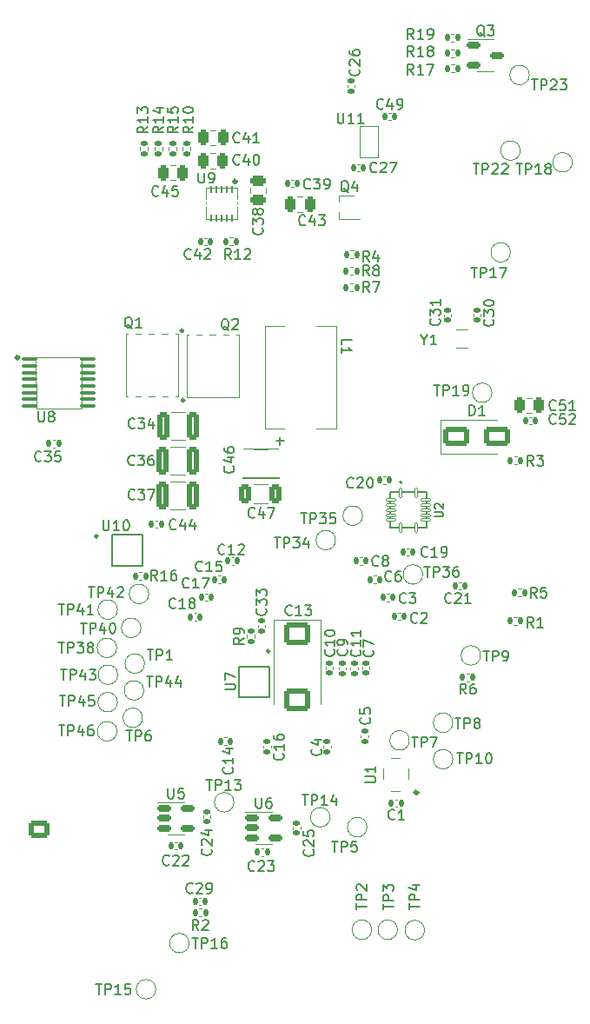
<source format=gbr>
%TF.GenerationSoftware,KiCad,Pcbnew,7.0.2*%
%TF.CreationDate,2024-01-11T01:28:16+01:00*%
%TF.ProjectId,bitaxe_RGZ_204_MOD_C,62697461-7865-45f5-9247-5a5f3230345f,rev?*%
%TF.SameCoordinates,Original*%
%TF.FileFunction,Legend,Top*%
%TF.FilePolarity,Positive*%
%FSLAX46Y46*%
G04 Gerber Fmt 4.6, Leading zero omitted, Abs format (unit mm)*
G04 Created by KiCad (PCBNEW 7.0.2) date 2024-01-11 01:28:16*
%MOMM*%
%LPD*%
G01*
G04 APERTURE LIST*
G04 Aperture macros list*
%AMRoundRect*
0 Rectangle with rounded corners*
0 $1 Rounding radius*
0 $2 $3 $4 $5 $6 $7 $8 $9 X,Y pos of 4 corners*
0 Add a 4 corners polygon primitive as box body*
4,1,4,$2,$3,$4,$5,$6,$7,$8,$9,$2,$3,0*
0 Add four circle primitives for the rounded corners*
1,1,$1+$1,$2,$3*
1,1,$1+$1,$4,$5*
1,1,$1+$1,$6,$7*
1,1,$1+$1,$8,$9*
0 Add four rect primitives between the rounded corners*
20,1,$1+$1,$2,$3,$4,$5,0*
20,1,$1+$1,$4,$5,$6,$7,0*
20,1,$1+$1,$6,$7,$8,$9,0*
20,1,$1+$1,$8,$9,$2,$3,0*%
%AMFreePoly0*
4,1,35,0.005000,-4.560000,0.003536,-4.563536,0.000000,-4.565000,-5.000000,-4.565000,-5.003536,-4.563536,-5.005000,-4.560000,-5.005000,-3.898000,-5.003536,-3.894464,-5.000000,-3.893000,-4.325000,-3.893000,-4.325000,-3.269700,-5.000000,-3.269700,-5.003536,-3.268236,-5.005000,-3.264700,-5.005000,-2.599700,-5.003536,-2.596164,-5.000000,-2.594700,-4.325000,-2.594700,-4.325000,-1.971400,-5.000000,-1.971400,
-5.003536,-1.969936,-5.005000,-1.966400,-5.005000,-1.301400,-5.003536,-1.297864,-5.000000,-1.296400,-4.325000,-1.296400,-4.325000,-0.673100,-5.000000,-0.673100,-5.003536,-0.671636,-5.005000,-0.668100,-5.005000,0.000000,-5.003536,0.003536,-5.000000,0.005000,0.005000,0.005000,0.005000,-4.560000,0.005000,-4.560000,$1*%
%AMFreePoly1*
4,1,45,-0.124646,1.700354,-0.124500,1.700000,-0.124500,1.200500,0.124500,1.200500,0.124500,1.700000,0.124646,1.700354,0.125000,1.700500,0.375000,1.700500,0.375354,1.700354,0.375500,1.700000,0.375500,1.200500,0.825000,1.200500,0.825354,1.200354,0.825500,1.200000,0.825500,-1.200000,0.825354,-1.200354,0.825000,-1.200500,0.375500,-1.200500,0.375500,-1.700000,0.375354,-1.700354,
0.375000,-1.700500,0.125000,-1.700500,0.124646,-1.700354,0.124500,-1.700000,0.124500,-1.200500,-0.124500,-1.200500,-0.124500,-1.700000,-0.124646,-1.700354,-0.125000,-1.700500,-0.375000,-1.700500,-0.375354,-1.700354,-0.375500,-1.700000,-0.375500,-1.200500,-0.825000,-1.200500,-0.825354,-1.200354,-0.825500,-1.200000,-0.825500,1.200000,-0.825354,1.200354,-0.825000,1.200500,-0.375500,1.200500,
-0.375500,1.700000,-0.375354,1.700354,-0.375000,1.700500,-0.125000,1.700500,-0.124646,1.700354,-0.124646,1.700354,$1*%
G04 Aperture macros list end*
%ADD10C,0.150000*%
%ADD11C,0.120000*%
%ADD12C,0.100000*%
%ADD13C,0.310599*%
%ADD14C,0.254165*%
%ADD15C,0.127000*%
%ADD16C,0.200000*%
%ADD17C,0.280227*%
%ADD18C,0.306982*%
%ADD19C,0.313180*%
%ADD20O,1.700000X1.700000*%
%ADD21R,1.700000X1.700000*%
%ADD22RoundRect,0.250000X0.250000X0.475000X-0.250000X0.475000X-0.250000X-0.475000X0.250000X-0.475000X0*%
%ADD23RoundRect,0.140000X0.140000X0.170000X-0.140000X0.170000X-0.140000X-0.170000X0.140000X-0.170000X0*%
%ADD24RoundRect,0.250000X-1.000000X-0.650000X1.000000X-0.650000X1.000000X0.650000X-1.000000X0.650000X0*%
%ADD25RoundRect,0.100000X-0.637500X-0.100000X0.637500X-0.100000X0.637500X0.100000X-0.637500X0.100000X0*%
%ADD26RoundRect,0.140000X-0.170000X0.140000X-0.170000X-0.140000X0.170000X-0.140000X0.170000X0.140000X0*%
%ADD27C,2.000000*%
%ADD28RoundRect,0.135000X-0.185000X0.135000X-0.185000X-0.135000X0.185000X-0.135000X0.185000X0.135000X0*%
%ADD29RoundRect,0.135000X0.135000X0.185000X-0.135000X0.185000X-0.135000X-0.185000X0.135000X-0.185000X0*%
%ADD30C,1.500000*%
%ADD31R,0.700000X0.450000*%
%ADD32RoundRect,0.135000X-0.135000X-0.185000X0.135000X-0.185000X0.135000X0.185000X-0.135000X0.185000X0*%
%ADD33C,3.000000*%
%ADD34RoundRect,0.250000X-0.475000X0.250000X-0.475000X-0.250000X0.475000X-0.250000X0.475000X0.250000X0*%
%ADD35RoundRect,0.250000X-0.250000X-0.475000X0.250000X-0.475000X0.250000X0.475000X-0.250000X0.475000X0*%
%ADD36R,1.168400X1.600200*%
%ADD37RoundRect,0.150000X-0.512500X-0.150000X0.512500X-0.150000X0.512500X0.150000X-0.512500X0.150000X0*%
%ADD38RoundRect,0.140000X0.170000X-0.140000X0.170000X0.140000X-0.170000X0.140000X-0.170000X-0.140000X0*%
%ADD39R,0.400000X1.100000*%
%ADD40RoundRect,0.140000X-0.140000X-0.170000X0.140000X-0.170000X0.140000X0.170000X-0.140000X0.170000X0*%
%ADD41C,0.800000*%
%ADD42C,6.000000*%
%ADD43RoundRect,0.007800X-0.122200X0.442200X-0.122200X-0.442200X0.122200X-0.442200X0.122200X0.442200X0*%
%ADD44RoundRect,0.007800X-0.442200X-0.122200X0.442200X-0.122200X0.442200X0.122200X-0.442200X0.122200X0*%
%ADD45R,2.050000X2.050000*%
%ADD46R,3.100000X2.000000*%
%ADD47RoundRect,0.135000X0.185000X-0.135000X0.185000X0.135000X-0.185000X0.135000X-0.185000X-0.135000X0*%
%ADD48R,1.100000X0.400000*%
%ADD49RoundRect,0.250000X-1.025000X0.875000X-1.025000X-0.875000X1.025000X-0.875000X1.025000X0.875000X0*%
%ADD50R,0.700000X0.800000*%
%ADD51FreePoly0,270.000000*%
%ADD52RoundRect,0.050000X-0.070000X0.250000X-0.070000X-0.250000X0.070000X-0.250000X0.070000X0.250000X0*%
%ADD53C,0.400000*%
%ADD54FreePoly1,270.000000*%
%ADD55R,1.600000X2.700000*%
%ADD56FreePoly0,90.000000*%
%ADD57RoundRect,0.250000X-0.325000X-1.100000X0.325000X-1.100000X0.325000X1.100000X-0.325000X1.100000X0*%
%ADD58R,1.100000X1.300000*%
%ADD59RoundRect,0.250000X0.325000X0.650000X-0.325000X0.650000X-0.325000X-0.650000X0.325000X-0.650000X0*%
%ADD60R,0.952500X0.558800*%
%ADD61C,1.295400*%
%ADD62C,1.574800*%
%ADD63C,0.650000*%
%ADD64O,1.800000X1.000000*%
%ADD65O,2.100000X1.000000*%
%ADD66C,0.990600*%
%ADD67C,1.600000*%
%ADD68C,1.800000*%
%ADD69RoundRect,0.250000X-0.750000X0.600000X-0.750000X-0.600000X0.750000X-0.600000X0.750000X0.600000X0*%
%ADD70O,2.000000X1.700000*%
G04 APERTURE END LIST*
D10*
%TO.C,C43*%
X106387142Y-71447380D02*
X106339523Y-71495000D01*
X106339523Y-71495000D02*
X106196666Y-71542619D01*
X106196666Y-71542619D02*
X106101428Y-71542619D01*
X106101428Y-71542619D02*
X105958571Y-71495000D01*
X105958571Y-71495000D02*
X105863333Y-71399761D01*
X105863333Y-71399761D02*
X105815714Y-71304523D01*
X105815714Y-71304523D02*
X105768095Y-71114047D01*
X105768095Y-71114047D02*
X105768095Y-70971190D01*
X105768095Y-70971190D02*
X105815714Y-70780714D01*
X105815714Y-70780714D02*
X105863333Y-70685476D01*
X105863333Y-70685476D02*
X105958571Y-70590238D01*
X105958571Y-70590238D02*
X106101428Y-70542619D01*
X106101428Y-70542619D02*
X106196666Y-70542619D01*
X106196666Y-70542619D02*
X106339523Y-70590238D01*
X106339523Y-70590238D02*
X106387142Y-70637857D01*
X107244285Y-70875952D02*
X107244285Y-71542619D01*
X107006190Y-70495000D02*
X106768095Y-71209285D01*
X106768095Y-71209285D02*
X107387142Y-71209285D01*
X107672857Y-70542619D02*
X108291904Y-70542619D01*
X108291904Y-70542619D02*
X107958571Y-70923571D01*
X107958571Y-70923571D02*
X108101428Y-70923571D01*
X108101428Y-70923571D02*
X108196666Y-70971190D01*
X108196666Y-70971190D02*
X108244285Y-71018809D01*
X108244285Y-71018809D02*
X108291904Y-71114047D01*
X108291904Y-71114047D02*
X108291904Y-71352142D01*
X108291904Y-71352142D02*
X108244285Y-71447380D01*
X108244285Y-71447380D02*
X108196666Y-71495000D01*
X108196666Y-71495000D02*
X108101428Y-71542619D01*
X108101428Y-71542619D02*
X107815714Y-71542619D01*
X107815714Y-71542619D02*
X107720476Y-71495000D01*
X107720476Y-71495000D02*
X107672857Y-71447380D01*
%TO.C,C19*%
X118279942Y-103745380D02*
X118232323Y-103793000D01*
X118232323Y-103793000D02*
X118089466Y-103840619D01*
X118089466Y-103840619D02*
X117994228Y-103840619D01*
X117994228Y-103840619D02*
X117851371Y-103793000D01*
X117851371Y-103793000D02*
X117756133Y-103697761D01*
X117756133Y-103697761D02*
X117708514Y-103602523D01*
X117708514Y-103602523D02*
X117660895Y-103412047D01*
X117660895Y-103412047D02*
X117660895Y-103269190D01*
X117660895Y-103269190D02*
X117708514Y-103078714D01*
X117708514Y-103078714D02*
X117756133Y-102983476D01*
X117756133Y-102983476D02*
X117851371Y-102888238D01*
X117851371Y-102888238D02*
X117994228Y-102840619D01*
X117994228Y-102840619D02*
X118089466Y-102840619D01*
X118089466Y-102840619D02*
X118232323Y-102888238D01*
X118232323Y-102888238D02*
X118279942Y-102935857D01*
X119232323Y-103840619D02*
X118660895Y-103840619D01*
X118946609Y-103840619D02*
X118946609Y-102840619D01*
X118946609Y-102840619D02*
X118851371Y-102983476D01*
X118851371Y-102983476D02*
X118756133Y-103078714D01*
X118756133Y-103078714D02*
X118660895Y-103126333D01*
X119708514Y-103840619D02*
X119898990Y-103840619D01*
X119898990Y-103840619D02*
X119994228Y-103793000D01*
X119994228Y-103793000D02*
X120041847Y-103745380D01*
X120041847Y-103745380D02*
X120137085Y-103602523D01*
X120137085Y-103602523D02*
X120184704Y-103412047D01*
X120184704Y-103412047D02*
X120184704Y-103031095D01*
X120184704Y-103031095D02*
X120137085Y-102935857D01*
X120137085Y-102935857D02*
X120089466Y-102888238D01*
X120089466Y-102888238D02*
X119994228Y-102840619D01*
X119994228Y-102840619D02*
X119803752Y-102840619D01*
X119803752Y-102840619D02*
X119708514Y-102888238D01*
X119708514Y-102888238D02*
X119660895Y-102935857D01*
X119660895Y-102935857D02*
X119613276Y-103031095D01*
X119613276Y-103031095D02*
X119613276Y-103269190D01*
X119613276Y-103269190D02*
X119660895Y-103364428D01*
X119660895Y-103364428D02*
X119708514Y-103412047D01*
X119708514Y-103412047D02*
X119803752Y-103459666D01*
X119803752Y-103459666D02*
X119994228Y-103459666D01*
X119994228Y-103459666D02*
X120089466Y-103412047D01*
X120089466Y-103412047D02*
X120137085Y-103364428D01*
X120137085Y-103364428D02*
X120184704Y-103269190D01*
%TO.C,D1*%
X122349105Y-90063019D02*
X122349105Y-89063019D01*
X122349105Y-89063019D02*
X122587200Y-89063019D01*
X122587200Y-89063019D02*
X122730057Y-89110638D01*
X122730057Y-89110638D02*
X122825295Y-89205876D01*
X122825295Y-89205876D02*
X122872914Y-89301114D01*
X122872914Y-89301114D02*
X122920533Y-89491590D01*
X122920533Y-89491590D02*
X122920533Y-89634447D01*
X122920533Y-89634447D02*
X122872914Y-89824923D01*
X122872914Y-89824923D02*
X122825295Y-89920161D01*
X122825295Y-89920161D02*
X122730057Y-90015400D01*
X122730057Y-90015400D02*
X122587200Y-90063019D01*
X122587200Y-90063019D02*
X122349105Y-90063019D01*
X123872914Y-90063019D02*
X123301486Y-90063019D01*
X123587200Y-90063019D02*
X123587200Y-89063019D01*
X123587200Y-89063019D02*
X123491962Y-89205876D01*
X123491962Y-89205876D02*
X123396724Y-89301114D01*
X123396724Y-89301114D02*
X123301486Y-89348733D01*
%TO.C,U8*%
X80356095Y-89684619D02*
X80356095Y-90494142D01*
X80356095Y-90494142D02*
X80403714Y-90589380D01*
X80403714Y-90589380D02*
X80451333Y-90637000D01*
X80451333Y-90637000D02*
X80546571Y-90684619D01*
X80546571Y-90684619D02*
X80737047Y-90684619D01*
X80737047Y-90684619D02*
X80832285Y-90637000D01*
X80832285Y-90637000D02*
X80879904Y-90589380D01*
X80879904Y-90589380D02*
X80927523Y-90494142D01*
X80927523Y-90494142D02*
X80927523Y-89684619D01*
X81546571Y-90113190D02*
X81451333Y-90065571D01*
X81451333Y-90065571D02*
X81403714Y-90017952D01*
X81403714Y-90017952D02*
X81356095Y-89922714D01*
X81356095Y-89922714D02*
X81356095Y-89875095D01*
X81356095Y-89875095D02*
X81403714Y-89779857D01*
X81403714Y-89779857D02*
X81451333Y-89732238D01*
X81451333Y-89732238D02*
X81546571Y-89684619D01*
X81546571Y-89684619D02*
X81737047Y-89684619D01*
X81737047Y-89684619D02*
X81832285Y-89732238D01*
X81832285Y-89732238D02*
X81879904Y-89779857D01*
X81879904Y-89779857D02*
X81927523Y-89875095D01*
X81927523Y-89875095D02*
X81927523Y-89922714D01*
X81927523Y-89922714D02*
X81879904Y-90017952D01*
X81879904Y-90017952D02*
X81832285Y-90065571D01*
X81832285Y-90065571D02*
X81737047Y-90113190D01*
X81737047Y-90113190D02*
X81546571Y-90113190D01*
X81546571Y-90113190D02*
X81451333Y-90160809D01*
X81451333Y-90160809D02*
X81403714Y-90208428D01*
X81403714Y-90208428D02*
X81356095Y-90303666D01*
X81356095Y-90303666D02*
X81356095Y-90494142D01*
X81356095Y-90494142D02*
X81403714Y-90589380D01*
X81403714Y-90589380D02*
X81451333Y-90637000D01*
X81451333Y-90637000D02*
X81546571Y-90684619D01*
X81546571Y-90684619D02*
X81737047Y-90684619D01*
X81737047Y-90684619D02*
X81832285Y-90637000D01*
X81832285Y-90637000D02*
X81879904Y-90589380D01*
X81879904Y-90589380D02*
X81927523Y-90494142D01*
X81927523Y-90494142D02*
X81927523Y-90303666D01*
X81927523Y-90303666D02*
X81879904Y-90208428D01*
X81879904Y-90208428D02*
X81832285Y-90160809D01*
X81832285Y-90160809D02*
X81737047Y-90113190D01*
%TO.C,C7*%
X112940180Y-112942666D02*
X112987800Y-112990285D01*
X112987800Y-112990285D02*
X113035419Y-113133142D01*
X113035419Y-113133142D02*
X113035419Y-113228380D01*
X113035419Y-113228380D02*
X112987800Y-113371237D01*
X112987800Y-113371237D02*
X112892561Y-113466475D01*
X112892561Y-113466475D02*
X112797323Y-113514094D01*
X112797323Y-113514094D02*
X112606847Y-113561713D01*
X112606847Y-113561713D02*
X112463990Y-113561713D01*
X112463990Y-113561713D02*
X112273514Y-113514094D01*
X112273514Y-113514094D02*
X112178276Y-113466475D01*
X112178276Y-113466475D02*
X112083038Y-113371237D01*
X112083038Y-113371237D02*
X112035419Y-113228380D01*
X112035419Y-113228380D02*
X112035419Y-113133142D01*
X112035419Y-113133142D02*
X112083038Y-112990285D01*
X112083038Y-112990285D02*
X112130657Y-112942666D01*
X112035419Y-112609332D02*
X112035419Y-111942666D01*
X112035419Y-111942666D02*
X113035419Y-112371237D01*
%TO.C,R13*%
X91037619Y-61921857D02*
X90561428Y-62255190D01*
X91037619Y-62493285D02*
X90037619Y-62493285D01*
X90037619Y-62493285D02*
X90037619Y-62112333D01*
X90037619Y-62112333D02*
X90085238Y-62017095D01*
X90085238Y-62017095D02*
X90132857Y-61969476D01*
X90132857Y-61969476D02*
X90228095Y-61921857D01*
X90228095Y-61921857D02*
X90370952Y-61921857D01*
X90370952Y-61921857D02*
X90466190Y-61969476D01*
X90466190Y-61969476D02*
X90513809Y-62017095D01*
X90513809Y-62017095D02*
X90561428Y-62112333D01*
X90561428Y-62112333D02*
X90561428Y-62493285D01*
X91037619Y-60969476D02*
X91037619Y-61540904D01*
X91037619Y-61255190D02*
X90037619Y-61255190D01*
X90037619Y-61255190D02*
X90180476Y-61350428D01*
X90180476Y-61350428D02*
X90275714Y-61445666D01*
X90275714Y-61445666D02*
X90323333Y-61540904D01*
X90037619Y-60636142D02*
X90037619Y-60017095D01*
X90037619Y-60017095D02*
X90418571Y-60350428D01*
X90418571Y-60350428D02*
X90418571Y-60207571D01*
X90418571Y-60207571D02*
X90466190Y-60112333D01*
X90466190Y-60112333D02*
X90513809Y-60064714D01*
X90513809Y-60064714D02*
X90609047Y-60017095D01*
X90609047Y-60017095D02*
X90847142Y-60017095D01*
X90847142Y-60017095D02*
X90942380Y-60064714D01*
X90942380Y-60064714D02*
X90990000Y-60112333D01*
X90990000Y-60112333D02*
X91037619Y-60207571D01*
X91037619Y-60207571D02*
X91037619Y-60493285D01*
X91037619Y-60493285D02*
X90990000Y-60588523D01*
X90990000Y-60588523D02*
X90942380Y-60636142D01*
%TO.C,R6*%
X122040333Y-117186619D02*
X121707000Y-116710428D01*
X121468905Y-117186619D02*
X121468905Y-116186619D01*
X121468905Y-116186619D02*
X121849857Y-116186619D01*
X121849857Y-116186619D02*
X121945095Y-116234238D01*
X121945095Y-116234238D02*
X121992714Y-116281857D01*
X121992714Y-116281857D02*
X122040333Y-116377095D01*
X122040333Y-116377095D02*
X122040333Y-116519952D01*
X122040333Y-116519952D02*
X121992714Y-116615190D01*
X121992714Y-116615190D02*
X121945095Y-116662809D01*
X121945095Y-116662809D02*
X121849857Y-116710428D01*
X121849857Y-116710428D02*
X121468905Y-116710428D01*
X122897476Y-116186619D02*
X122707000Y-116186619D01*
X122707000Y-116186619D02*
X122611762Y-116234238D01*
X122611762Y-116234238D02*
X122564143Y-116281857D01*
X122564143Y-116281857D02*
X122468905Y-116424714D01*
X122468905Y-116424714D02*
X122421286Y-116615190D01*
X122421286Y-116615190D02*
X122421286Y-116996142D01*
X122421286Y-116996142D02*
X122468905Y-117091380D01*
X122468905Y-117091380D02*
X122516524Y-117139000D01*
X122516524Y-117139000D02*
X122611762Y-117186619D01*
X122611762Y-117186619D02*
X122802238Y-117186619D01*
X122802238Y-117186619D02*
X122897476Y-117139000D01*
X122897476Y-117139000D02*
X122945095Y-117091380D01*
X122945095Y-117091380D02*
X122992714Y-116996142D01*
X122992714Y-116996142D02*
X122992714Y-116758047D01*
X122992714Y-116758047D02*
X122945095Y-116662809D01*
X122945095Y-116662809D02*
X122897476Y-116615190D01*
X122897476Y-116615190D02*
X122802238Y-116567571D01*
X122802238Y-116567571D02*
X122611762Y-116567571D01*
X122611762Y-116567571D02*
X122516524Y-116615190D01*
X122516524Y-116615190D02*
X122468905Y-116662809D01*
X122468905Y-116662809D02*
X122421286Y-116758047D01*
%TO.C,C1*%
X115083333Y-129337380D02*
X115035714Y-129385000D01*
X115035714Y-129385000D02*
X114892857Y-129432619D01*
X114892857Y-129432619D02*
X114797619Y-129432619D01*
X114797619Y-129432619D02*
X114654762Y-129385000D01*
X114654762Y-129385000D02*
X114559524Y-129289761D01*
X114559524Y-129289761D02*
X114511905Y-129194523D01*
X114511905Y-129194523D02*
X114464286Y-129004047D01*
X114464286Y-129004047D02*
X114464286Y-128861190D01*
X114464286Y-128861190D02*
X114511905Y-128670714D01*
X114511905Y-128670714D02*
X114559524Y-128575476D01*
X114559524Y-128575476D02*
X114654762Y-128480238D01*
X114654762Y-128480238D02*
X114797619Y-128432619D01*
X114797619Y-128432619D02*
X114892857Y-128432619D01*
X114892857Y-128432619D02*
X115035714Y-128480238D01*
X115035714Y-128480238D02*
X115083333Y-128527857D01*
X116035714Y-129432619D02*
X115464286Y-129432619D01*
X115750000Y-129432619D02*
X115750000Y-128432619D01*
X115750000Y-128432619D02*
X115654762Y-128575476D01*
X115654762Y-128575476D02*
X115559524Y-128670714D01*
X115559524Y-128670714D02*
X115464286Y-128718333D01*
%TO.C,TP38*%
X82335905Y-112162419D02*
X82907333Y-112162419D01*
X82621619Y-113162419D02*
X82621619Y-112162419D01*
X83240667Y-113162419D02*
X83240667Y-112162419D01*
X83240667Y-112162419D02*
X83621619Y-112162419D01*
X83621619Y-112162419D02*
X83716857Y-112210038D01*
X83716857Y-112210038D02*
X83764476Y-112257657D01*
X83764476Y-112257657D02*
X83812095Y-112352895D01*
X83812095Y-112352895D02*
X83812095Y-112495752D01*
X83812095Y-112495752D02*
X83764476Y-112590990D01*
X83764476Y-112590990D02*
X83716857Y-112638609D01*
X83716857Y-112638609D02*
X83621619Y-112686228D01*
X83621619Y-112686228D02*
X83240667Y-112686228D01*
X84145429Y-112162419D02*
X84764476Y-112162419D01*
X84764476Y-112162419D02*
X84431143Y-112543371D01*
X84431143Y-112543371D02*
X84574000Y-112543371D01*
X84574000Y-112543371D02*
X84669238Y-112590990D01*
X84669238Y-112590990D02*
X84716857Y-112638609D01*
X84716857Y-112638609D02*
X84764476Y-112733847D01*
X84764476Y-112733847D02*
X84764476Y-112971942D01*
X84764476Y-112971942D02*
X84716857Y-113067180D01*
X84716857Y-113067180D02*
X84669238Y-113114800D01*
X84669238Y-113114800D02*
X84574000Y-113162419D01*
X84574000Y-113162419D02*
X84288286Y-113162419D01*
X84288286Y-113162419D02*
X84193048Y-113114800D01*
X84193048Y-113114800D02*
X84145429Y-113067180D01*
X85335905Y-112590990D02*
X85240667Y-112543371D01*
X85240667Y-112543371D02*
X85193048Y-112495752D01*
X85193048Y-112495752D02*
X85145429Y-112400514D01*
X85145429Y-112400514D02*
X85145429Y-112352895D01*
X85145429Y-112352895D02*
X85193048Y-112257657D01*
X85193048Y-112257657D02*
X85240667Y-112210038D01*
X85240667Y-112210038D02*
X85335905Y-112162419D01*
X85335905Y-112162419D02*
X85526381Y-112162419D01*
X85526381Y-112162419D02*
X85621619Y-112210038D01*
X85621619Y-112210038D02*
X85669238Y-112257657D01*
X85669238Y-112257657D02*
X85716857Y-112352895D01*
X85716857Y-112352895D02*
X85716857Y-112400514D01*
X85716857Y-112400514D02*
X85669238Y-112495752D01*
X85669238Y-112495752D02*
X85621619Y-112543371D01*
X85621619Y-112543371D02*
X85526381Y-112590990D01*
X85526381Y-112590990D02*
X85335905Y-112590990D01*
X85335905Y-112590990D02*
X85240667Y-112638609D01*
X85240667Y-112638609D02*
X85193048Y-112686228D01*
X85193048Y-112686228D02*
X85145429Y-112781466D01*
X85145429Y-112781466D02*
X85145429Y-112971942D01*
X85145429Y-112971942D02*
X85193048Y-113067180D01*
X85193048Y-113067180D02*
X85240667Y-113114800D01*
X85240667Y-113114800D02*
X85335905Y-113162419D01*
X85335905Y-113162419D02*
X85526381Y-113162419D01*
X85526381Y-113162419D02*
X85621619Y-113114800D01*
X85621619Y-113114800D02*
X85669238Y-113067180D01*
X85669238Y-113067180D02*
X85716857Y-112971942D01*
X85716857Y-112971942D02*
X85716857Y-112781466D01*
X85716857Y-112781466D02*
X85669238Y-112686228D01*
X85669238Y-112686228D02*
X85621619Y-112638609D01*
X85621619Y-112638609D02*
X85526381Y-112590990D01*
%TO.C,Q4*%
X110584761Y-68337857D02*
X110489523Y-68290238D01*
X110489523Y-68290238D02*
X110394285Y-68195000D01*
X110394285Y-68195000D02*
X110251428Y-68052142D01*
X110251428Y-68052142D02*
X110156190Y-68004523D01*
X110156190Y-68004523D02*
X110060952Y-68004523D01*
X110108571Y-68242619D02*
X110013333Y-68195000D01*
X110013333Y-68195000D02*
X109918095Y-68099761D01*
X109918095Y-68099761D02*
X109870476Y-67909285D01*
X109870476Y-67909285D02*
X109870476Y-67575952D01*
X109870476Y-67575952D02*
X109918095Y-67385476D01*
X109918095Y-67385476D02*
X110013333Y-67290238D01*
X110013333Y-67290238D02*
X110108571Y-67242619D01*
X110108571Y-67242619D02*
X110299047Y-67242619D01*
X110299047Y-67242619D02*
X110394285Y-67290238D01*
X110394285Y-67290238D02*
X110489523Y-67385476D01*
X110489523Y-67385476D02*
X110537142Y-67575952D01*
X110537142Y-67575952D02*
X110537142Y-67909285D01*
X110537142Y-67909285D02*
X110489523Y-68099761D01*
X110489523Y-68099761D02*
X110394285Y-68195000D01*
X110394285Y-68195000D02*
X110299047Y-68242619D01*
X110299047Y-68242619D02*
X110108571Y-68242619D01*
X111394285Y-67575952D02*
X111394285Y-68242619D01*
X111156190Y-67195000D02*
X110918095Y-67909285D01*
X110918095Y-67909285D02*
X111537142Y-67909285D01*
%TO.C,C41*%
X99974142Y-63412180D02*
X99926523Y-63459800D01*
X99926523Y-63459800D02*
X99783666Y-63507419D01*
X99783666Y-63507419D02*
X99688428Y-63507419D01*
X99688428Y-63507419D02*
X99545571Y-63459800D01*
X99545571Y-63459800D02*
X99450333Y-63364561D01*
X99450333Y-63364561D02*
X99402714Y-63269323D01*
X99402714Y-63269323D02*
X99355095Y-63078847D01*
X99355095Y-63078847D02*
X99355095Y-62935990D01*
X99355095Y-62935990D02*
X99402714Y-62745514D01*
X99402714Y-62745514D02*
X99450333Y-62650276D01*
X99450333Y-62650276D02*
X99545571Y-62555038D01*
X99545571Y-62555038D02*
X99688428Y-62507419D01*
X99688428Y-62507419D02*
X99783666Y-62507419D01*
X99783666Y-62507419D02*
X99926523Y-62555038D01*
X99926523Y-62555038D02*
X99974142Y-62602657D01*
X100831285Y-62840752D02*
X100831285Y-63507419D01*
X100593190Y-62459800D02*
X100355095Y-63174085D01*
X100355095Y-63174085D02*
X100974142Y-63174085D01*
X101878904Y-63507419D02*
X101307476Y-63507419D01*
X101593190Y-63507419D02*
X101593190Y-62507419D01*
X101593190Y-62507419D02*
X101497952Y-62650276D01*
X101497952Y-62650276D02*
X101402714Y-62745514D01*
X101402714Y-62745514D02*
X101307476Y-62793133D01*
%TO.C,TP19*%
X118911905Y-87092619D02*
X119483333Y-87092619D01*
X119197619Y-88092619D02*
X119197619Y-87092619D01*
X119816667Y-88092619D02*
X119816667Y-87092619D01*
X119816667Y-87092619D02*
X120197619Y-87092619D01*
X120197619Y-87092619D02*
X120292857Y-87140238D01*
X120292857Y-87140238D02*
X120340476Y-87187857D01*
X120340476Y-87187857D02*
X120388095Y-87283095D01*
X120388095Y-87283095D02*
X120388095Y-87425952D01*
X120388095Y-87425952D02*
X120340476Y-87521190D01*
X120340476Y-87521190D02*
X120292857Y-87568809D01*
X120292857Y-87568809D02*
X120197619Y-87616428D01*
X120197619Y-87616428D02*
X119816667Y-87616428D01*
X121340476Y-88092619D02*
X120769048Y-88092619D01*
X121054762Y-88092619D02*
X121054762Y-87092619D01*
X121054762Y-87092619D02*
X120959524Y-87235476D01*
X120959524Y-87235476D02*
X120864286Y-87330714D01*
X120864286Y-87330714D02*
X120769048Y-87378333D01*
X121816667Y-88092619D02*
X122007143Y-88092619D01*
X122007143Y-88092619D02*
X122102381Y-88045000D01*
X122102381Y-88045000D02*
X122150000Y-87997380D01*
X122150000Y-87997380D02*
X122245238Y-87854523D01*
X122245238Y-87854523D02*
X122292857Y-87664047D01*
X122292857Y-87664047D02*
X122292857Y-87283095D01*
X122292857Y-87283095D02*
X122245238Y-87187857D01*
X122245238Y-87187857D02*
X122197619Y-87140238D01*
X122197619Y-87140238D02*
X122102381Y-87092619D01*
X122102381Y-87092619D02*
X121911905Y-87092619D01*
X121911905Y-87092619D02*
X121816667Y-87140238D01*
X121816667Y-87140238D02*
X121769048Y-87187857D01*
X121769048Y-87187857D02*
X121721429Y-87283095D01*
X121721429Y-87283095D02*
X121721429Y-87521190D01*
X121721429Y-87521190D02*
X121769048Y-87616428D01*
X121769048Y-87616428D02*
X121816667Y-87664047D01*
X121816667Y-87664047D02*
X121911905Y-87711666D01*
X121911905Y-87711666D02*
X122102381Y-87711666D01*
X122102381Y-87711666D02*
X122197619Y-87664047D01*
X122197619Y-87664047D02*
X122245238Y-87616428D01*
X122245238Y-87616428D02*
X122292857Y-87521190D01*
%TO.C,R8*%
X112608333Y-76441619D02*
X112275000Y-75965428D01*
X112036905Y-76441619D02*
X112036905Y-75441619D01*
X112036905Y-75441619D02*
X112417857Y-75441619D01*
X112417857Y-75441619D02*
X112513095Y-75489238D01*
X112513095Y-75489238D02*
X112560714Y-75536857D01*
X112560714Y-75536857D02*
X112608333Y-75632095D01*
X112608333Y-75632095D02*
X112608333Y-75774952D01*
X112608333Y-75774952D02*
X112560714Y-75870190D01*
X112560714Y-75870190D02*
X112513095Y-75917809D01*
X112513095Y-75917809D02*
X112417857Y-75965428D01*
X112417857Y-75965428D02*
X112036905Y-75965428D01*
X113179762Y-75870190D02*
X113084524Y-75822571D01*
X113084524Y-75822571D02*
X113036905Y-75774952D01*
X113036905Y-75774952D02*
X112989286Y-75679714D01*
X112989286Y-75679714D02*
X112989286Y-75632095D01*
X112989286Y-75632095D02*
X113036905Y-75536857D01*
X113036905Y-75536857D02*
X113084524Y-75489238D01*
X113084524Y-75489238D02*
X113179762Y-75441619D01*
X113179762Y-75441619D02*
X113370238Y-75441619D01*
X113370238Y-75441619D02*
X113465476Y-75489238D01*
X113465476Y-75489238D02*
X113513095Y-75536857D01*
X113513095Y-75536857D02*
X113560714Y-75632095D01*
X113560714Y-75632095D02*
X113560714Y-75679714D01*
X113560714Y-75679714D02*
X113513095Y-75774952D01*
X113513095Y-75774952D02*
X113465476Y-75822571D01*
X113465476Y-75822571D02*
X113370238Y-75870190D01*
X113370238Y-75870190D02*
X113179762Y-75870190D01*
X113179762Y-75870190D02*
X113084524Y-75917809D01*
X113084524Y-75917809D02*
X113036905Y-75965428D01*
X113036905Y-75965428D02*
X112989286Y-76060666D01*
X112989286Y-76060666D02*
X112989286Y-76251142D01*
X112989286Y-76251142D02*
X113036905Y-76346380D01*
X113036905Y-76346380D02*
X113084524Y-76394000D01*
X113084524Y-76394000D02*
X113179762Y-76441619D01*
X113179762Y-76441619D02*
X113370238Y-76441619D01*
X113370238Y-76441619D02*
X113465476Y-76394000D01*
X113465476Y-76394000D02*
X113513095Y-76346380D01*
X113513095Y-76346380D02*
X113560714Y-76251142D01*
X113560714Y-76251142D02*
X113560714Y-76060666D01*
X113560714Y-76060666D02*
X113513095Y-75965428D01*
X113513095Y-75965428D02*
X113465476Y-75917809D01*
X113465476Y-75917809D02*
X113370238Y-75870190D01*
%TO.C,C3*%
X116173333Y-108257380D02*
X116125714Y-108305000D01*
X116125714Y-108305000D02*
X115982857Y-108352619D01*
X115982857Y-108352619D02*
X115887619Y-108352619D01*
X115887619Y-108352619D02*
X115744762Y-108305000D01*
X115744762Y-108305000D02*
X115649524Y-108209761D01*
X115649524Y-108209761D02*
X115601905Y-108114523D01*
X115601905Y-108114523D02*
X115554286Y-107924047D01*
X115554286Y-107924047D02*
X115554286Y-107781190D01*
X115554286Y-107781190D02*
X115601905Y-107590714D01*
X115601905Y-107590714D02*
X115649524Y-107495476D01*
X115649524Y-107495476D02*
X115744762Y-107400238D01*
X115744762Y-107400238D02*
X115887619Y-107352619D01*
X115887619Y-107352619D02*
X115982857Y-107352619D01*
X115982857Y-107352619D02*
X116125714Y-107400238D01*
X116125714Y-107400238D02*
X116173333Y-107447857D01*
X116506667Y-107352619D02*
X117125714Y-107352619D01*
X117125714Y-107352619D02*
X116792381Y-107733571D01*
X116792381Y-107733571D02*
X116935238Y-107733571D01*
X116935238Y-107733571D02*
X117030476Y-107781190D01*
X117030476Y-107781190D02*
X117078095Y-107828809D01*
X117078095Y-107828809D02*
X117125714Y-107924047D01*
X117125714Y-107924047D02*
X117125714Y-108162142D01*
X117125714Y-108162142D02*
X117078095Y-108257380D01*
X117078095Y-108257380D02*
X117030476Y-108305000D01*
X117030476Y-108305000D02*
X116935238Y-108352619D01*
X116935238Y-108352619D02*
X116649524Y-108352619D01*
X116649524Y-108352619D02*
X116554286Y-108305000D01*
X116554286Y-108305000D02*
X116506667Y-108257380D01*
%TO.C,R5*%
X128935333Y-107805619D02*
X128602000Y-107329428D01*
X128363905Y-107805619D02*
X128363905Y-106805619D01*
X128363905Y-106805619D02*
X128744857Y-106805619D01*
X128744857Y-106805619D02*
X128840095Y-106853238D01*
X128840095Y-106853238D02*
X128887714Y-106900857D01*
X128887714Y-106900857D02*
X128935333Y-106996095D01*
X128935333Y-106996095D02*
X128935333Y-107138952D01*
X128935333Y-107138952D02*
X128887714Y-107234190D01*
X128887714Y-107234190D02*
X128840095Y-107281809D01*
X128840095Y-107281809D02*
X128744857Y-107329428D01*
X128744857Y-107329428D02*
X128363905Y-107329428D01*
X129840095Y-106805619D02*
X129363905Y-106805619D01*
X129363905Y-106805619D02*
X129316286Y-107281809D01*
X129316286Y-107281809D02*
X129363905Y-107234190D01*
X129363905Y-107234190D02*
X129459143Y-107186571D01*
X129459143Y-107186571D02*
X129697238Y-107186571D01*
X129697238Y-107186571D02*
X129792476Y-107234190D01*
X129792476Y-107234190D02*
X129840095Y-107281809D01*
X129840095Y-107281809D02*
X129887714Y-107377047D01*
X129887714Y-107377047D02*
X129887714Y-107615142D01*
X129887714Y-107615142D02*
X129840095Y-107710380D01*
X129840095Y-107710380D02*
X129792476Y-107758000D01*
X129792476Y-107758000D02*
X129697238Y-107805619D01*
X129697238Y-107805619D02*
X129459143Y-107805619D01*
X129459143Y-107805619D02*
X129363905Y-107758000D01*
X129363905Y-107758000D02*
X129316286Y-107710380D01*
%TO.C,C38*%
X102155380Y-71815857D02*
X102203000Y-71863476D01*
X102203000Y-71863476D02*
X102250619Y-72006333D01*
X102250619Y-72006333D02*
X102250619Y-72101571D01*
X102250619Y-72101571D02*
X102203000Y-72244428D01*
X102203000Y-72244428D02*
X102107761Y-72339666D01*
X102107761Y-72339666D02*
X102012523Y-72387285D01*
X102012523Y-72387285D02*
X101822047Y-72434904D01*
X101822047Y-72434904D02*
X101679190Y-72434904D01*
X101679190Y-72434904D02*
X101488714Y-72387285D01*
X101488714Y-72387285D02*
X101393476Y-72339666D01*
X101393476Y-72339666D02*
X101298238Y-72244428D01*
X101298238Y-72244428D02*
X101250619Y-72101571D01*
X101250619Y-72101571D02*
X101250619Y-72006333D01*
X101250619Y-72006333D02*
X101298238Y-71863476D01*
X101298238Y-71863476D02*
X101345857Y-71815857D01*
X101250619Y-71482523D02*
X101250619Y-70863476D01*
X101250619Y-70863476D02*
X101631571Y-71196809D01*
X101631571Y-71196809D02*
X101631571Y-71053952D01*
X101631571Y-71053952D02*
X101679190Y-70958714D01*
X101679190Y-70958714D02*
X101726809Y-70911095D01*
X101726809Y-70911095D02*
X101822047Y-70863476D01*
X101822047Y-70863476D02*
X102060142Y-70863476D01*
X102060142Y-70863476D02*
X102155380Y-70911095D01*
X102155380Y-70911095D02*
X102203000Y-70958714D01*
X102203000Y-70958714D02*
X102250619Y-71053952D01*
X102250619Y-71053952D02*
X102250619Y-71339666D01*
X102250619Y-71339666D02*
X102203000Y-71434904D01*
X102203000Y-71434904D02*
X102155380Y-71482523D01*
X101679190Y-70292047D02*
X101631571Y-70387285D01*
X101631571Y-70387285D02*
X101583952Y-70434904D01*
X101583952Y-70434904D02*
X101488714Y-70482523D01*
X101488714Y-70482523D02*
X101441095Y-70482523D01*
X101441095Y-70482523D02*
X101345857Y-70434904D01*
X101345857Y-70434904D02*
X101298238Y-70387285D01*
X101298238Y-70387285D02*
X101250619Y-70292047D01*
X101250619Y-70292047D02*
X101250619Y-70101571D01*
X101250619Y-70101571D02*
X101298238Y-70006333D01*
X101298238Y-70006333D02*
X101345857Y-69958714D01*
X101345857Y-69958714D02*
X101441095Y-69911095D01*
X101441095Y-69911095D02*
X101488714Y-69911095D01*
X101488714Y-69911095D02*
X101583952Y-69958714D01*
X101583952Y-69958714D02*
X101631571Y-70006333D01*
X101631571Y-70006333D02*
X101679190Y-70101571D01*
X101679190Y-70101571D02*
X101679190Y-70292047D01*
X101679190Y-70292047D02*
X101726809Y-70387285D01*
X101726809Y-70387285D02*
X101774428Y-70434904D01*
X101774428Y-70434904D02*
X101869666Y-70482523D01*
X101869666Y-70482523D02*
X102060142Y-70482523D01*
X102060142Y-70482523D02*
X102155380Y-70434904D01*
X102155380Y-70434904D02*
X102203000Y-70387285D01*
X102203000Y-70387285D02*
X102250619Y-70292047D01*
X102250619Y-70292047D02*
X102250619Y-70101571D01*
X102250619Y-70101571D02*
X102203000Y-70006333D01*
X102203000Y-70006333D02*
X102155380Y-69958714D01*
X102155380Y-69958714D02*
X102060142Y-69911095D01*
X102060142Y-69911095D02*
X101869666Y-69911095D01*
X101869666Y-69911095D02*
X101774428Y-69958714D01*
X101774428Y-69958714D02*
X101726809Y-70006333D01*
X101726809Y-70006333D02*
X101679190Y-70101571D01*
%TO.C,TP35*%
X105959905Y-99580840D02*
X106531333Y-99580840D01*
X106245619Y-100580840D02*
X106245619Y-99580840D01*
X106864667Y-100580840D02*
X106864667Y-99580840D01*
X106864667Y-99580840D02*
X107245619Y-99580840D01*
X107245619Y-99580840D02*
X107340857Y-99628459D01*
X107340857Y-99628459D02*
X107388476Y-99676078D01*
X107388476Y-99676078D02*
X107436095Y-99771316D01*
X107436095Y-99771316D02*
X107436095Y-99914173D01*
X107436095Y-99914173D02*
X107388476Y-100009411D01*
X107388476Y-100009411D02*
X107340857Y-100057030D01*
X107340857Y-100057030D02*
X107245619Y-100104649D01*
X107245619Y-100104649D02*
X106864667Y-100104649D01*
X107769429Y-99580840D02*
X108388476Y-99580840D01*
X108388476Y-99580840D02*
X108055143Y-99961792D01*
X108055143Y-99961792D02*
X108198000Y-99961792D01*
X108198000Y-99961792D02*
X108293238Y-100009411D01*
X108293238Y-100009411D02*
X108340857Y-100057030D01*
X108340857Y-100057030D02*
X108388476Y-100152268D01*
X108388476Y-100152268D02*
X108388476Y-100390363D01*
X108388476Y-100390363D02*
X108340857Y-100485601D01*
X108340857Y-100485601D02*
X108293238Y-100533221D01*
X108293238Y-100533221D02*
X108198000Y-100580840D01*
X108198000Y-100580840D02*
X107912286Y-100580840D01*
X107912286Y-100580840D02*
X107817048Y-100533221D01*
X107817048Y-100533221D02*
X107769429Y-100485601D01*
X109293238Y-99580840D02*
X108817048Y-99580840D01*
X108817048Y-99580840D02*
X108769429Y-100057030D01*
X108769429Y-100057030D02*
X108817048Y-100009411D01*
X108817048Y-100009411D02*
X108912286Y-99961792D01*
X108912286Y-99961792D02*
X109150381Y-99961792D01*
X109150381Y-99961792D02*
X109245619Y-100009411D01*
X109245619Y-100009411D02*
X109293238Y-100057030D01*
X109293238Y-100057030D02*
X109340857Y-100152268D01*
X109340857Y-100152268D02*
X109340857Y-100390363D01*
X109340857Y-100390363D02*
X109293238Y-100485601D01*
X109293238Y-100485601D02*
X109245619Y-100533221D01*
X109245619Y-100533221D02*
X109150381Y-100580840D01*
X109150381Y-100580840D02*
X108912286Y-100580840D01*
X108912286Y-100580840D02*
X108817048Y-100533221D01*
X108817048Y-100533221D02*
X108769429Y-100485601D01*
%TO.C,TP5*%
X108978095Y-131552619D02*
X109549523Y-131552619D01*
X109263809Y-132552619D02*
X109263809Y-131552619D01*
X109882857Y-132552619D02*
X109882857Y-131552619D01*
X109882857Y-131552619D02*
X110263809Y-131552619D01*
X110263809Y-131552619D02*
X110359047Y-131600238D01*
X110359047Y-131600238D02*
X110406666Y-131647857D01*
X110406666Y-131647857D02*
X110454285Y-131743095D01*
X110454285Y-131743095D02*
X110454285Y-131885952D01*
X110454285Y-131885952D02*
X110406666Y-131981190D01*
X110406666Y-131981190D02*
X110359047Y-132028809D01*
X110359047Y-132028809D02*
X110263809Y-132076428D01*
X110263809Y-132076428D02*
X109882857Y-132076428D01*
X111359047Y-131552619D02*
X110882857Y-131552619D01*
X110882857Y-131552619D02*
X110835238Y-132028809D01*
X110835238Y-132028809D02*
X110882857Y-131981190D01*
X110882857Y-131981190D02*
X110978095Y-131933571D01*
X110978095Y-131933571D02*
X111216190Y-131933571D01*
X111216190Y-131933571D02*
X111311428Y-131981190D01*
X111311428Y-131981190D02*
X111359047Y-132028809D01*
X111359047Y-132028809D02*
X111406666Y-132124047D01*
X111406666Y-132124047D02*
X111406666Y-132362142D01*
X111406666Y-132362142D02*
X111359047Y-132457380D01*
X111359047Y-132457380D02*
X111311428Y-132505000D01*
X111311428Y-132505000D02*
X111216190Y-132552619D01*
X111216190Y-132552619D02*
X110978095Y-132552619D01*
X110978095Y-132552619D02*
X110882857Y-132505000D01*
X110882857Y-132505000D02*
X110835238Y-132457380D01*
%TO.C,C25*%
X107117380Y-132352857D02*
X107165000Y-132400476D01*
X107165000Y-132400476D02*
X107212619Y-132543333D01*
X107212619Y-132543333D02*
X107212619Y-132638571D01*
X107212619Y-132638571D02*
X107165000Y-132781428D01*
X107165000Y-132781428D02*
X107069761Y-132876666D01*
X107069761Y-132876666D02*
X106974523Y-132924285D01*
X106974523Y-132924285D02*
X106784047Y-132971904D01*
X106784047Y-132971904D02*
X106641190Y-132971904D01*
X106641190Y-132971904D02*
X106450714Y-132924285D01*
X106450714Y-132924285D02*
X106355476Y-132876666D01*
X106355476Y-132876666D02*
X106260238Y-132781428D01*
X106260238Y-132781428D02*
X106212619Y-132638571D01*
X106212619Y-132638571D02*
X106212619Y-132543333D01*
X106212619Y-132543333D02*
X106260238Y-132400476D01*
X106260238Y-132400476D02*
X106307857Y-132352857D01*
X106307857Y-131971904D02*
X106260238Y-131924285D01*
X106260238Y-131924285D02*
X106212619Y-131829047D01*
X106212619Y-131829047D02*
X106212619Y-131590952D01*
X106212619Y-131590952D02*
X106260238Y-131495714D01*
X106260238Y-131495714D02*
X106307857Y-131448095D01*
X106307857Y-131448095D02*
X106403095Y-131400476D01*
X106403095Y-131400476D02*
X106498333Y-131400476D01*
X106498333Y-131400476D02*
X106641190Y-131448095D01*
X106641190Y-131448095D02*
X107212619Y-132019523D01*
X107212619Y-132019523D02*
X107212619Y-131400476D01*
X106212619Y-130495714D02*
X106212619Y-130971904D01*
X106212619Y-130971904D02*
X106688809Y-131019523D01*
X106688809Y-131019523D02*
X106641190Y-130971904D01*
X106641190Y-130971904D02*
X106593571Y-130876666D01*
X106593571Y-130876666D02*
X106593571Y-130638571D01*
X106593571Y-130638571D02*
X106641190Y-130543333D01*
X106641190Y-130543333D02*
X106688809Y-130495714D01*
X106688809Y-130495714D02*
X106784047Y-130448095D01*
X106784047Y-130448095D02*
X107022142Y-130448095D01*
X107022142Y-130448095D02*
X107117380Y-130495714D01*
X107117380Y-130495714D02*
X107165000Y-130543333D01*
X107165000Y-130543333D02*
X107212619Y-130638571D01*
X107212619Y-130638571D02*
X107212619Y-130876666D01*
X107212619Y-130876666D02*
X107165000Y-130971904D01*
X107165000Y-130971904D02*
X107117380Y-131019523D01*
%TO.C,C45*%
X92067142Y-68607380D02*
X92019523Y-68655000D01*
X92019523Y-68655000D02*
X91876666Y-68702619D01*
X91876666Y-68702619D02*
X91781428Y-68702619D01*
X91781428Y-68702619D02*
X91638571Y-68655000D01*
X91638571Y-68655000D02*
X91543333Y-68559761D01*
X91543333Y-68559761D02*
X91495714Y-68464523D01*
X91495714Y-68464523D02*
X91448095Y-68274047D01*
X91448095Y-68274047D02*
X91448095Y-68131190D01*
X91448095Y-68131190D02*
X91495714Y-67940714D01*
X91495714Y-67940714D02*
X91543333Y-67845476D01*
X91543333Y-67845476D02*
X91638571Y-67750238D01*
X91638571Y-67750238D02*
X91781428Y-67702619D01*
X91781428Y-67702619D02*
X91876666Y-67702619D01*
X91876666Y-67702619D02*
X92019523Y-67750238D01*
X92019523Y-67750238D02*
X92067142Y-67797857D01*
X92924285Y-68035952D02*
X92924285Y-68702619D01*
X92686190Y-67655000D02*
X92448095Y-68369285D01*
X92448095Y-68369285D02*
X93067142Y-68369285D01*
X93924285Y-67702619D02*
X93448095Y-67702619D01*
X93448095Y-67702619D02*
X93400476Y-68178809D01*
X93400476Y-68178809D02*
X93448095Y-68131190D01*
X93448095Y-68131190D02*
X93543333Y-68083571D01*
X93543333Y-68083571D02*
X93781428Y-68083571D01*
X93781428Y-68083571D02*
X93876666Y-68131190D01*
X93876666Y-68131190D02*
X93924285Y-68178809D01*
X93924285Y-68178809D02*
X93971904Y-68274047D01*
X93971904Y-68274047D02*
X93971904Y-68512142D01*
X93971904Y-68512142D02*
X93924285Y-68607380D01*
X93924285Y-68607380D02*
X93876666Y-68655000D01*
X93876666Y-68655000D02*
X93781428Y-68702619D01*
X93781428Y-68702619D02*
X93543333Y-68702619D01*
X93543333Y-68702619D02*
X93448095Y-68655000D01*
X93448095Y-68655000D02*
X93400476Y-68607380D01*
%TO.C,Y1*%
X117961409Y-82685828D02*
X117961409Y-83162019D01*
X117628076Y-82162019D02*
X117961409Y-82685828D01*
X117961409Y-82685828D02*
X118294742Y-82162019D01*
X119151885Y-83162019D02*
X118580457Y-83162019D01*
X118866171Y-83162019D02*
X118866171Y-82162019D01*
X118866171Y-82162019D02*
X118770933Y-82304876D01*
X118770933Y-82304876D02*
X118675695Y-82400114D01*
X118675695Y-82400114D02*
X118580457Y-82447733D01*
%TO.C,TP16*%
X95366105Y-140940619D02*
X95937533Y-140940619D01*
X95651819Y-141940619D02*
X95651819Y-140940619D01*
X96270867Y-141940619D02*
X96270867Y-140940619D01*
X96270867Y-140940619D02*
X96651819Y-140940619D01*
X96651819Y-140940619D02*
X96747057Y-140988238D01*
X96747057Y-140988238D02*
X96794676Y-141035857D01*
X96794676Y-141035857D02*
X96842295Y-141131095D01*
X96842295Y-141131095D02*
X96842295Y-141273952D01*
X96842295Y-141273952D02*
X96794676Y-141369190D01*
X96794676Y-141369190D02*
X96747057Y-141416809D01*
X96747057Y-141416809D02*
X96651819Y-141464428D01*
X96651819Y-141464428D02*
X96270867Y-141464428D01*
X97794676Y-141940619D02*
X97223248Y-141940619D01*
X97508962Y-141940619D02*
X97508962Y-140940619D01*
X97508962Y-140940619D02*
X97413724Y-141083476D01*
X97413724Y-141083476D02*
X97318486Y-141178714D01*
X97318486Y-141178714D02*
X97223248Y-141226333D01*
X98651819Y-140940619D02*
X98461343Y-140940619D01*
X98461343Y-140940619D02*
X98366105Y-140988238D01*
X98366105Y-140988238D02*
X98318486Y-141035857D01*
X98318486Y-141035857D02*
X98223248Y-141178714D01*
X98223248Y-141178714D02*
X98175629Y-141369190D01*
X98175629Y-141369190D02*
X98175629Y-141750142D01*
X98175629Y-141750142D02*
X98223248Y-141845380D01*
X98223248Y-141845380D02*
X98270867Y-141893000D01*
X98270867Y-141893000D02*
X98366105Y-141940619D01*
X98366105Y-141940619D02*
X98556581Y-141940619D01*
X98556581Y-141940619D02*
X98651819Y-141893000D01*
X98651819Y-141893000D02*
X98699438Y-141845380D01*
X98699438Y-141845380D02*
X98747057Y-141750142D01*
X98747057Y-141750142D02*
X98747057Y-141512047D01*
X98747057Y-141512047D02*
X98699438Y-141416809D01*
X98699438Y-141416809D02*
X98651819Y-141369190D01*
X98651819Y-141369190D02*
X98556581Y-141321571D01*
X98556581Y-141321571D02*
X98366105Y-141321571D01*
X98366105Y-141321571D02*
X98270867Y-141369190D01*
X98270867Y-141369190D02*
X98223248Y-141416809D01*
X98223248Y-141416809D02*
X98175629Y-141512047D01*
%TO.C,TP15*%
X85979905Y-145446619D02*
X86551333Y-145446619D01*
X86265619Y-146446619D02*
X86265619Y-145446619D01*
X86884667Y-146446619D02*
X86884667Y-145446619D01*
X86884667Y-145446619D02*
X87265619Y-145446619D01*
X87265619Y-145446619D02*
X87360857Y-145494238D01*
X87360857Y-145494238D02*
X87408476Y-145541857D01*
X87408476Y-145541857D02*
X87456095Y-145637095D01*
X87456095Y-145637095D02*
X87456095Y-145779952D01*
X87456095Y-145779952D02*
X87408476Y-145875190D01*
X87408476Y-145875190D02*
X87360857Y-145922809D01*
X87360857Y-145922809D02*
X87265619Y-145970428D01*
X87265619Y-145970428D02*
X86884667Y-145970428D01*
X88408476Y-146446619D02*
X87837048Y-146446619D01*
X88122762Y-146446619D02*
X88122762Y-145446619D01*
X88122762Y-145446619D02*
X88027524Y-145589476D01*
X88027524Y-145589476D02*
X87932286Y-145684714D01*
X87932286Y-145684714D02*
X87837048Y-145732333D01*
X89313238Y-145446619D02*
X88837048Y-145446619D01*
X88837048Y-145446619D02*
X88789429Y-145922809D01*
X88789429Y-145922809D02*
X88837048Y-145875190D01*
X88837048Y-145875190D02*
X88932286Y-145827571D01*
X88932286Y-145827571D02*
X89170381Y-145827571D01*
X89170381Y-145827571D02*
X89265619Y-145875190D01*
X89265619Y-145875190D02*
X89313238Y-145922809D01*
X89313238Y-145922809D02*
X89360857Y-146018047D01*
X89360857Y-146018047D02*
X89360857Y-146256142D01*
X89360857Y-146256142D02*
X89313238Y-146351380D01*
X89313238Y-146351380D02*
X89265619Y-146399000D01*
X89265619Y-146399000D02*
X89170381Y-146446619D01*
X89170381Y-146446619D02*
X88932286Y-146446619D01*
X88932286Y-146446619D02*
X88837048Y-146399000D01*
X88837048Y-146399000D02*
X88789429Y-146351380D01*
%TO.C,U5*%
X92991095Y-126370619D02*
X92991095Y-127180142D01*
X92991095Y-127180142D02*
X93038714Y-127275380D01*
X93038714Y-127275380D02*
X93086333Y-127323000D01*
X93086333Y-127323000D02*
X93181571Y-127370619D01*
X93181571Y-127370619D02*
X93372047Y-127370619D01*
X93372047Y-127370619D02*
X93467285Y-127323000D01*
X93467285Y-127323000D02*
X93514904Y-127275380D01*
X93514904Y-127275380D02*
X93562523Y-127180142D01*
X93562523Y-127180142D02*
X93562523Y-126370619D01*
X94514904Y-126370619D02*
X94038714Y-126370619D01*
X94038714Y-126370619D02*
X93991095Y-126846809D01*
X93991095Y-126846809D02*
X94038714Y-126799190D01*
X94038714Y-126799190D02*
X94133952Y-126751571D01*
X94133952Y-126751571D02*
X94372047Y-126751571D01*
X94372047Y-126751571D02*
X94467285Y-126799190D01*
X94467285Y-126799190D02*
X94514904Y-126846809D01*
X94514904Y-126846809D02*
X94562523Y-126942047D01*
X94562523Y-126942047D02*
X94562523Y-127180142D01*
X94562523Y-127180142D02*
X94514904Y-127275380D01*
X94514904Y-127275380D02*
X94467285Y-127323000D01*
X94467285Y-127323000D02*
X94372047Y-127370619D01*
X94372047Y-127370619D02*
X94133952Y-127370619D01*
X94133952Y-127370619D02*
X94038714Y-127323000D01*
X94038714Y-127323000D02*
X93991095Y-127275380D01*
%TO.C,C51*%
X130776742Y-89470580D02*
X130729123Y-89518200D01*
X130729123Y-89518200D02*
X130586266Y-89565819D01*
X130586266Y-89565819D02*
X130491028Y-89565819D01*
X130491028Y-89565819D02*
X130348171Y-89518200D01*
X130348171Y-89518200D02*
X130252933Y-89422961D01*
X130252933Y-89422961D02*
X130205314Y-89327723D01*
X130205314Y-89327723D02*
X130157695Y-89137247D01*
X130157695Y-89137247D02*
X130157695Y-88994390D01*
X130157695Y-88994390D02*
X130205314Y-88803914D01*
X130205314Y-88803914D02*
X130252933Y-88708676D01*
X130252933Y-88708676D02*
X130348171Y-88613438D01*
X130348171Y-88613438D02*
X130491028Y-88565819D01*
X130491028Y-88565819D02*
X130586266Y-88565819D01*
X130586266Y-88565819D02*
X130729123Y-88613438D01*
X130729123Y-88613438D02*
X130776742Y-88661057D01*
X131681504Y-88565819D02*
X131205314Y-88565819D01*
X131205314Y-88565819D02*
X131157695Y-89042009D01*
X131157695Y-89042009D02*
X131205314Y-88994390D01*
X131205314Y-88994390D02*
X131300552Y-88946771D01*
X131300552Y-88946771D02*
X131538647Y-88946771D01*
X131538647Y-88946771D02*
X131633885Y-88994390D01*
X131633885Y-88994390D02*
X131681504Y-89042009D01*
X131681504Y-89042009D02*
X131729123Y-89137247D01*
X131729123Y-89137247D02*
X131729123Y-89375342D01*
X131729123Y-89375342D02*
X131681504Y-89470580D01*
X131681504Y-89470580D02*
X131633885Y-89518200D01*
X131633885Y-89518200D02*
X131538647Y-89565819D01*
X131538647Y-89565819D02*
X131300552Y-89565819D01*
X131300552Y-89565819D02*
X131205314Y-89518200D01*
X131205314Y-89518200D02*
X131157695Y-89470580D01*
X132681504Y-89565819D02*
X132110076Y-89565819D01*
X132395790Y-89565819D02*
X132395790Y-88565819D01*
X132395790Y-88565819D02*
X132300552Y-88708676D01*
X132300552Y-88708676D02*
X132205314Y-88803914D01*
X132205314Y-88803914D02*
X132110076Y-88851533D01*
%TO.C,TP8*%
X120968095Y-119532619D02*
X121539523Y-119532619D01*
X121253809Y-120532619D02*
X121253809Y-119532619D01*
X121872857Y-120532619D02*
X121872857Y-119532619D01*
X121872857Y-119532619D02*
X122253809Y-119532619D01*
X122253809Y-119532619D02*
X122349047Y-119580238D01*
X122349047Y-119580238D02*
X122396666Y-119627857D01*
X122396666Y-119627857D02*
X122444285Y-119723095D01*
X122444285Y-119723095D02*
X122444285Y-119865952D01*
X122444285Y-119865952D02*
X122396666Y-119961190D01*
X122396666Y-119961190D02*
X122349047Y-120008809D01*
X122349047Y-120008809D02*
X122253809Y-120056428D01*
X122253809Y-120056428D02*
X121872857Y-120056428D01*
X123015714Y-119961190D02*
X122920476Y-119913571D01*
X122920476Y-119913571D02*
X122872857Y-119865952D01*
X122872857Y-119865952D02*
X122825238Y-119770714D01*
X122825238Y-119770714D02*
X122825238Y-119723095D01*
X122825238Y-119723095D02*
X122872857Y-119627857D01*
X122872857Y-119627857D02*
X122920476Y-119580238D01*
X122920476Y-119580238D02*
X123015714Y-119532619D01*
X123015714Y-119532619D02*
X123206190Y-119532619D01*
X123206190Y-119532619D02*
X123301428Y-119580238D01*
X123301428Y-119580238D02*
X123349047Y-119627857D01*
X123349047Y-119627857D02*
X123396666Y-119723095D01*
X123396666Y-119723095D02*
X123396666Y-119770714D01*
X123396666Y-119770714D02*
X123349047Y-119865952D01*
X123349047Y-119865952D02*
X123301428Y-119913571D01*
X123301428Y-119913571D02*
X123206190Y-119961190D01*
X123206190Y-119961190D02*
X123015714Y-119961190D01*
X123015714Y-119961190D02*
X122920476Y-120008809D01*
X122920476Y-120008809D02*
X122872857Y-120056428D01*
X122872857Y-120056428D02*
X122825238Y-120151666D01*
X122825238Y-120151666D02*
X122825238Y-120342142D01*
X122825238Y-120342142D02*
X122872857Y-120437380D01*
X122872857Y-120437380D02*
X122920476Y-120485000D01*
X122920476Y-120485000D02*
X123015714Y-120532619D01*
X123015714Y-120532619D02*
X123206190Y-120532619D01*
X123206190Y-120532619D02*
X123301428Y-120485000D01*
X123301428Y-120485000D02*
X123349047Y-120437380D01*
X123349047Y-120437380D02*
X123396666Y-120342142D01*
X123396666Y-120342142D02*
X123396666Y-120151666D01*
X123396666Y-120151666D02*
X123349047Y-120056428D01*
X123349047Y-120056428D02*
X123301428Y-120008809D01*
X123301428Y-120008809D02*
X123206190Y-119961190D01*
%TO.C,TP23*%
X128436905Y-57341619D02*
X129008333Y-57341619D01*
X128722619Y-58341619D02*
X128722619Y-57341619D01*
X129341667Y-58341619D02*
X129341667Y-57341619D01*
X129341667Y-57341619D02*
X129722619Y-57341619D01*
X129722619Y-57341619D02*
X129817857Y-57389238D01*
X129817857Y-57389238D02*
X129865476Y-57436857D01*
X129865476Y-57436857D02*
X129913095Y-57532095D01*
X129913095Y-57532095D02*
X129913095Y-57674952D01*
X129913095Y-57674952D02*
X129865476Y-57770190D01*
X129865476Y-57770190D02*
X129817857Y-57817809D01*
X129817857Y-57817809D02*
X129722619Y-57865428D01*
X129722619Y-57865428D02*
X129341667Y-57865428D01*
X130294048Y-57436857D02*
X130341667Y-57389238D01*
X130341667Y-57389238D02*
X130436905Y-57341619D01*
X130436905Y-57341619D02*
X130675000Y-57341619D01*
X130675000Y-57341619D02*
X130770238Y-57389238D01*
X130770238Y-57389238D02*
X130817857Y-57436857D01*
X130817857Y-57436857D02*
X130865476Y-57532095D01*
X130865476Y-57532095D02*
X130865476Y-57627333D01*
X130865476Y-57627333D02*
X130817857Y-57770190D01*
X130817857Y-57770190D02*
X130246429Y-58341619D01*
X130246429Y-58341619D02*
X130865476Y-58341619D01*
X131198810Y-57341619D02*
X131817857Y-57341619D01*
X131817857Y-57341619D02*
X131484524Y-57722571D01*
X131484524Y-57722571D02*
X131627381Y-57722571D01*
X131627381Y-57722571D02*
X131722619Y-57770190D01*
X131722619Y-57770190D02*
X131770238Y-57817809D01*
X131770238Y-57817809D02*
X131817857Y-57913047D01*
X131817857Y-57913047D02*
X131817857Y-58151142D01*
X131817857Y-58151142D02*
X131770238Y-58246380D01*
X131770238Y-58246380D02*
X131722619Y-58294000D01*
X131722619Y-58294000D02*
X131627381Y-58341619D01*
X131627381Y-58341619D02*
X131341667Y-58341619D01*
X131341667Y-58341619D02*
X131246429Y-58294000D01*
X131246429Y-58294000D02*
X131198810Y-58246380D01*
%TO.C,U6*%
X101558095Y-127302619D02*
X101558095Y-128112142D01*
X101558095Y-128112142D02*
X101605714Y-128207380D01*
X101605714Y-128207380D02*
X101653333Y-128255000D01*
X101653333Y-128255000D02*
X101748571Y-128302619D01*
X101748571Y-128302619D02*
X101939047Y-128302619D01*
X101939047Y-128302619D02*
X102034285Y-128255000D01*
X102034285Y-128255000D02*
X102081904Y-128207380D01*
X102081904Y-128207380D02*
X102129523Y-128112142D01*
X102129523Y-128112142D02*
X102129523Y-127302619D01*
X103034285Y-127302619D02*
X102843809Y-127302619D01*
X102843809Y-127302619D02*
X102748571Y-127350238D01*
X102748571Y-127350238D02*
X102700952Y-127397857D01*
X102700952Y-127397857D02*
X102605714Y-127540714D01*
X102605714Y-127540714D02*
X102558095Y-127731190D01*
X102558095Y-127731190D02*
X102558095Y-128112142D01*
X102558095Y-128112142D02*
X102605714Y-128207380D01*
X102605714Y-128207380D02*
X102653333Y-128255000D01*
X102653333Y-128255000D02*
X102748571Y-128302619D01*
X102748571Y-128302619D02*
X102939047Y-128302619D01*
X102939047Y-128302619D02*
X103034285Y-128255000D01*
X103034285Y-128255000D02*
X103081904Y-128207380D01*
X103081904Y-128207380D02*
X103129523Y-128112142D01*
X103129523Y-128112142D02*
X103129523Y-127874047D01*
X103129523Y-127874047D02*
X103081904Y-127778809D01*
X103081904Y-127778809D02*
X103034285Y-127731190D01*
X103034285Y-127731190D02*
X102939047Y-127683571D01*
X102939047Y-127683571D02*
X102748571Y-127683571D01*
X102748571Y-127683571D02*
X102653333Y-127731190D01*
X102653333Y-127731190D02*
X102605714Y-127778809D01*
X102605714Y-127778809D02*
X102558095Y-127874047D01*
%TO.C,TP1*%
X90990895Y-112873619D02*
X91562323Y-112873619D01*
X91276609Y-113873619D02*
X91276609Y-112873619D01*
X91895657Y-113873619D02*
X91895657Y-112873619D01*
X91895657Y-112873619D02*
X92276609Y-112873619D01*
X92276609Y-112873619D02*
X92371847Y-112921238D01*
X92371847Y-112921238D02*
X92419466Y-112968857D01*
X92419466Y-112968857D02*
X92467085Y-113064095D01*
X92467085Y-113064095D02*
X92467085Y-113206952D01*
X92467085Y-113206952D02*
X92419466Y-113302190D01*
X92419466Y-113302190D02*
X92371847Y-113349809D01*
X92371847Y-113349809D02*
X92276609Y-113397428D01*
X92276609Y-113397428D02*
X91895657Y-113397428D01*
X93419466Y-113873619D02*
X92848038Y-113873619D01*
X93133752Y-113873619D02*
X93133752Y-112873619D01*
X93133752Y-112873619D02*
X93038514Y-113016476D01*
X93038514Y-113016476D02*
X92943276Y-113111714D01*
X92943276Y-113111714D02*
X92848038Y-113159333D01*
%TO.C,C4*%
X107867380Y-122546666D02*
X107915000Y-122594285D01*
X107915000Y-122594285D02*
X107962619Y-122737142D01*
X107962619Y-122737142D02*
X107962619Y-122832380D01*
X107962619Y-122832380D02*
X107915000Y-122975237D01*
X107915000Y-122975237D02*
X107819761Y-123070475D01*
X107819761Y-123070475D02*
X107724523Y-123118094D01*
X107724523Y-123118094D02*
X107534047Y-123165713D01*
X107534047Y-123165713D02*
X107391190Y-123165713D01*
X107391190Y-123165713D02*
X107200714Y-123118094D01*
X107200714Y-123118094D02*
X107105476Y-123070475D01*
X107105476Y-123070475D02*
X107010238Y-122975237D01*
X107010238Y-122975237D02*
X106962619Y-122832380D01*
X106962619Y-122832380D02*
X106962619Y-122737142D01*
X106962619Y-122737142D02*
X107010238Y-122594285D01*
X107010238Y-122594285D02*
X107057857Y-122546666D01*
X107295952Y-121689523D02*
X107962619Y-121689523D01*
X106915000Y-121927618D02*
X107629285Y-122165713D01*
X107629285Y-122165713D02*
X107629285Y-121546666D01*
%TO.C,TP43*%
X82564505Y-114804019D02*
X83135933Y-114804019D01*
X82850219Y-115804019D02*
X82850219Y-114804019D01*
X83469267Y-115804019D02*
X83469267Y-114804019D01*
X83469267Y-114804019D02*
X83850219Y-114804019D01*
X83850219Y-114804019D02*
X83945457Y-114851638D01*
X83945457Y-114851638D02*
X83993076Y-114899257D01*
X83993076Y-114899257D02*
X84040695Y-114994495D01*
X84040695Y-114994495D02*
X84040695Y-115137352D01*
X84040695Y-115137352D02*
X83993076Y-115232590D01*
X83993076Y-115232590D02*
X83945457Y-115280209D01*
X83945457Y-115280209D02*
X83850219Y-115327828D01*
X83850219Y-115327828D02*
X83469267Y-115327828D01*
X84897838Y-115137352D02*
X84897838Y-115804019D01*
X84659743Y-114756400D02*
X84421648Y-115470685D01*
X84421648Y-115470685D02*
X85040695Y-115470685D01*
X85326410Y-114804019D02*
X85945457Y-114804019D01*
X85945457Y-114804019D02*
X85612124Y-115184971D01*
X85612124Y-115184971D02*
X85754981Y-115184971D01*
X85754981Y-115184971D02*
X85850219Y-115232590D01*
X85850219Y-115232590D02*
X85897838Y-115280209D01*
X85897838Y-115280209D02*
X85945457Y-115375447D01*
X85945457Y-115375447D02*
X85945457Y-115613542D01*
X85945457Y-115613542D02*
X85897838Y-115708780D01*
X85897838Y-115708780D02*
X85850219Y-115756400D01*
X85850219Y-115756400D02*
X85754981Y-115804019D01*
X85754981Y-115804019D02*
X85469267Y-115804019D01*
X85469267Y-115804019D02*
X85374029Y-115756400D01*
X85374029Y-115756400D02*
X85326410Y-115708780D01*
%TO.C,U7*%
X98559419Y-116759104D02*
X99368942Y-116759104D01*
X99368942Y-116759104D02*
X99464180Y-116711485D01*
X99464180Y-116711485D02*
X99511800Y-116663866D01*
X99511800Y-116663866D02*
X99559419Y-116568628D01*
X99559419Y-116568628D02*
X99559419Y-116378152D01*
X99559419Y-116378152D02*
X99511800Y-116282914D01*
X99511800Y-116282914D02*
X99464180Y-116235295D01*
X99464180Y-116235295D02*
X99368942Y-116187676D01*
X99368942Y-116187676D02*
X98559419Y-116187676D01*
X98559419Y-115806723D02*
X98559419Y-115140057D01*
X98559419Y-115140057D02*
X99559419Y-115568628D01*
%TO.C,C12*%
X98507142Y-103507380D02*
X98459523Y-103555000D01*
X98459523Y-103555000D02*
X98316666Y-103602619D01*
X98316666Y-103602619D02*
X98221428Y-103602619D01*
X98221428Y-103602619D02*
X98078571Y-103555000D01*
X98078571Y-103555000D02*
X97983333Y-103459761D01*
X97983333Y-103459761D02*
X97935714Y-103364523D01*
X97935714Y-103364523D02*
X97888095Y-103174047D01*
X97888095Y-103174047D02*
X97888095Y-103031190D01*
X97888095Y-103031190D02*
X97935714Y-102840714D01*
X97935714Y-102840714D02*
X97983333Y-102745476D01*
X97983333Y-102745476D02*
X98078571Y-102650238D01*
X98078571Y-102650238D02*
X98221428Y-102602619D01*
X98221428Y-102602619D02*
X98316666Y-102602619D01*
X98316666Y-102602619D02*
X98459523Y-102650238D01*
X98459523Y-102650238D02*
X98507142Y-102697857D01*
X99459523Y-103602619D02*
X98888095Y-103602619D01*
X99173809Y-103602619D02*
X99173809Y-102602619D01*
X99173809Y-102602619D02*
X99078571Y-102745476D01*
X99078571Y-102745476D02*
X98983333Y-102840714D01*
X98983333Y-102840714D02*
X98888095Y-102888333D01*
X99840476Y-102697857D02*
X99888095Y-102650238D01*
X99888095Y-102650238D02*
X99983333Y-102602619D01*
X99983333Y-102602619D02*
X100221428Y-102602619D01*
X100221428Y-102602619D02*
X100316666Y-102650238D01*
X100316666Y-102650238D02*
X100364285Y-102697857D01*
X100364285Y-102697857D02*
X100411904Y-102793095D01*
X100411904Y-102793095D02*
X100411904Y-102888333D01*
X100411904Y-102888333D02*
X100364285Y-103031190D01*
X100364285Y-103031190D02*
X99792857Y-103602619D01*
X99792857Y-103602619D02*
X100411904Y-103602619D01*
%TO.C,C52*%
X130776742Y-90816780D02*
X130729123Y-90864400D01*
X130729123Y-90864400D02*
X130586266Y-90912019D01*
X130586266Y-90912019D02*
X130491028Y-90912019D01*
X130491028Y-90912019D02*
X130348171Y-90864400D01*
X130348171Y-90864400D02*
X130252933Y-90769161D01*
X130252933Y-90769161D02*
X130205314Y-90673923D01*
X130205314Y-90673923D02*
X130157695Y-90483447D01*
X130157695Y-90483447D02*
X130157695Y-90340590D01*
X130157695Y-90340590D02*
X130205314Y-90150114D01*
X130205314Y-90150114D02*
X130252933Y-90054876D01*
X130252933Y-90054876D02*
X130348171Y-89959638D01*
X130348171Y-89959638D02*
X130491028Y-89912019D01*
X130491028Y-89912019D02*
X130586266Y-89912019D01*
X130586266Y-89912019D02*
X130729123Y-89959638D01*
X130729123Y-89959638D02*
X130776742Y-90007257D01*
X131681504Y-89912019D02*
X131205314Y-89912019D01*
X131205314Y-89912019D02*
X131157695Y-90388209D01*
X131157695Y-90388209D02*
X131205314Y-90340590D01*
X131205314Y-90340590D02*
X131300552Y-90292971D01*
X131300552Y-90292971D02*
X131538647Y-90292971D01*
X131538647Y-90292971D02*
X131633885Y-90340590D01*
X131633885Y-90340590D02*
X131681504Y-90388209D01*
X131681504Y-90388209D02*
X131729123Y-90483447D01*
X131729123Y-90483447D02*
X131729123Y-90721542D01*
X131729123Y-90721542D02*
X131681504Y-90816780D01*
X131681504Y-90816780D02*
X131633885Y-90864400D01*
X131633885Y-90864400D02*
X131538647Y-90912019D01*
X131538647Y-90912019D02*
X131300552Y-90912019D01*
X131300552Y-90912019D02*
X131205314Y-90864400D01*
X131205314Y-90864400D02*
X131157695Y-90816780D01*
X132110076Y-90007257D02*
X132157695Y-89959638D01*
X132157695Y-89959638D02*
X132252933Y-89912019D01*
X132252933Y-89912019D02*
X132491028Y-89912019D01*
X132491028Y-89912019D02*
X132586266Y-89959638D01*
X132586266Y-89959638D02*
X132633885Y-90007257D01*
X132633885Y-90007257D02*
X132681504Y-90102495D01*
X132681504Y-90102495D02*
X132681504Y-90197733D01*
X132681504Y-90197733D02*
X132633885Y-90340590D01*
X132633885Y-90340590D02*
X132062457Y-90912019D01*
X132062457Y-90912019D02*
X132681504Y-90912019D01*
%TO.C,R1*%
X128593333Y-110686619D02*
X128260000Y-110210428D01*
X128021905Y-110686619D02*
X128021905Y-109686619D01*
X128021905Y-109686619D02*
X128402857Y-109686619D01*
X128402857Y-109686619D02*
X128498095Y-109734238D01*
X128498095Y-109734238D02*
X128545714Y-109781857D01*
X128545714Y-109781857D02*
X128593333Y-109877095D01*
X128593333Y-109877095D02*
X128593333Y-110019952D01*
X128593333Y-110019952D02*
X128545714Y-110115190D01*
X128545714Y-110115190D02*
X128498095Y-110162809D01*
X128498095Y-110162809D02*
X128402857Y-110210428D01*
X128402857Y-110210428D02*
X128021905Y-110210428D01*
X129545714Y-110686619D02*
X128974286Y-110686619D01*
X129260000Y-110686619D02*
X129260000Y-109686619D01*
X129260000Y-109686619D02*
X129164762Y-109829476D01*
X129164762Y-109829476D02*
X129069524Y-109924714D01*
X129069524Y-109924714D02*
X128974286Y-109972333D01*
%TO.C,C30*%
X124649580Y-80729057D02*
X124697200Y-80776676D01*
X124697200Y-80776676D02*
X124744819Y-80919533D01*
X124744819Y-80919533D02*
X124744819Y-81014771D01*
X124744819Y-81014771D02*
X124697200Y-81157628D01*
X124697200Y-81157628D02*
X124601961Y-81252866D01*
X124601961Y-81252866D02*
X124506723Y-81300485D01*
X124506723Y-81300485D02*
X124316247Y-81348104D01*
X124316247Y-81348104D02*
X124173390Y-81348104D01*
X124173390Y-81348104D02*
X123982914Y-81300485D01*
X123982914Y-81300485D02*
X123887676Y-81252866D01*
X123887676Y-81252866D02*
X123792438Y-81157628D01*
X123792438Y-81157628D02*
X123744819Y-81014771D01*
X123744819Y-81014771D02*
X123744819Y-80919533D01*
X123744819Y-80919533D02*
X123792438Y-80776676D01*
X123792438Y-80776676D02*
X123840057Y-80729057D01*
X123744819Y-80395723D02*
X123744819Y-79776676D01*
X123744819Y-79776676D02*
X124125771Y-80110009D01*
X124125771Y-80110009D02*
X124125771Y-79967152D01*
X124125771Y-79967152D02*
X124173390Y-79871914D01*
X124173390Y-79871914D02*
X124221009Y-79824295D01*
X124221009Y-79824295D02*
X124316247Y-79776676D01*
X124316247Y-79776676D02*
X124554342Y-79776676D01*
X124554342Y-79776676D02*
X124649580Y-79824295D01*
X124649580Y-79824295D02*
X124697200Y-79871914D01*
X124697200Y-79871914D02*
X124744819Y-79967152D01*
X124744819Y-79967152D02*
X124744819Y-80252866D01*
X124744819Y-80252866D02*
X124697200Y-80348104D01*
X124697200Y-80348104D02*
X124649580Y-80395723D01*
X123744819Y-79157628D02*
X123744819Y-79062390D01*
X123744819Y-79062390D02*
X123792438Y-78967152D01*
X123792438Y-78967152D02*
X123840057Y-78919533D01*
X123840057Y-78919533D02*
X123935295Y-78871914D01*
X123935295Y-78871914D02*
X124125771Y-78824295D01*
X124125771Y-78824295D02*
X124363866Y-78824295D01*
X124363866Y-78824295D02*
X124554342Y-78871914D01*
X124554342Y-78871914D02*
X124649580Y-78919533D01*
X124649580Y-78919533D02*
X124697200Y-78967152D01*
X124697200Y-78967152D02*
X124744819Y-79062390D01*
X124744819Y-79062390D02*
X124744819Y-79157628D01*
X124744819Y-79157628D02*
X124697200Y-79252866D01*
X124697200Y-79252866D02*
X124649580Y-79300485D01*
X124649580Y-79300485D02*
X124554342Y-79348104D01*
X124554342Y-79348104D02*
X124363866Y-79395723D01*
X124363866Y-79395723D02*
X124125771Y-79395723D01*
X124125771Y-79395723D02*
X123935295Y-79348104D01*
X123935295Y-79348104D02*
X123840057Y-79300485D01*
X123840057Y-79300485D02*
X123792438Y-79252866D01*
X123792438Y-79252866D02*
X123744819Y-79157628D01*
%TO.C,U2*%
X119000095Y-99914523D02*
X119647714Y-99914523D01*
X119647714Y-99914523D02*
X119723904Y-99876428D01*
X119723904Y-99876428D02*
X119762000Y-99838333D01*
X119762000Y-99838333D02*
X119800095Y-99762142D01*
X119800095Y-99762142D02*
X119800095Y-99609761D01*
X119800095Y-99609761D02*
X119762000Y-99533571D01*
X119762000Y-99533571D02*
X119723904Y-99495476D01*
X119723904Y-99495476D02*
X119647714Y-99457380D01*
X119647714Y-99457380D02*
X119000095Y-99457380D01*
X119076285Y-99114524D02*
X119038190Y-99076428D01*
X119038190Y-99076428D02*
X119000095Y-99000238D01*
X119000095Y-99000238D02*
X119000095Y-98809762D01*
X119000095Y-98809762D02*
X119038190Y-98733571D01*
X119038190Y-98733571D02*
X119076285Y-98695476D01*
X119076285Y-98695476D02*
X119152476Y-98657381D01*
X119152476Y-98657381D02*
X119228666Y-98657381D01*
X119228666Y-98657381D02*
X119342952Y-98695476D01*
X119342952Y-98695476D02*
X119800095Y-99152619D01*
X119800095Y-99152619D02*
X119800095Y-98657381D01*
%TO.C,R10*%
X95462619Y-61921857D02*
X94986428Y-62255190D01*
X95462619Y-62493285D02*
X94462619Y-62493285D01*
X94462619Y-62493285D02*
X94462619Y-62112333D01*
X94462619Y-62112333D02*
X94510238Y-62017095D01*
X94510238Y-62017095D02*
X94557857Y-61969476D01*
X94557857Y-61969476D02*
X94653095Y-61921857D01*
X94653095Y-61921857D02*
X94795952Y-61921857D01*
X94795952Y-61921857D02*
X94891190Y-61969476D01*
X94891190Y-61969476D02*
X94938809Y-62017095D01*
X94938809Y-62017095D02*
X94986428Y-62112333D01*
X94986428Y-62112333D02*
X94986428Y-62493285D01*
X95462619Y-60969476D02*
X95462619Y-61540904D01*
X95462619Y-61255190D02*
X94462619Y-61255190D01*
X94462619Y-61255190D02*
X94605476Y-61350428D01*
X94605476Y-61350428D02*
X94700714Y-61445666D01*
X94700714Y-61445666D02*
X94748333Y-61540904D01*
X94462619Y-60350428D02*
X94462619Y-60255190D01*
X94462619Y-60255190D02*
X94510238Y-60159952D01*
X94510238Y-60159952D02*
X94557857Y-60112333D01*
X94557857Y-60112333D02*
X94653095Y-60064714D01*
X94653095Y-60064714D02*
X94843571Y-60017095D01*
X94843571Y-60017095D02*
X95081666Y-60017095D01*
X95081666Y-60017095D02*
X95272142Y-60064714D01*
X95272142Y-60064714D02*
X95367380Y-60112333D01*
X95367380Y-60112333D02*
X95415000Y-60159952D01*
X95415000Y-60159952D02*
X95462619Y-60255190D01*
X95462619Y-60255190D02*
X95462619Y-60350428D01*
X95462619Y-60350428D02*
X95415000Y-60445666D01*
X95415000Y-60445666D02*
X95367380Y-60493285D01*
X95367380Y-60493285D02*
X95272142Y-60540904D01*
X95272142Y-60540904D02*
X95081666Y-60588523D01*
X95081666Y-60588523D02*
X94843571Y-60588523D01*
X94843571Y-60588523D02*
X94653095Y-60540904D01*
X94653095Y-60540904D02*
X94557857Y-60493285D01*
X94557857Y-60493285D02*
X94510238Y-60445666D01*
X94510238Y-60445666D02*
X94462619Y-60350428D01*
%TO.C,TP42*%
X85256905Y-106777619D02*
X85828333Y-106777619D01*
X85542619Y-107777619D02*
X85542619Y-106777619D01*
X86161667Y-107777619D02*
X86161667Y-106777619D01*
X86161667Y-106777619D02*
X86542619Y-106777619D01*
X86542619Y-106777619D02*
X86637857Y-106825238D01*
X86637857Y-106825238D02*
X86685476Y-106872857D01*
X86685476Y-106872857D02*
X86733095Y-106968095D01*
X86733095Y-106968095D02*
X86733095Y-107110952D01*
X86733095Y-107110952D02*
X86685476Y-107206190D01*
X86685476Y-107206190D02*
X86637857Y-107253809D01*
X86637857Y-107253809D02*
X86542619Y-107301428D01*
X86542619Y-107301428D02*
X86161667Y-107301428D01*
X87590238Y-107110952D02*
X87590238Y-107777619D01*
X87352143Y-106730000D02*
X87114048Y-107444285D01*
X87114048Y-107444285D02*
X87733095Y-107444285D01*
X88066429Y-106872857D02*
X88114048Y-106825238D01*
X88114048Y-106825238D02*
X88209286Y-106777619D01*
X88209286Y-106777619D02*
X88447381Y-106777619D01*
X88447381Y-106777619D02*
X88542619Y-106825238D01*
X88542619Y-106825238D02*
X88590238Y-106872857D01*
X88590238Y-106872857D02*
X88637857Y-106968095D01*
X88637857Y-106968095D02*
X88637857Y-107063333D01*
X88637857Y-107063333D02*
X88590238Y-107206190D01*
X88590238Y-107206190D02*
X88018810Y-107777619D01*
X88018810Y-107777619D02*
X88637857Y-107777619D01*
%TO.C,TP17*%
X122536905Y-75641619D02*
X123108333Y-75641619D01*
X122822619Y-76641619D02*
X122822619Y-75641619D01*
X123441667Y-76641619D02*
X123441667Y-75641619D01*
X123441667Y-75641619D02*
X123822619Y-75641619D01*
X123822619Y-75641619D02*
X123917857Y-75689238D01*
X123917857Y-75689238D02*
X123965476Y-75736857D01*
X123965476Y-75736857D02*
X124013095Y-75832095D01*
X124013095Y-75832095D02*
X124013095Y-75974952D01*
X124013095Y-75974952D02*
X123965476Y-76070190D01*
X123965476Y-76070190D02*
X123917857Y-76117809D01*
X123917857Y-76117809D02*
X123822619Y-76165428D01*
X123822619Y-76165428D02*
X123441667Y-76165428D01*
X124965476Y-76641619D02*
X124394048Y-76641619D01*
X124679762Y-76641619D02*
X124679762Y-75641619D01*
X124679762Y-75641619D02*
X124584524Y-75784476D01*
X124584524Y-75784476D02*
X124489286Y-75879714D01*
X124489286Y-75879714D02*
X124394048Y-75927333D01*
X125298810Y-75641619D02*
X125965476Y-75641619D01*
X125965476Y-75641619D02*
X125536905Y-76641619D01*
%TO.C,L1*%
X109885380Y-83152333D02*
X109885380Y-82676143D01*
X109885380Y-82676143D02*
X110885380Y-82676143D01*
X109885380Y-84009476D02*
X109885380Y-83438048D01*
X109885380Y-83723762D02*
X110885380Y-83723762D01*
X110885380Y-83723762D02*
X110742523Y-83628524D01*
X110742523Y-83628524D02*
X110647285Y-83533286D01*
X110647285Y-83533286D02*
X110599666Y-83438048D01*
%TO.C,R15*%
X93962619Y-61921857D02*
X93486428Y-62255190D01*
X93962619Y-62493285D02*
X92962619Y-62493285D01*
X92962619Y-62493285D02*
X92962619Y-62112333D01*
X92962619Y-62112333D02*
X93010238Y-62017095D01*
X93010238Y-62017095D02*
X93057857Y-61969476D01*
X93057857Y-61969476D02*
X93153095Y-61921857D01*
X93153095Y-61921857D02*
X93295952Y-61921857D01*
X93295952Y-61921857D02*
X93391190Y-61969476D01*
X93391190Y-61969476D02*
X93438809Y-62017095D01*
X93438809Y-62017095D02*
X93486428Y-62112333D01*
X93486428Y-62112333D02*
X93486428Y-62493285D01*
X93962619Y-60969476D02*
X93962619Y-61540904D01*
X93962619Y-61255190D02*
X92962619Y-61255190D01*
X92962619Y-61255190D02*
X93105476Y-61350428D01*
X93105476Y-61350428D02*
X93200714Y-61445666D01*
X93200714Y-61445666D02*
X93248333Y-61540904D01*
X92962619Y-60064714D02*
X92962619Y-60540904D01*
X92962619Y-60540904D02*
X93438809Y-60588523D01*
X93438809Y-60588523D02*
X93391190Y-60540904D01*
X93391190Y-60540904D02*
X93343571Y-60445666D01*
X93343571Y-60445666D02*
X93343571Y-60207571D01*
X93343571Y-60207571D02*
X93391190Y-60112333D01*
X93391190Y-60112333D02*
X93438809Y-60064714D01*
X93438809Y-60064714D02*
X93534047Y-60017095D01*
X93534047Y-60017095D02*
X93772142Y-60017095D01*
X93772142Y-60017095D02*
X93867380Y-60064714D01*
X93867380Y-60064714D02*
X93915000Y-60112333D01*
X93915000Y-60112333D02*
X93962619Y-60207571D01*
X93962619Y-60207571D02*
X93962619Y-60445666D01*
X93962619Y-60445666D02*
X93915000Y-60540904D01*
X93915000Y-60540904D02*
X93867380Y-60588523D01*
%TO.C,Q3*%
X123851261Y-53148857D02*
X123756023Y-53101238D01*
X123756023Y-53101238D02*
X123660785Y-53006000D01*
X123660785Y-53006000D02*
X123517928Y-52863142D01*
X123517928Y-52863142D02*
X123422690Y-52815523D01*
X123422690Y-52815523D02*
X123327452Y-52815523D01*
X123375071Y-53053619D02*
X123279833Y-53006000D01*
X123279833Y-53006000D02*
X123184595Y-52910761D01*
X123184595Y-52910761D02*
X123136976Y-52720285D01*
X123136976Y-52720285D02*
X123136976Y-52386952D01*
X123136976Y-52386952D02*
X123184595Y-52196476D01*
X123184595Y-52196476D02*
X123279833Y-52101238D01*
X123279833Y-52101238D02*
X123375071Y-52053619D01*
X123375071Y-52053619D02*
X123565547Y-52053619D01*
X123565547Y-52053619D02*
X123660785Y-52101238D01*
X123660785Y-52101238D02*
X123756023Y-52196476D01*
X123756023Y-52196476D02*
X123803642Y-52386952D01*
X123803642Y-52386952D02*
X123803642Y-52720285D01*
X123803642Y-52720285D02*
X123756023Y-52910761D01*
X123756023Y-52910761D02*
X123660785Y-53006000D01*
X123660785Y-53006000D02*
X123565547Y-53053619D01*
X123565547Y-53053619D02*
X123375071Y-53053619D01*
X124136976Y-52053619D02*
X124756023Y-52053619D01*
X124756023Y-52053619D02*
X124422690Y-52434571D01*
X124422690Y-52434571D02*
X124565547Y-52434571D01*
X124565547Y-52434571D02*
X124660785Y-52482190D01*
X124660785Y-52482190D02*
X124708404Y-52529809D01*
X124708404Y-52529809D02*
X124756023Y-52625047D01*
X124756023Y-52625047D02*
X124756023Y-52863142D01*
X124756023Y-52863142D02*
X124708404Y-52958380D01*
X124708404Y-52958380D02*
X124660785Y-53006000D01*
X124660785Y-53006000D02*
X124565547Y-53053619D01*
X124565547Y-53053619D02*
X124279833Y-53053619D01*
X124279833Y-53053619D02*
X124184595Y-53006000D01*
X124184595Y-53006000D02*
X124136976Y-52958380D01*
%TO.C,C15*%
X96334342Y-105167780D02*
X96286723Y-105215400D01*
X96286723Y-105215400D02*
X96143866Y-105263019D01*
X96143866Y-105263019D02*
X96048628Y-105263019D01*
X96048628Y-105263019D02*
X95905771Y-105215400D01*
X95905771Y-105215400D02*
X95810533Y-105120161D01*
X95810533Y-105120161D02*
X95762914Y-105024923D01*
X95762914Y-105024923D02*
X95715295Y-104834447D01*
X95715295Y-104834447D02*
X95715295Y-104691590D01*
X95715295Y-104691590D02*
X95762914Y-104501114D01*
X95762914Y-104501114D02*
X95810533Y-104405876D01*
X95810533Y-104405876D02*
X95905771Y-104310638D01*
X95905771Y-104310638D02*
X96048628Y-104263019D01*
X96048628Y-104263019D02*
X96143866Y-104263019D01*
X96143866Y-104263019D02*
X96286723Y-104310638D01*
X96286723Y-104310638D02*
X96334342Y-104358257D01*
X97286723Y-105263019D02*
X96715295Y-105263019D01*
X97001009Y-105263019D02*
X97001009Y-104263019D01*
X97001009Y-104263019D02*
X96905771Y-104405876D01*
X96905771Y-104405876D02*
X96810533Y-104501114D01*
X96810533Y-104501114D02*
X96715295Y-104548733D01*
X98191485Y-104263019D02*
X97715295Y-104263019D01*
X97715295Y-104263019D02*
X97667676Y-104739209D01*
X97667676Y-104739209D02*
X97715295Y-104691590D01*
X97715295Y-104691590D02*
X97810533Y-104643971D01*
X97810533Y-104643971D02*
X98048628Y-104643971D01*
X98048628Y-104643971D02*
X98143866Y-104691590D01*
X98143866Y-104691590D02*
X98191485Y-104739209D01*
X98191485Y-104739209D02*
X98239104Y-104834447D01*
X98239104Y-104834447D02*
X98239104Y-105072542D01*
X98239104Y-105072542D02*
X98191485Y-105167780D01*
X98191485Y-105167780D02*
X98143866Y-105215400D01*
X98143866Y-105215400D02*
X98048628Y-105263019D01*
X98048628Y-105263019D02*
X97810533Y-105263019D01*
X97810533Y-105263019D02*
X97715295Y-105215400D01*
X97715295Y-105215400D02*
X97667676Y-105167780D01*
%TO.C,R16*%
X91940142Y-106126619D02*
X91606809Y-105650428D01*
X91368714Y-106126619D02*
X91368714Y-105126619D01*
X91368714Y-105126619D02*
X91749666Y-105126619D01*
X91749666Y-105126619D02*
X91844904Y-105174238D01*
X91844904Y-105174238D02*
X91892523Y-105221857D01*
X91892523Y-105221857D02*
X91940142Y-105317095D01*
X91940142Y-105317095D02*
X91940142Y-105459952D01*
X91940142Y-105459952D02*
X91892523Y-105555190D01*
X91892523Y-105555190D02*
X91844904Y-105602809D01*
X91844904Y-105602809D02*
X91749666Y-105650428D01*
X91749666Y-105650428D02*
X91368714Y-105650428D01*
X92892523Y-106126619D02*
X92321095Y-106126619D01*
X92606809Y-106126619D02*
X92606809Y-105126619D01*
X92606809Y-105126619D02*
X92511571Y-105269476D01*
X92511571Y-105269476D02*
X92416333Y-105364714D01*
X92416333Y-105364714D02*
X92321095Y-105412333D01*
X93749666Y-105126619D02*
X93559190Y-105126619D01*
X93559190Y-105126619D02*
X93463952Y-105174238D01*
X93463952Y-105174238D02*
X93416333Y-105221857D01*
X93416333Y-105221857D02*
X93321095Y-105364714D01*
X93321095Y-105364714D02*
X93273476Y-105555190D01*
X93273476Y-105555190D02*
X93273476Y-105936142D01*
X93273476Y-105936142D02*
X93321095Y-106031380D01*
X93321095Y-106031380D02*
X93368714Y-106079000D01*
X93368714Y-106079000D02*
X93463952Y-106126619D01*
X93463952Y-106126619D02*
X93654428Y-106126619D01*
X93654428Y-106126619D02*
X93749666Y-106079000D01*
X93749666Y-106079000D02*
X93797285Y-106031380D01*
X93797285Y-106031380D02*
X93844904Y-105936142D01*
X93844904Y-105936142D02*
X93844904Y-105698047D01*
X93844904Y-105698047D02*
X93797285Y-105602809D01*
X93797285Y-105602809D02*
X93749666Y-105555190D01*
X93749666Y-105555190D02*
X93654428Y-105507571D01*
X93654428Y-105507571D02*
X93463952Y-105507571D01*
X93463952Y-105507571D02*
X93368714Y-105555190D01*
X93368714Y-105555190D02*
X93321095Y-105602809D01*
X93321095Y-105602809D02*
X93273476Y-105698047D01*
%TO.C,C16*%
X104177380Y-123012857D02*
X104225000Y-123060476D01*
X104225000Y-123060476D02*
X104272619Y-123203333D01*
X104272619Y-123203333D02*
X104272619Y-123298571D01*
X104272619Y-123298571D02*
X104225000Y-123441428D01*
X104225000Y-123441428D02*
X104129761Y-123536666D01*
X104129761Y-123536666D02*
X104034523Y-123584285D01*
X104034523Y-123584285D02*
X103844047Y-123631904D01*
X103844047Y-123631904D02*
X103701190Y-123631904D01*
X103701190Y-123631904D02*
X103510714Y-123584285D01*
X103510714Y-123584285D02*
X103415476Y-123536666D01*
X103415476Y-123536666D02*
X103320238Y-123441428D01*
X103320238Y-123441428D02*
X103272619Y-123298571D01*
X103272619Y-123298571D02*
X103272619Y-123203333D01*
X103272619Y-123203333D02*
X103320238Y-123060476D01*
X103320238Y-123060476D02*
X103367857Y-123012857D01*
X104272619Y-122060476D02*
X104272619Y-122631904D01*
X104272619Y-122346190D02*
X103272619Y-122346190D01*
X103272619Y-122346190D02*
X103415476Y-122441428D01*
X103415476Y-122441428D02*
X103510714Y-122536666D01*
X103510714Y-122536666D02*
X103558333Y-122631904D01*
X103272619Y-121203333D02*
X103272619Y-121393809D01*
X103272619Y-121393809D02*
X103320238Y-121489047D01*
X103320238Y-121489047D02*
X103367857Y-121536666D01*
X103367857Y-121536666D02*
X103510714Y-121631904D01*
X103510714Y-121631904D02*
X103701190Y-121679523D01*
X103701190Y-121679523D02*
X104082142Y-121679523D01*
X104082142Y-121679523D02*
X104177380Y-121631904D01*
X104177380Y-121631904D02*
X104225000Y-121584285D01*
X104225000Y-121584285D02*
X104272619Y-121489047D01*
X104272619Y-121489047D02*
X104272619Y-121298571D01*
X104272619Y-121298571D02*
X104225000Y-121203333D01*
X104225000Y-121203333D02*
X104177380Y-121155714D01*
X104177380Y-121155714D02*
X104082142Y-121108095D01*
X104082142Y-121108095D02*
X103844047Y-121108095D01*
X103844047Y-121108095D02*
X103748809Y-121155714D01*
X103748809Y-121155714D02*
X103701190Y-121203333D01*
X103701190Y-121203333D02*
X103653571Y-121298571D01*
X103653571Y-121298571D02*
X103653571Y-121489047D01*
X103653571Y-121489047D02*
X103701190Y-121584285D01*
X103701190Y-121584285D02*
X103748809Y-121631904D01*
X103748809Y-121631904D02*
X103844047Y-121679523D01*
%TO.C,C49*%
X113957142Y-60127380D02*
X113909523Y-60175000D01*
X113909523Y-60175000D02*
X113766666Y-60222619D01*
X113766666Y-60222619D02*
X113671428Y-60222619D01*
X113671428Y-60222619D02*
X113528571Y-60175000D01*
X113528571Y-60175000D02*
X113433333Y-60079761D01*
X113433333Y-60079761D02*
X113385714Y-59984523D01*
X113385714Y-59984523D02*
X113338095Y-59794047D01*
X113338095Y-59794047D02*
X113338095Y-59651190D01*
X113338095Y-59651190D02*
X113385714Y-59460714D01*
X113385714Y-59460714D02*
X113433333Y-59365476D01*
X113433333Y-59365476D02*
X113528571Y-59270238D01*
X113528571Y-59270238D02*
X113671428Y-59222619D01*
X113671428Y-59222619D02*
X113766666Y-59222619D01*
X113766666Y-59222619D02*
X113909523Y-59270238D01*
X113909523Y-59270238D02*
X113957142Y-59317857D01*
X114814285Y-59555952D02*
X114814285Y-60222619D01*
X114576190Y-59175000D02*
X114338095Y-59889285D01*
X114338095Y-59889285D02*
X114957142Y-59889285D01*
X115385714Y-60222619D02*
X115576190Y-60222619D01*
X115576190Y-60222619D02*
X115671428Y-60175000D01*
X115671428Y-60175000D02*
X115719047Y-60127380D01*
X115719047Y-60127380D02*
X115814285Y-59984523D01*
X115814285Y-59984523D02*
X115861904Y-59794047D01*
X115861904Y-59794047D02*
X115861904Y-59413095D01*
X115861904Y-59413095D02*
X115814285Y-59317857D01*
X115814285Y-59317857D02*
X115766666Y-59270238D01*
X115766666Y-59270238D02*
X115671428Y-59222619D01*
X115671428Y-59222619D02*
X115480952Y-59222619D01*
X115480952Y-59222619D02*
X115385714Y-59270238D01*
X115385714Y-59270238D02*
X115338095Y-59317857D01*
X115338095Y-59317857D02*
X115290476Y-59413095D01*
X115290476Y-59413095D02*
X115290476Y-59651190D01*
X115290476Y-59651190D02*
X115338095Y-59746428D01*
X115338095Y-59746428D02*
X115385714Y-59794047D01*
X115385714Y-59794047D02*
X115480952Y-59841666D01*
X115480952Y-59841666D02*
X115671428Y-59841666D01*
X115671428Y-59841666D02*
X115766666Y-59794047D01*
X115766666Y-59794047D02*
X115814285Y-59746428D01*
X115814285Y-59746428D02*
X115861904Y-59651190D01*
%TO.C,C18*%
X93718142Y-108749180D02*
X93670523Y-108796800D01*
X93670523Y-108796800D02*
X93527666Y-108844419D01*
X93527666Y-108844419D02*
X93432428Y-108844419D01*
X93432428Y-108844419D02*
X93289571Y-108796800D01*
X93289571Y-108796800D02*
X93194333Y-108701561D01*
X93194333Y-108701561D02*
X93146714Y-108606323D01*
X93146714Y-108606323D02*
X93099095Y-108415847D01*
X93099095Y-108415847D02*
X93099095Y-108272990D01*
X93099095Y-108272990D02*
X93146714Y-108082514D01*
X93146714Y-108082514D02*
X93194333Y-107987276D01*
X93194333Y-107987276D02*
X93289571Y-107892038D01*
X93289571Y-107892038D02*
X93432428Y-107844419D01*
X93432428Y-107844419D02*
X93527666Y-107844419D01*
X93527666Y-107844419D02*
X93670523Y-107892038D01*
X93670523Y-107892038D02*
X93718142Y-107939657D01*
X94670523Y-108844419D02*
X94099095Y-108844419D01*
X94384809Y-108844419D02*
X94384809Y-107844419D01*
X94384809Y-107844419D02*
X94289571Y-107987276D01*
X94289571Y-107987276D02*
X94194333Y-108082514D01*
X94194333Y-108082514D02*
X94099095Y-108130133D01*
X95241952Y-108272990D02*
X95146714Y-108225371D01*
X95146714Y-108225371D02*
X95099095Y-108177752D01*
X95099095Y-108177752D02*
X95051476Y-108082514D01*
X95051476Y-108082514D02*
X95051476Y-108034895D01*
X95051476Y-108034895D02*
X95099095Y-107939657D01*
X95099095Y-107939657D02*
X95146714Y-107892038D01*
X95146714Y-107892038D02*
X95241952Y-107844419D01*
X95241952Y-107844419D02*
X95432428Y-107844419D01*
X95432428Y-107844419D02*
X95527666Y-107892038D01*
X95527666Y-107892038D02*
X95575285Y-107939657D01*
X95575285Y-107939657D02*
X95622904Y-108034895D01*
X95622904Y-108034895D02*
X95622904Y-108082514D01*
X95622904Y-108082514D02*
X95575285Y-108177752D01*
X95575285Y-108177752D02*
X95527666Y-108225371D01*
X95527666Y-108225371D02*
X95432428Y-108272990D01*
X95432428Y-108272990D02*
X95241952Y-108272990D01*
X95241952Y-108272990D02*
X95146714Y-108320609D01*
X95146714Y-108320609D02*
X95099095Y-108368228D01*
X95099095Y-108368228D02*
X95051476Y-108463466D01*
X95051476Y-108463466D02*
X95051476Y-108653942D01*
X95051476Y-108653942D02*
X95099095Y-108749180D01*
X95099095Y-108749180D02*
X95146714Y-108796800D01*
X95146714Y-108796800D02*
X95241952Y-108844419D01*
X95241952Y-108844419D02*
X95432428Y-108844419D01*
X95432428Y-108844419D02*
X95527666Y-108796800D01*
X95527666Y-108796800D02*
X95575285Y-108749180D01*
X95575285Y-108749180D02*
X95622904Y-108653942D01*
X95622904Y-108653942D02*
X95622904Y-108463466D01*
X95622904Y-108463466D02*
X95575285Y-108368228D01*
X95575285Y-108368228D02*
X95527666Y-108320609D01*
X95527666Y-108320609D02*
X95432428Y-108272990D01*
%TO.C,TP18*%
X126936905Y-65541619D02*
X127508333Y-65541619D01*
X127222619Y-66541619D02*
X127222619Y-65541619D01*
X127841667Y-66541619D02*
X127841667Y-65541619D01*
X127841667Y-65541619D02*
X128222619Y-65541619D01*
X128222619Y-65541619D02*
X128317857Y-65589238D01*
X128317857Y-65589238D02*
X128365476Y-65636857D01*
X128365476Y-65636857D02*
X128413095Y-65732095D01*
X128413095Y-65732095D02*
X128413095Y-65874952D01*
X128413095Y-65874952D02*
X128365476Y-65970190D01*
X128365476Y-65970190D02*
X128317857Y-66017809D01*
X128317857Y-66017809D02*
X128222619Y-66065428D01*
X128222619Y-66065428D02*
X127841667Y-66065428D01*
X129365476Y-66541619D02*
X128794048Y-66541619D01*
X129079762Y-66541619D02*
X129079762Y-65541619D01*
X129079762Y-65541619D02*
X128984524Y-65684476D01*
X128984524Y-65684476D02*
X128889286Y-65779714D01*
X128889286Y-65779714D02*
X128794048Y-65827333D01*
X129936905Y-65970190D02*
X129841667Y-65922571D01*
X129841667Y-65922571D02*
X129794048Y-65874952D01*
X129794048Y-65874952D02*
X129746429Y-65779714D01*
X129746429Y-65779714D02*
X129746429Y-65732095D01*
X129746429Y-65732095D02*
X129794048Y-65636857D01*
X129794048Y-65636857D02*
X129841667Y-65589238D01*
X129841667Y-65589238D02*
X129936905Y-65541619D01*
X129936905Y-65541619D02*
X130127381Y-65541619D01*
X130127381Y-65541619D02*
X130222619Y-65589238D01*
X130222619Y-65589238D02*
X130270238Y-65636857D01*
X130270238Y-65636857D02*
X130317857Y-65732095D01*
X130317857Y-65732095D02*
X130317857Y-65779714D01*
X130317857Y-65779714D02*
X130270238Y-65874952D01*
X130270238Y-65874952D02*
X130222619Y-65922571D01*
X130222619Y-65922571D02*
X130127381Y-65970190D01*
X130127381Y-65970190D02*
X129936905Y-65970190D01*
X129936905Y-65970190D02*
X129841667Y-66017809D01*
X129841667Y-66017809D02*
X129794048Y-66065428D01*
X129794048Y-66065428D02*
X129746429Y-66160666D01*
X129746429Y-66160666D02*
X129746429Y-66351142D01*
X129746429Y-66351142D02*
X129794048Y-66446380D01*
X129794048Y-66446380D02*
X129841667Y-66494000D01*
X129841667Y-66494000D02*
X129936905Y-66541619D01*
X129936905Y-66541619D02*
X130127381Y-66541619D01*
X130127381Y-66541619D02*
X130222619Y-66494000D01*
X130222619Y-66494000D02*
X130270238Y-66446380D01*
X130270238Y-66446380D02*
X130317857Y-66351142D01*
X130317857Y-66351142D02*
X130317857Y-66160666D01*
X130317857Y-66160666D02*
X130270238Y-66065428D01*
X130270238Y-66065428D02*
X130222619Y-66017809D01*
X130222619Y-66017809D02*
X130127381Y-65970190D01*
%TO.C,C40*%
X99977142Y-65547380D02*
X99929523Y-65595000D01*
X99929523Y-65595000D02*
X99786666Y-65642619D01*
X99786666Y-65642619D02*
X99691428Y-65642619D01*
X99691428Y-65642619D02*
X99548571Y-65595000D01*
X99548571Y-65595000D02*
X99453333Y-65499761D01*
X99453333Y-65499761D02*
X99405714Y-65404523D01*
X99405714Y-65404523D02*
X99358095Y-65214047D01*
X99358095Y-65214047D02*
X99358095Y-65071190D01*
X99358095Y-65071190D02*
X99405714Y-64880714D01*
X99405714Y-64880714D02*
X99453333Y-64785476D01*
X99453333Y-64785476D02*
X99548571Y-64690238D01*
X99548571Y-64690238D02*
X99691428Y-64642619D01*
X99691428Y-64642619D02*
X99786666Y-64642619D01*
X99786666Y-64642619D02*
X99929523Y-64690238D01*
X99929523Y-64690238D02*
X99977142Y-64737857D01*
X100834285Y-64975952D02*
X100834285Y-65642619D01*
X100596190Y-64595000D02*
X100358095Y-65309285D01*
X100358095Y-65309285D02*
X100977142Y-65309285D01*
X101548571Y-64642619D02*
X101643809Y-64642619D01*
X101643809Y-64642619D02*
X101739047Y-64690238D01*
X101739047Y-64690238D02*
X101786666Y-64737857D01*
X101786666Y-64737857D02*
X101834285Y-64833095D01*
X101834285Y-64833095D02*
X101881904Y-65023571D01*
X101881904Y-65023571D02*
X101881904Y-65261666D01*
X101881904Y-65261666D02*
X101834285Y-65452142D01*
X101834285Y-65452142D02*
X101786666Y-65547380D01*
X101786666Y-65547380D02*
X101739047Y-65595000D01*
X101739047Y-65595000D02*
X101643809Y-65642619D01*
X101643809Y-65642619D02*
X101548571Y-65642619D01*
X101548571Y-65642619D02*
X101453333Y-65595000D01*
X101453333Y-65595000D02*
X101405714Y-65547380D01*
X101405714Y-65547380D02*
X101358095Y-65452142D01*
X101358095Y-65452142D02*
X101310476Y-65261666D01*
X101310476Y-65261666D02*
X101310476Y-65023571D01*
X101310476Y-65023571D02*
X101358095Y-64833095D01*
X101358095Y-64833095D02*
X101405714Y-64737857D01*
X101405714Y-64737857D02*
X101453333Y-64690238D01*
X101453333Y-64690238D02*
X101548571Y-64642619D01*
%TO.C,U10*%
X86679905Y-100267619D02*
X86679905Y-101077142D01*
X86679905Y-101077142D02*
X86727524Y-101172380D01*
X86727524Y-101172380D02*
X86775143Y-101220000D01*
X86775143Y-101220000D02*
X86870381Y-101267619D01*
X86870381Y-101267619D02*
X87060857Y-101267619D01*
X87060857Y-101267619D02*
X87156095Y-101220000D01*
X87156095Y-101220000D02*
X87203714Y-101172380D01*
X87203714Y-101172380D02*
X87251333Y-101077142D01*
X87251333Y-101077142D02*
X87251333Y-100267619D01*
X88251333Y-101267619D02*
X87679905Y-101267619D01*
X87965619Y-101267619D02*
X87965619Y-100267619D01*
X87965619Y-100267619D02*
X87870381Y-100410476D01*
X87870381Y-100410476D02*
X87775143Y-100505714D01*
X87775143Y-100505714D02*
X87679905Y-100553333D01*
X88870381Y-100267619D02*
X88965619Y-100267619D01*
X88965619Y-100267619D02*
X89060857Y-100315238D01*
X89060857Y-100315238D02*
X89108476Y-100362857D01*
X89108476Y-100362857D02*
X89156095Y-100458095D01*
X89156095Y-100458095D02*
X89203714Y-100648571D01*
X89203714Y-100648571D02*
X89203714Y-100886666D01*
X89203714Y-100886666D02*
X89156095Y-101077142D01*
X89156095Y-101077142D02*
X89108476Y-101172380D01*
X89108476Y-101172380D02*
X89060857Y-101220000D01*
X89060857Y-101220000D02*
X88965619Y-101267619D01*
X88965619Y-101267619D02*
X88870381Y-101267619D01*
X88870381Y-101267619D02*
X88775143Y-101220000D01*
X88775143Y-101220000D02*
X88727524Y-101172380D01*
X88727524Y-101172380D02*
X88679905Y-101077142D01*
X88679905Y-101077142D02*
X88632286Y-100886666D01*
X88632286Y-100886666D02*
X88632286Y-100648571D01*
X88632286Y-100648571D02*
X88679905Y-100458095D01*
X88679905Y-100458095D02*
X88727524Y-100362857D01*
X88727524Y-100362857D02*
X88775143Y-100315238D01*
X88775143Y-100315238D02*
X88870381Y-100267619D01*
%TO.C,TP36*%
X117971905Y-104772619D02*
X118543333Y-104772619D01*
X118257619Y-105772619D02*
X118257619Y-104772619D01*
X118876667Y-105772619D02*
X118876667Y-104772619D01*
X118876667Y-104772619D02*
X119257619Y-104772619D01*
X119257619Y-104772619D02*
X119352857Y-104820238D01*
X119352857Y-104820238D02*
X119400476Y-104867857D01*
X119400476Y-104867857D02*
X119448095Y-104963095D01*
X119448095Y-104963095D02*
X119448095Y-105105952D01*
X119448095Y-105105952D02*
X119400476Y-105201190D01*
X119400476Y-105201190D02*
X119352857Y-105248809D01*
X119352857Y-105248809D02*
X119257619Y-105296428D01*
X119257619Y-105296428D02*
X118876667Y-105296428D01*
X119781429Y-104772619D02*
X120400476Y-104772619D01*
X120400476Y-104772619D02*
X120067143Y-105153571D01*
X120067143Y-105153571D02*
X120210000Y-105153571D01*
X120210000Y-105153571D02*
X120305238Y-105201190D01*
X120305238Y-105201190D02*
X120352857Y-105248809D01*
X120352857Y-105248809D02*
X120400476Y-105344047D01*
X120400476Y-105344047D02*
X120400476Y-105582142D01*
X120400476Y-105582142D02*
X120352857Y-105677380D01*
X120352857Y-105677380D02*
X120305238Y-105725000D01*
X120305238Y-105725000D02*
X120210000Y-105772619D01*
X120210000Y-105772619D02*
X119924286Y-105772619D01*
X119924286Y-105772619D02*
X119829048Y-105725000D01*
X119829048Y-105725000D02*
X119781429Y-105677380D01*
X121257619Y-104772619D02*
X121067143Y-104772619D01*
X121067143Y-104772619D02*
X120971905Y-104820238D01*
X120971905Y-104820238D02*
X120924286Y-104867857D01*
X120924286Y-104867857D02*
X120829048Y-105010714D01*
X120829048Y-105010714D02*
X120781429Y-105201190D01*
X120781429Y-105201190D02*
X120781429Y-105582142D01*
X120781429Y-105582142D02*
X120829048Y-105677380D01*
X120829048Y-105677380D02*
X120876667Y-105725000D01*
X120876667Y-105725000D02*
X120971905Y-105772619D01*
X120971905Y-105772619D02*
X121162381Y-105772619D01*
X121162381Y-105772619D02*
X121257619Y-105725000D01*
X121257619Y-105725000D02*
X121305238Y-105677380D01*
X121305238Y-105677380D02*
X121352857Y-105582142D01*
X121352857Y-105582142D02*
X121352857Y-105344047D01*
X121352857Y-105344047D02*
X121305238Y-105248809D01*
X121305238Y-105248809D02*
X121257619Y-105201190D01*
X121257619Y-105201190D02*
X121162381Y-105153571D01*
X121162381Y-105153571D02*
X120971905Y-105153571D01*
X120971905Y-105153571D02*
X120876667Y-105201190D01*
X120876667Y-105201190D02*
X120829048Y-105248809D01*
X120829048Y-105248809D02*
X120781429Y-105344047D01*
%TO.C,C39*%
X106862742Y-67910580D02*
X106815123Y-67958200D01*
X106815123Y-67958200D02*
X106672266Y-68005819D01*
X106672266Y-68005819D02*
X106577028Y-68005819D01*
X106577028Y-68005819D02*
X106434171Y-67958200D01*
X106434171Y-67958200D02*
X106338933Y-67862961D01*
X106338933Y-67862961D02*
X106291314Y-67767723D01*
X106291314Y-67767723D02*
X106243695Y-67577247D01*
X106243695Y-67577247D02*
X106243695Y-67434390D01*
X106243695Y-67434390D02*
X106291314Y-67243914D01*
X106291314Y-67243914D02*
X106338933Y-67148676D01*
X106338933Y-67148676D02*
X106434171Y-67053438D01*
X106434171Y-67053438D02*
X106577028Y-67005819D01*
X106577028Y-67005819D02*
X106672266Y-67005819D01*
X106672266Y-67005819D02*
X106815123Y-67053438D01*
X106815123Y-67053438D02*
X106862742Y-67101057D01*
X107196076Y-67005819D02*
X107815123Y-67005819D01*
X107815123Y-67005819D02*
X107481790Y-67386771D01*
X107481790Y-67386771D02*
X107624647Y-67386771D01*
X107624647Y-67386771D02*
X107719885Y-67434390D01*
X107719885Y-67434390D02*
X107767504Y-67482009D01*
X107767504Y-67482009D02*
X107815123Y-67577247D01*
X107815123Y-67577247D02*
X107815123Y-67815342D01*
X107815123Y-67815342D02*
X107767504Y-67910580D01*
X107767504Y-67910580D02*
X107719885Y-67958200D01*
X107719885Y-67958200D02*
X107624647Y-68005819D01*
X107624647Y-68005819D02*
X107338933Y-68005819D01*
X107338933Y-68005819D02*
X107243695Y-67958200D01*
X107243695Y-67958200D02*
X107196076Y-67910580D01*
X108291314Y-68005819D02*
X108481790Y-68005819D01*
X108481790Y-68005819D02*
X108577028Y-67958200D01*
X108577028Y-67958200D02*
X108624647Y-67910580D01*
X108624647Y-67910580D02*
X108719885Y-67767723D01*
X108719885Y-67767723D02*
X108767504Y-67577247D01*
X108767504Y-67577247D02*
X108767504Y-67196295D01*
X108767504Y-67196295D02*
X108719885Y-67101057D01*
X108719885Y-67101057D02*
X108672266Y-67053438D01*
X108672266Y-67053438D02*
X108577028Y-67005819D01*
X108577028Y-67005819D02*
X108386552Y-67005819D01*
X108386552Y-67005819D02*
X108291314Y-67053438D01*
X108291314Y-67053438D02*
X108243695Y-67101057D01*
X108243695Y-67101057D02*
X108196076Y-67196295D01*
X108196076Y-67196295D02*
X108196076Y-67434390D01*
X108196076Y-67434390D02*
X108243695Y-67529628D01*
X108243695Y-67529628D02*
X108291314Y-67577247D01*
X108291314Y-67577247D02*
X108386552Y-67624866D01*
X108386552Y-67624866D02*
X108577028Y-67624866D01*
X108577028Y-67624866D02*
X108672266Y-67577247D01*
X108672266Y-67577247D02*
X108719885Y-67529628D01*
X108719885Y-67529628D02*
X108767504Y-67434390D01*
%TO.C,TP44*%
X90921105Y-115464419D02*
X91492533Y-115464419D01*
X91206819Y-116464419D02*
X91206819Y-115464419D01*
X91825867Y-116464419D02*
X91825867Y-115464419D01*
X91825867Y-115464419D02*
X92206819Y-115464419D01*
X92206819Y-115464419D02*
X92302057Y-115512038D01*
X92302057Y-115512038D02*
X92349676Y-115559657D01*
X92349676Y-115559657D02*
X92397295Y-115654895D01*
X92397295Y-115654895D02*
X92397295Y-115797752D01*
X92397295Y-115797752D02*
X92349676Y-115892990D01*
X92349676Y-115892990D02*
X92302057Y-115940609D01*
X92302057Y-115940609D02*
X92206819Y-115988228D01*
X92206819Y-115988228D02*
X91825867Y-115988228D01*
X93254438Y-115797752D02*
X93254438Y-116464419D01*
X93016343Y-115416800D02*
X92778248Y-116131085D01*
X92778248Y-116131085D02*
X93397295Y-116131085D01*
X94206819Y-115797752D02*
X94206819Y-116464419D01*
X93968724Y-115416800D02*
X93730629Y-116131085D01*
X93730629Y-116131085D02*
X94349676Y-116131085D01*
%TO.C,C31*%
X119426580Y-80654657D02*
X119474200Y-80702276D01*
X119474200Y-80702276D02*
X119521819Y-80845133D01*
X119521819Y-80845133D02*
X119521819Y-80940371D01*
X119521819Y-80940371D02*
X119474200Y-81083228D01*
X119474200Y-81083228D02*
X119378961Y-81178466D01*
X119378961Y-81178466D02*
X119283723Y-81226085D01*
X119283723Y-81226085D02*
X119093247Y-81273704D01*
X119093247Y-81273704D02*
X118950390Y-81273704D01*
X118950390Y-81273704D02*
X118759914Y-81226085D01*
X118759914Y-81226085D02*
X118664676Y-81178466D01*
X118664676Y-81178466D02*
X118569438Y-81083228D01*
X118569438Y-81083228D02*
X118521819Y-80940371D01*
X118521819Y-80940371D02*
X118521819Y-80845133D01*
X118521819Y-80845133D02*
X118569438Y-80702276D01*
X118569438Y-80702276D02*
X118617057Y-80654657D01*
X118521819Y-80321323D02*
X118521819Y-79702276D01*
X118521819Y-79702276D02*
X118902771Y-80035609D01*
X118902771Y-80035609D02*
X118902771Y-79892752D01*
X118902771Y-79892752D02*
X118950390Y-79797514D01*
X118950390Y-79797514D02*
X118998009Y-79749895D01*
X118998009Y-79749895D02*
X119093247Y-79702276D01*
X119093247Y-79702276D02*
X119331342Y-79702276D01*
X119331342Y-79702276D02*
X119426580Y-79749895D01*
X119426580Y-79749895D02*
X119474200Y-79797514D01*
X119474200Y-79797514D02*
X119521819Y-79892752D01*
X119521819Y-79892752D02*
X119521819Y-80178466D01*
X119521819Y-80178466D02*
X119474200Y-80273704D01*
X119474200Y-80273704D02*
X119426580Y-80321323D01*
X119521819Y-78749895D02*
X119521819Y-79321323D01*
X119521819Y-79035609D02*
X118521819Y-79035609D01*
X118521819Y-79035609D02*
X118664676Y-79130847D01*
X118664676Y-79130847D02*
X118759914Y-79226085D01*
X118759914Y-79226085D02*
X118807533Y-79321323D01*
%TO.C,C35*%
X80632142Y-94446380D02*
X80584523Y-94494000D01*
X80584523Y-94494000D02*
X80441666Y-94541619D01*
X80441666Y-94541619D02*
X80346428Y-94541619D01*
X80346428Y-94541619D02*
X80203571Y-94494000D01*
X80203571Y-94494000D02*
X80108333Y-94398761D01*
X80108333Y-94398761D02*
X80060714Y-94303523D01*
X80060714Y-94303523D02*
X80013095Y-94113047D01*
X80013095Y-94113047D02*
X80013095Y-93970190D01*
X80013095Y-93970190D02*
X80060714Y-93779714D01*
X80060714Y-93779714D02*
X80108333Y-93684476D01*
X80108333Y-93684476D02*
X80203571Y-93589238D01*
X80203571Y-93589238D02*
X80346428Y-93541619D01*
X80346428Y-93541619D02*
X80441666Y-93541619D01*
X80441666Y-93541619D02*
X80584523Y-93589238D01*
X80584523Y-93589238D02*
X80632142Y-93636857D01*
X80965476Y-93541619D02*
X81584523Y-93541619D01*
X81584523Y-93541619D02*
X81251190Y-93922571D01*
X81251190Y-93922571D02*
X81394047Y-93922571D01*
X81394047Y-93922571D02*
X81489285Y-93970190D01*
X81489285Y-93970190D02*
X81536904Y-94017809D01*
X81536904Y-94017809D02*
X81584523Y-94113047D01*
X81584523Y-94113047D02*
X81584523Y-94351142D01*
X81584523Y-94351142D02*
X81536904Y-94446380D01*
X81536904Y-94446380D02*
X81489285Y-94494000D01*
X81489285Y-94494000D02*
X81394047Y-94541619D01*
X81394047Y-94541619D02*
X81108333Y-94541619D01*
X81108333Y-94541619D02*
X81013095Y-94494000D01*
X81013095Y-94494000D02*
X80965476Y-94446380D01*
X82489285Y-93541619D02*
X82013095Y-93541619D01*
X82013095Y-93541619D02*
X81965476Y-94017809D01*
X81965476Y-94017809D02*
X82013095Y-93970190D01*
X82013095Y-93970190D02*
X82108333Y-93922571D01*
X82108333Y-93922571D02*
X82346428Y-93922571D01*
X82346428Y-93922571D02*
X82441666Y-93970190D01*
X82441666Y-93970190D02*
X82489285Y-94017809D01*
X82489285Y-94017809D02*
X82536904Y-94113047D01*
X82536904Y-94113047D02*
X82536904Y-94351142D01*
X82536904Y-94351142D02*
X82489285Y-94446380D01*
X82489285Y-94446380D02*
X82441666Y-94494000D01*
X82441666Y-94494000D02*
X82346428Y-94541619D01*
X82346428Y-94541619D02*
X82108333Y-94541619D01*
X82108333Y-94541619D02*
X82013095Y-94494000D01*
X82013095Y-94494000D02*
X81965476Y-94446380D01*
%TO.C,C10*%
X109159380Y-112863857D02*
X109207000Y-112911476D01*
X109207000Y-112911476D02*
X109254619Y-113054333D01*
X109254619Y-113054333D02*
X109254619Y-113149571D01*
X109254619Y-113149571D02*
X109207000Y-113292428D01*
X109207000Y-113292428D02*
X109111761Y-113387666D01*
X109111761Y-113387666D02*
X109016523Y-113435285D01*
X109016523Y-113435285D02*
X108826047Y-113482904D01*
X108826047Y-113482904D02*
X108683190Y-113482904D01*
X108683190Y-113482904D02*
X108492714Y-113435285D01*
X108492714Y-113435285D02*
X108397476Y-113387666D01*
X108397476Y-113387666D02*
X108302238Y-113292428D01*
X108302238Y-113292428D02*
X108254619Y-113149571D01*
X108254619Y-113149571D02*
X108254619Y-113054333D01*
X108254619Y-113054333D02*
X108302238Y-112911476D01*
X108302238Y-112911476D02*
X108349857Y-112863857D01*
X109254619Y-111911476D02*
X109254619Y-112482904D01*
X109254619Y-112197190D02*
X108254619Y-112197190D01*
X108254619Y-112197190D02*
X108397476Y-112292428D01*
X108397476Y-112292428D02*
X108492714Y-112387666D01*
X108492714Y-112387666D02*
X108540333Y-112482904D01*
X108254619Y-111292428D02*
X108254619Y-111197190D01*
X108254619Y-111197190D02*
X108302238Y-111101952D01*
X108302238Y-111101952D02*
X108349857Y-111054333D01*
X108349857Y-111054333D02*
X108445095Y-111006714D01*
X108445095Y-111006714D02*
X108635571Y-110959095D01*
X108635571Y-110959095D02*
X108873666Y-110959095D01*
X108873666Y-110959095D02*
X109064142Y-111006714D01*
X109064142Y-111006714D02*
X109159380Y-111054333D01*
X109159380Y-111054333D02*
X109207000Y-111101952D01*
X109207000Y-111101952D02*
X109254619Y-111197190D01*
X109254619Y-111197190D02*
X109254619Y-111292428D01*
X109254619Y-111292428D02*
X109207000Y-111387666D01*
X109207000Y-111387666D02*
X109159380Y-111435285D01*
X109159380Y-111435285D02*
X109064142Y-111482904D01*
X109064142Y-111482904D02*
X108873666Y-111530523D01*
X108873666Y-111530523D02*
X108635571Y-111530523D01*
X108635571Y-111530523D02*
X108445095Y-111482904D01*
X108445095Y-111482904D02*
X108349857Y-111435285D01*
X108349857Y-111435285D02*
X108302238Y-111387666D01*
X108302238Y-111387666D02*
X108254619Y-111292428D01*
%TO.C,C11*%
X111695580Y-112889257D02*
X111743200Y-112936876D01*
X111743200Y-112936876D02*
X111790819Y-113079733D01*
X111790819Y-113079733D02*
X111790819Y-113174971D01*
X111790819Y-113174971D02*
X111743200Y-113317828D01*
X111743200Y-113317828D02*
X111647961Y-113413066D01*
X111647961Y-113413066D02*
X111552723Y-113460685D01*
X111552723Y-113460685D02*
X111362247Y-113508304D01*
X111362247Y-113508304D02*
X111219390Y-113508304D01*
X111219390Y-113508304D02*
X111028914Y-113460685D01*
X111028914Y-113460685D02*
X110933676Y-113413066D01*
X110933676Y-113413066D02*
X110838438Y-113317828D01*
X110838438Y-113317828D02*
X110790819Y-113174971D01*
X110790819Y-113174971D02*
X110790819Y-113079733D01*
X110790819Y-113079733D02*
X110838438Y-112936876D01*
X110838438Y-112936876D02*
X110886057Y-112889257D01*
X111790819Y-111936876D02*
X111790819Y-112508304D01*
X111790819Y-112222590D02*
X110790819Y-112222590D01*
X110790819Y-112222590D02*
X110933676Y-112317828D01*
X110933676Y-112317828D02*
X111028914Y-112413066D01*
X111028914Y-112413066D02*
X111076533Y-112508304D01*
X111790819Y-110984495D02*
X111790819Y-111555923D01*
X111790819Y-111270209D02*
X110790819Y-111270209D01*
X110790819Y-111270209D02*
X110933676Y-111365447D01*
X110933676Y-111365447D02*
X111028914Y-111460685D01*
X111028914Y-111460685D02*
X111076533Y-111555923D01*
%TO.C,R14*%
X92537619Y-61921857D02*
X92061428Y-62255190D01*
X92537619Y-62493285D02*
X91537619Y-62493285D01*
X91537619Y-62493285D02*
X91537619Y-62112333D01*
X91537619Y-62112333D02*
X91585238Y-62017095D01*
X91585238Y-62017095D02*
X91632857Y-61969476D01*
X91632857Y-61969476D02*
X91728095Y-61921857D01*
X91728095Y-61921857D02*
X91870952Y-61921857D01*
X91870952Y-61921857D02*
X91966190Y-61969476D01*
X91966190Y-61969476D02*
X92013809Y-62017095D01*
X92013809Y-62017095D02*
X92061428Y-62112333D01*
X92061428Y-62112333D02*
X92061428Y-62493285D01*
X92537619Y-60969476D02*
X92537619Y-61540904D01*
X92537619Y-61255190D02*
X91537619Y-61255190D01*
X91537619Y-61255190D02*
X91680476Y-61350428D01*
X91680476Y-61350428D02*
X91775714Y-61445666D01*
X91775714Y-61445666D02*
X91823333Y-61540904D01*
X91870952Y-60112333D02*
X92537619Y-60112333D01*
X91490000Y-60350428D02*
X92204285Y-60588523D01*
X92204285Y-60588523D02*
X92204285Y-59969476D01*
%TO.C,R19*%
X116933742Y-53386019D02*
X116600409Y-52909828D01*
X116362314Y-53386019D02*
X116362314Y-52386019D01*
X116362314Y-52386019D02*
X116743266Y-52386019D01*
X116743266Y-52386019D02*
X116838504Y-52433638D01*
X116838504Y-52433638D02*
X116886123Y-52481257D01*
X116886123Y-52481257D02*
X116933742Y-52576495D01*
X116933742Y-52576495D02*
X116933742Y-52719352D01*
X116933742Y-52719352D02*
X116886123Y-52814590D01*
X116886123Y-52814590D02*
X116838504Y-52862209D01*
X116838504Y-52862209D02*
X116743266Y-52909828D01*
X116743266Y-52909828D02*
X116362314Y-52909828D01*
X117886123Y-53386019D02*
X117314695Y-53386019D01*
X117600409Y-53386019D02*
X117600409Y-52386019D01*
X117600409Y-52386019D02*
X117505171Y-52528876D01*
X117505171Y-52528876D02*
X117409933Y-52624114D01*
X117409933Y-52624114D02*
X117314695Y-52671733D01*
X118362314Y-53386019D02*
X118552790Y-53386019D01*
X118552790Y-53386019D02*
X118648028Y-53338400D01*
X118648028Y-53338400D02*
X118695647Y-53290780D01*
X118695647Y-53290780D02*
X118790885Y-53147923D01*
X118790885Y-53147923D02*
X118838504Y-52957447D01*
X118838504Y-52957447D02*
X118838504Y-52576495D01*
X118838504Y-52576495D02*
X118790885Y-52481257D01*
X118790885Y-52481257D02*
X118743266Y-52433638D01*
X118743266Y-52433638D02*
X118648028Y-52386019D01*
X118648028Y-52386019D02*
X118457552Y-52386019D01*
X118457552Y-52386019D02*
X118362314Y-52433638D01*
X118362314Y-52433638D02*
X118314695Y-52481257D01*
X118314695Y-52481257D02*
X118267076Y-52576495D01*
X118267076Y-52576495D02*
X118267076Y-52814590D01*
X118267076Y-52814590D02*
X118314695Y-52909828D01*
X118314695Y-52909828D02*
X118362314Y-52957447D01*
X118362314Y-52957447D02*
X118457552Y-53005066D01*
X118457552Y-53005066D02*
X118648028Y-53005066D01*
X118648028Y-53005066D02*
X118743266Y-52957447D01*
X118743266Y-52957447D02*
X118790885Y-52909828D01*
X118790885Y-52909828D02*
X118838504Y-52814590D01*
%TO.C,C14*%
X99249180Y-124338857D02*
X99296800Y-124386476D01*
X99296800Y-124386476D02*
X99344419Y-124529333D01*
X99344419Y-124529333D02*
X99344419Y-124624571D01*
X99344419Y-124624571D02*
X99296800Y-124767428D01*
X99296800Y-124767428D02*
X99201561Y-124862666D01*
X99201561Y-124862666D02*
X99106323Y-124910285D01*
X99106323Y-124910285D02*
X98915847Y-124957904D01*
X98915847Y-124957904D02*
X98772990Y-124957904D01*
X98772990Y-124957904D02*
X98582514Y-124910285D01*
X98582514Y-124910285D02*
X98487276Y-124862666D01*
X98487276Y-124862666D02*
X98392038Y-124767428D01*
X98392038Y-124767428D02*
X98344419Y-124624571D01*
X98344419Y-124624571D02*
X98344419Y-124529333D01*
X98344419Y-124529333D02*
X98392038Y-124386476D01*
X98392038Y-124386476D02*
X98439657Y-124338857D01*
X99344419Y-123386476D02*
X99344419Y-123957904D01*
X99344419Y-123672190D02*
X98344419Y-123672190D01*
X98344419Y-123672190D02*
X98487276Y-123767428D01*
X98487276Y-123767428D02*
X98582514Y-123862666D01*
X98582514Y-123862666D02*
X98630133Y-123957904D01*
X98677752Y-122529333D02*
X99344419Y-122529333D01*
X98296800Y-122767428D02*
X99011085Y-123005523D01*
X99011085Y-123005523D02*
X99011085Y-122386476D01*
%TO.C,C13*%
X105057142Y-109437380D02*
X105009523Y-109485000D01*
X105009523Y-109485000D02*
X104866666Y-109532619D01*
X104866666Y-109532619D02*
X104771428Y-109532619D01*
X104771428Y-109532619D02*
X104628571Y-109485000D01*
X104628571Y-109485000D02*
X104533333Y-109389761D01*
X104533333Y-109389761D02*
X104485714Y-109294523D01*
X104485714Y-109294523D02*
X104438095Y-109104047D01*
X104438095Y-109104047D02*
X104438095Y-108961190D01*
X104438095Y-108961190D02*
X104485714Y-108770714D01*
X104485714Y-108770714D02*
X104533333Y-108675476D01*
X104533333Y-108675476D02*
X104628571Y-108580238D01*
X104628571Y-108580238D02*
X104771428Y-108532619D01*
X104771428Y-108532619D02*
X104866666Y-108532619D01*
X104866666Y-108532619D02*
X105009523Y-108580238D01*
X105009523Y-108580238D02*
X105057142Y-108627857D01*
X106009523Y-109532619D02*
X105438095Y-109532619D01*
X105723809Y-109532619D02*
X105723809Y-108532619D01*
X105723809Y-108532619D02*
X105628571Y-108675476D01*
X105628571Y-108675476D02*
X105533333Y-108770714D01*
X105533333Y-108770714D02*
X105438095Y-108818333D01*
X106342857Y-108532619D02*
X106961904Y-108532619D01*
X106961904Y-108532619D02*
X106628571Y-108913571D01*
X106628571Y-108913571D02*
X106771428Y-108913571D01*
X106771428Y-108913571D02*
X106866666Y-108961190D01*
X106866666Y-108961190D02*
X106914285Y-109008809D01*
X106914285Y-109008809D02*
X106961904Y-109104047D01*
X106961904Y-109104047D02*
X106961904Y-109342142D01*
X106961904Y-109342142D02*
X106914285Y-109437380D01*
X106914285Y-109437380D02*
X106866666Y-109485000D01*
X106866666Y-109485000D02*
X106771428Y-109532619D01*
X106771428Y-109532619D02*
X106485714Y-109532619D01*
X106485714Y-109532619D02*
X106390476Y-109485000D01*
X106390476Y-109485000D02*
X106342857Y-109437380D01*
%TO.C,Q2*%
X98934248Y-81756421D02*
X98839010Y-81708802D01*
X98839010Y-81708802D02*
X98743772Y-81613564D01*
X98743772Y-81613564D02*
X98600915Y-81470706D01*
X98600915Y-81470706D02*
X98505677Y-81423087D01*
X98505677Y-81423087D02*
X98410439Y-81423087D01*
X98458058Y-81661183D02*
X98362820Y-81613564D01*
X98362820Y-81613564D02*
X98267582Y-81518325D01*
X98267582Y-81518325D02*
X98219963Y-81327849D01*
X98219963Y-81327849D02*
X98219963Y-80994516D01*
X98219963Y-80994516D02*
X98267582Y-80804040D01*
X98267582Y-80804040D02*
X98362820Y-80708802D01*
X98362820Y-80708802D02*
X98458058Y-80661183D01*
X98458058Y-80661183D02*
X98648534Y-80661183D01*
X98648534Y-80661183D02*
X98743772Y-80708802D01*
X98743772Y-80708802D02*
X98839010Y-80804040D01*
X98839010Y-80804040D02*
X98886629Y-80994516D01*
X98886629Y-80994516D02*
X98886629Y-81327849D01*
X98886629Y-81327849D02*
X98839010Y-81518325D01*
X98839010Y-81518325D02*
X98743772Y-81613564D01*
X98743772Y-81613564D02*
X98648534Y-81661183D01*
X98648534Y-81661183D02*
X98458058Y-81661183D01*
X99267582Y-80756421D02*
X99315201Y-80708802D01*
X99315201Y-80708802D02*
X99410439Y-80661183D01*
X99410439Y-80661183D02*
X99648534Y-80661183D01*
X99648534Y-80661183D02*
X99743772Y-80708802D01*
X99743772Y-80708802D02*
X99791391Y-80756421D01*
X99791391Y-80756421D02*
X99839010Y-80851659D01*
X99839010Y-80851659D02*
X99839010Y-80946897D01*
X99839010Y-80946897D02*
X99791391Y-81089754D01*
X99791391Y-81089754D02*
X99219963Y-81661183D01*
X99219963Y-81661183D02*
X99839010Y-81661183D01*
%TO.C,C33*%
X102500780Y-108897657D02*
X102548400Y-108945276D01*
X102548400Y-108945276D02*
X102596019Y-109088133D01*
X102596019Y-109088133D02*
X102596019Y-109183371D01*
X102596019Y-109183371D02*
X102548400Y-109326228D01*
X102548400Y-109326228D02*
X102453161Y-109421466D01*
X102453161Y-109421466D02*
X102357923Y-109469085D01*
X102357923Y-109469085D02*
X102167447Y-109516704D01*
X102167447Y-109516704D02*
X102024590Y-109516704D01*
X102024590Y-109516704D02*
X101834114Y-109469085D01*
X101834114Y-109469085D02*
X101738876Y-109421466D01*
X101738876Y-109421466D02*
X101643638Y-109326228D01*
X101643638Y-109326228D02*
X101596019Y-109183371D01*
X101596019Y-109183371D02*
X101596019Y-109088133D01*
X101596019Y-109088133D02*
X101643638Y-108945276D01*
X101643638Y-108945276D02*
X101691257Y-108897657D01*
X101596019Y-108564323D02*
X101596019Y-107945276D01*
X101596019Y-107945276D02*
X101976971Y-108278609D01*
X101976971Y-108278609D02*
X101976971Y-108135752D01*
X101976971Y-108135752D02*
X102024590Y-108040514D01*
X102024590Y-108040514D02*
X102072209Y-107992895D01*
X102072209Y-107992895D02*
X102167447Y-107945276D01*
X102167447Y-107945276D02*
X102405542Y-107945276D01*
X102405542Y-107945276D02*
X102500780Y-107992895D01*
X102500780Y-107992895D02*
X102548400Y-108040514D01*
X102548400Y-108040514D02*
X102596019Y-108135752D01*
X102596019Y-108135752D02*
X102596019Y-108421466D01*
X102596019Y-108421466D02*
X102548400Y-108516704D01*
X102548400Y-108516704D02*
X102500780Y-108564323D01*
X101596019Y-107611942D02*
X101596019Y-106992895D01*
X101596019Y-106992895D02*
X101976971Y-107326228D01*
X101976971Y-107326228D02*
X101976971Y-107183371D01*
X101976971Y-107183371D02*
X102024590Y-107088133D01*
X102024590Y-107088133D02*
X102072209Y-107040514D01*
X102072209Y-107040514D02*
X102167447Y-106992895D01*
X102167447Y-106992895D02*
X102405542Y-106992895D01*
X102405542Y-106992895D02*
X102500780Y-107040514D01*
X102500780Y-107040514D02*
X102548400Y-107088133D01*
X102548400Y-107088133D02*
X102596019Y-107183371D01*
X102596019Y-107183371D02*
X102596019Y-107469085D01*
X102596019Y-107469085D02*
X102548400Y-107564323D01*
X102548400Y-107564323D02*
X102500780Y-107611942D01*
%TO.C,R2*%
X95972333Y-140188019D02*
X95639000Y-139711828D01*
X95400905Y-140188019D02*
X95400905Y-139188019D01*
X95400905Y-139188019D02*
X95781857Y-139188019D01*
X95781857Y-139188019D02*
X95877095Y-139235638D01*
X95877095Y-139235638D02*
X95924714Y-139283257D01*
X95924714Y-139283257D02*
X95972333Y-139378495D01*
X95972333Y-139378495D02*
X95972333Y-139521352D01*
X95972333Y-139521352D02*
X95924714Y-139616590D01*
X95924714Y-139616590D02*
X95877095Y-139664209D01*
X95877095Y-139664209D02*
X95781857Y-139711828D01*
X95781857Y-139711828D02*
X95400905Y-139711828D01*
X96353286Y-139283257D02*
X96400905Y-139235638D01*
X96400905Y-139235638D02*
X96496143Y-139188019D01*
X96496143Y-139188019D02*
X96734238Y-139188019D01*
X96734238Y-139188019D02*
X96829476Y-139235638D01*
X96829476Y-139235638D02*
X96877095Y-139283257D01*
X96877095Y-139283257D02*
X96924714Y-139378495D01*
X96924714Y-139378495D02*
X96924714Y-139473733D01*
X96924714Y-139473733D02*
X96877095Y-139616590D01*
X96877095Y-139616590D02*
X96305667Y-140188019D01*
X96305667Y-140188019D02*
X96924714Y-140188019D01*
%TO.C,TP3*%
X113952619Y-138191904D02*
X113952619Y-137620476D01*
X114952619Y-137906190D02*
X113952619Y-137906190D01*
X114952619Y-137287142D02*
X113952619Y-137287142D01*
X113952619Y-137287142D02*
X113952619Y-136906190D01*
X113952619Y-136906190D02*
X114000238Y-136810952D01*
X114000238Y-136810952D02*
X114047857Y-136763333D01*
X114047857Y-136763333D02*
X114143095Y-136715714D01*
X114143095Y-136715714D02*
X114285952Y-136715714D01*
X114285952Y-136715714D02*
X114381190Y-136763333D01*
X114381190Y-136763333D02*
X114428809Y-136810952D01*
X114428809Y-136810952D02*
X114476428Y-136906190D01*
X114476428Y-136906190D02*
X114476428Y-137287142D01*
X113952619Y-136382380D02*
X113952619Y-135763333D01*
X113952619Y-135763333D02*
X114333571Y-136096666D01*
X114333571Y-136096666D02*
X114333571Y-135953809D01*
X114333571Y-135953809D02*
X114381190Y-135858571D01*
X114381190Y-135858571D02*
X114428809Y-135810952D01*
X114428809Y-135810952D02*
X114524047Y-135763333D01*
X114524047Y-135763333D02*
X114762142Y-135763333D01*
X114762142Y-135763333D02*
X114857380Y-135810952D01*
X114857380Y-135810952D02*
X114905000Y-135858571D01*
X114905000Y-135858571D02*
X114952619Y-135953809D01*
X114952619Y-135953809D02*
X114952619Y-136239523D01*
X114952619Y-136239523D02*
X114905000Y-136334761D01*
X114905000Y-136334761D02*
X114857380Y-136382380D01*
%TO.C,TP41*%
X82335905Y-108428619D02*
X82907333Y-108428619D01*
X82621619Y-109428619D02*
X82621619Y-108428619D01*
X83240667Y-109428619D02*
X83240667Y-108428619D01*
X83240667Y-108428619D02*
X83621619Y-108428619D01*
X83621619Y-108428619D02*
X83716857Y-108476238D01*
X83716857Y-108476238D02*
X83764476Y-108523857D01*
X83764476Y-108523857D02*
X83812095Y-108619095D01*
X83812095Y-108619095D02*
X83812095Y-108761952D01*
X83812095Y-108761952D02*
X83764476Y-108857190D01*
X83764476Y-108857190D02*
X83716857Y-108904809D01*
X83716857Y-108904809D02*
X83621619Y-108952428D01*
X83621619Y-108952428D02*
X83240667Y-108952428D01*
X84669238Y-108761952D02*
X84669238Y-109428619D01*
X84431143Y-108381000D02*
X84193048Y-109095285D01*
X84193048Y-109095285D02*
X84812095Y-109095285D01*
X85716857Y-109428619D02*
X85145429Y-109428619D01*
X85431143Y-109428619D02*
X85431143Y-108428619D01*
X85431143Y-108428619D02*
X85335905Y-108571476D01*
X85335905Y-108571476D02*
X85240667Y-108666714D01*
X85240667Y-108666714D02*
X85145429Y-108714333D01*
%TO.C,C26*%
X111568580Y-56345057D02*
X111616200Y-56392676D01*
X111616200Y-56392676D02*
X111663819Y-56535533D01*
X111663819Y-56535533D02*
X111663819Y-56630771D01*
X111663819Y-56630771D02*
X111616200Y-56773628D01*
X111616200Y-56773628D02*
X111520961Y-56868866D01*
X111520961Y-56868866D02*
X111425723Y-56916485D01*
X111425723Y-56916485D02*
X111235247Y-56964104D01*
X111235247Y-56964104D02*
X111092390Y-56964104D01*
X111092390Y-56964104D02*
X110901914Y-56916485D01*
X110901914Y-56916485D02*
X110806676Y-56868866D01*
X110806676Y-56868866D02*
X110711438Y-56773628D01*
X110711438Y-56773628D02*
X110663819Y-56630771D01*
X110663819Y-56630771D02*
X110663819Y-56535533D01*
X110663819Y-56535533D02*
X110711438Y-56392676D01*
X110711438Y-56392676D02*
X110759057Y-56345057D01*
X110759057Y-55964104D02*
X110711438Y-55916485D01*
X110711438Y-55916485D02*
X110663819Y-55821247D01*
X110663819Y-55821247D02*
X110663819Y-55583152D01*
X110663819Y-55583152D02*
X110711438Y-55487914D01*
X110711438Y-55487914D02*
X110759057Y-55440295D01*
X110759057Y-55440295D02*
X110854295Y-55392676D01*
X110854295Y-55392676D02*
X110949533Y-55392676D01*
X110949533Y-55392676D02*
X111092390Y-55440295D01*
X111092390Y-55440295D02*
X111663819Y-56011723D01*
X111663819Y-56011723D02*
X111663819Y-55392676D01*
X110663819Y-54535533D02*
X110663819Y-54726009D01*
X110663819Y-54726009D02*
X110711438Y-54821247D01*
X110711438Y-54821247D02*
X110759057Y-54868866D01*
X110759057Y-54868866D02*
X110901914Y-54964104D01*
X110901914Y-54964104D02*
X111092390Y-55011723D01*
X111092390Y-55011723D02*
X111473342Y-55011723D01*
X111473342Y-55011723D02*
X111568580Y-54964104D01*
X111568580Y-54964104D02*
X111616200Y-54916485D01*
X111616200Y-54916485D02*
X111663819Y-54821247D01*
X111663819Y-54821247D02*
X111663819Y-54630771D01*
X111663819Y-54630771D02*
X111616200Y-54535533D01*
X111616200Y-54535533D02*
X111568580Y-54487914D01*
X111568580Y-54487914D02*
X111473342Y-54440295D01*
X111473342Y-54440295D02*
X111235247Y-54440295D01*
X111235247Y-54440295D02*
X111140009Y-54487914D01*
X111140009Y-54487914D02*
X111092390Y-54535533D01*
X111092390Y-54535533D02*
X111044771Y-54630771D01*
X111044771Y-54630771D02*
X111044771Y-54821247D01*
X111044771Y-54821247D02*
X111092390Y-54916485D01*
X111092390Y-54916485D02*
X111140009Y-54964104D01*
X111140009Y-54964104D02*
X111235247Y-55011723D01*
%TO.C,R17*%
X116933742Y-56843219D02*
X116600409Y-56367028D01*
X116362314Y-56843219D02*
X116362314Y-55843219D01*
X116362314Y-55843219D02*
X116743266Y-55843219D01*
X116743266Y-55843219D02*
X116838504Y-55890838D01*
X116838504Y-55890838D02*
X116886123Y-55938457D01*
X116886123Y-55938457D02*
X116933742Y-56033695D01*
X116933742Y-56033695D02*
X116933742Y-56176552D01*
X116933742Y-56176552D02*
X116886123Y-56271790D01*
X116886123Y-56271790D02*
X116838504Y-56319409D01*
X116838504Y-56319409D02*
X116743266Y-56367028D01*
X116743266Y-56367028D02*
X116362314Y-56367028D01*
X117886123Y-56843219D02*
X117314695Y-56843219D01*
X117600409Y-56843219D02*
X117600409Y-55843219D01*
X117600409Y-55843219D02*
X117505171Y-55986076D01*
X117505171Y-55986076D02*
X117409933Y-56081314D01*
X117409933Y-56081314D02*
X117314695Y-56128933D01*
X118219457Y-55843219D02*
X118886123Y-55843219D01*
X118886123Y-55843219D02*
X118457552Y-56843219D01*
%TO.C,C44*%
X93768942Y-101078380D02*
X93721323Y-101126000D01*
X93721323Y-101126000D02*
X93578466Y-101173619D01*
X93578466Y-101173619D02*
X93483228Y-101173619D01*
X93483228Y-101173619D02*
X93340371Y-101126000D01*
X93340371Y-101126000D02*
X93245133Y-101030761D01*
X93245133Y-101030761D02*
X93197514Y-100935523D01*
X93197514Y-100935523D02*
X93149895Y-100745047D01*
X93149895Y-100745047D02*
X93149895Y-100602190D01*
X93149895Y-100602190D02*
X93197514Y-100411714D01*
X93197514Y-100411714D02*
X93245133Y-100316476D01*
X93245133Y-100316476D02*
X93340371Y-100221238D01*
X93340371Y-100221238D02*
X93483228Y-100173619D01*
X93483228Y-100173619D02*
X93578466Y-100173619D01*
X93578466Y-100173619D02*
X93721323Y-100221238D01*
X93721323Y-100221238D02*
X93768942Y-100268857D01*
X94626085Y-100506952D02*
X94626085Y-101173619D01*
X94387990Y-100126000D02*
X94149895Y-100840285D01*
X94149895Y-100840285D02*
X94768942Y-100840285D01*
X95578466Y-100506952D02*
X95578466Y-101173619D01*
X95340371Y-100126000D02*
X95102276Y-100840285D01*
X95102276Y-100840285D02*
X95721323Y-100840285D01*
%TO.C,R18*%
X116933742Y-55089219D02*
X116600409Y-54613028D01*
X116362314Y-55089219D02*
X116362314Y-54089219D01*
X116362314Y-54089219D02*
X116743266Y-54089219D01*
X116743266Y-54089219D02*
X116838504Y-54136838D01*
X116838504Y-54136838D02*
X116886123Y-54184457D01*
X116886123Y-54184457D02*
X116933742Y-54279695D01*
X116933742Y-54279695D02*
X116933742Y-54422552D01*
X116933742Y-54422552D02*
X116886123Y-54517790D01*
X116886123Y-54517790D02*
X116838504Y-54565409D01*
X116838504Y-54565409D02*
X116743266Y-54613028D01*
X116743266Y-54613028D02*
X116362314Y-54613028D01*
X117886123Y-55089219D02*
X117314695Y-55089219D01*
X117600409Y-55089219D02*
X117600409Y-54089219D01*
X117600409Y-54089219D02*
X117505171Y-54232076D01*
X117505171Y-54232076D02*
X117409933Y-54327314D01*
X117409933Y-54327314D02*
X117314695Y-54374933D01*
X118457552Y-54517790D02*
X118362314Y-54470171D01*
X118362314Y-54470171D02*
X118314695Y-54422552D01*
X118314695Y-54422552D02*
X118267076Y-54327314D01*
X118267076Y-54327314D02*
X118267076Y-54279695D01*
X118267076Y-54279695D02*
X118314695Y-54184457D01*
X118314695Y-54184457D02*
X118362314Y-54136838D01*
X118362314Y-54136838D02*
X118457552Y-54089219D01*
X118457552Y-54089219D02*
X118648028Y-54089219D01*
X118648028Y-54089219D02*
X118743266Y-54136838D01*
X118743266Y-54136838D02*
X118790885Y-54184457D01*
X118790885Y-54184457D02*
X118838504Y-54279695D01*
X118838504Y-54279695D02*
X118838504Y-54327314D01*
X118838504Y-54327314D02*
X118790885Y-54422552D01*
X118790885Y-54422552D02*
X118743266Y-54470171D01*
X118743266Y-54470171D02*
X118648028Y-54517790D01*
X118648028Y-54517790D02*
X118457552Y-54517790D01*
X118457552Y-54517790D02*
X118362314Y-54565409D01*
X118362314Y-54565409D02*
X118314695Y-54613028D01*
X118314695Y-54613028D02*
X118267076Y-54708266D01*
X118267076Y-54708266D02*
X118267076Y-54898742D01*
X118267076Y-54898742D02*
X118314695Y-54993980D01*
X118314695Y-54993980D02*
X118362314Y-55041600D01*
X118362314Y-55041600D02*
X118457552Y-55089219D01*
X118457552Y-55089219D02*
X118648028Y-55089219D01*
X118648028Y-55089219D02*
X118743266Y-55041600D01*
X118743266Y-55041600D02*
X118790885Y-54993980D01*
X118790885Y-54993980D02*
X118838504Y-54898742D01*
X118838504Y-54898742D02*
X118838504Y-54708266D01*
X118838504Y-54708266D02*
X118790885Y-54613028D01*
X118790885Y-54613028D02*
X118743266Y-54565409D01*
X118743266Y-54565409D02*
X118648028Y-54517790D01*
%TO.C,U9*%
X95967095Y-66417619D02*
X95967095Y-67227142D01*
X95967095Y-67227142D02*
X96014714Y-67322380D01*
X96014714Y-67322380D02*
X96062333Y-67370000D01*
X96062333Y-67370000D02*
X96157571Y-67417619D01*
X96157571Y-67417619D02*
X96348047Y-67417619D01*
X96348047Y-67417619D02*
X96443285Y-67370000D01*
X96443285Y-67370000D02*
X96490904Y-67322380D01*
X96490904Y-67322380D02*
X96538523Y-67227142D01*
X96538523Y-67227142D02*
X96538523Y-66417619D01*
X97062333Y-67417619D02*
X97252809Y-67417619D01*
X97252809Y-67417619D02*
X97348047Y-67370000D01*
X97348047Y-67370000D02*
X97395666Y-67322380D01*
X97395666Y-67322380D02*
X97490904Y-67179523D01*
X97490904Y-67179523D02*
X97538523Y-66989047D01*
X97538523Y-66989047D02*
X97538523Y-66608095D01*
X97538523Y-66608095D02*
X97490904Y-66512857D01*
X97490904Y-66512857D02*
X97443285Y-66465238D01*
X97443285Y-66465238D02*
X97348047Y-66417619D01*
X97348047Y-66417619D02*
X97157571Y-66417619D01*
X97157571Y-66417619D02*
X97062333Y-66465238D01*
X97062333Y-66465238D02*
X97014714Y-66512857D01*
X97014714Y-66512857D02*
X96967095Y-66608095D01*
X96967095Y-66608095D02*
X96967095Y-66846190D01*
X96967095Y-66846190D02*
X97014714Y-66941428D01*
X97014714Y-66941428D02*
X97062333Y-66989047D01*
X97062333Y-66989047D02*
X97157571Y-67036666D01*
X97157571Y-67036666D02*
X97348047Y-67036666D01*
X97348047Y-67036666D02*
X97443285Y-66989047D01*
X97443285Y-66989047D02*
X97490904Y-66941428D01*
X97490904Y-66941428D02*
X97538523Y-66846190D01*
%TO.C,TP34*%
X103371905Y-101947507D02*
X103943333Y-101947507D01*
X103657619Y-102947507D02*
X103657619Y-101947507D01*
X104276667Y-102947507D02*
X104276667Y-101947507D01*
X104276667Y-101947507D02*
X104657619Y-101947507D01*
X104657619Y-101947507D02*
X104752857Y-101995126D01*
X104752857Y-101995126D02*
X104800476Y-102042745D01*
X104800476Y-102042745D02*
X104848095Y-102137983D01*
X104848095Y-102137983D02*
X104848095Y-102280840D01*
X104848095Y-102280840D02*
X104800476Y-102376078D01*
X104800476Y-102376078D02*
X104752857Y-102423697D01*
X104752857Y-102423697D02*
X104657619Y-102471316D01*
X104657619Y-102471316D02*
X104276667Y-102471316D01*
X105181429Y-101947507D02*
X105800476Y-101947507D01*
X105800476Y-101947507D02*
X105467143Y-102328459D01*
X105467143Y-102328459D02*
X105610000Y-102328459D01*
X105610000Y-102328459D02*
X105705238Y-102376078D01*
X105705238Y-102376078D02*
X105752857Y-102423697D01*
X105752857Y-102423697D02*
X105800476Y-102518935D01*
X105800476Y-102518935D02*
X105800476Y-102757030D01*
X105800476Y-102757030D02*
X105752857Y-102852268D01*
X105752857Y-102852268D02*
X105705238Y-102899888D01*
X105705238Y-102899888D02*
X105610000Y-102947507D01*
X105610000Y-102947507D02*
X105324286Y-102947507D01*
X105324286Y-102947507D02*
X105229048Y-102899888D01*
X105229048Y-102899888D02*
X105181429Y-102852268D01*
X106657619Y-102280840D02*
X106657619Y-102947507D01*
X106419524Y-101899888D02*
X106181429Y-102614173D01*
X106181429Y-102614173D02*
X106800476Y-102614173D01*
%TO.C,TP46*%
X82361305Y-120239619D02*
X82932733Y-120239619D01*
X82647019Y-121239619D02*
X82647019Y-120239619D01*
X83266067Y-121239619D02*
X83266067Y-120239619D01*
X83266067Y-120239619D02*
X83647019Y-120239619D01*
X83647019Y-120239619D02*
X83742257Y-120287238D01*
X83742257Y-120287238D02*
X83789876Y-120334857D01*
X83789876Y-120334857D02*
X83837495Y-120430095D01*
X83837495Y-120430095D02*
X83837495Y-120572952D01*
X83837495Y-120572952D02*
X83789876Y-120668190D01*
X83789876Y-120668190D02*
X83742257Y-120715809D01*
X83742257Y-120715809D02*
X83647019Y-120763428D01*
X83647019Y-120763428D02*
X83266067Y-120763428D01*
X84694638Y-120572952D02*
X84694638Y-121239619D01*
X84456543Y-120192000D02*
X84218448Y-120906285D01*
X84218448Y-120906285D02*
X84837495Y-120906285D01*
X85647019Y-120239619D02*
X85456543Y-120239619D01*
X85456543Y-120239619D02*
X85361305Y-120287238D01*
X85361305Y-120287238D02*
X85313686Y-120334857D01*
X85313686Y-120334857D02*
X85218448Y-120477714D01*
X85218448Y-120477714D02*
X85170829Y-120668190D01*
X85170829Y-120668190D02*
X85170829Y-121049142D01*
X85170829Y-121049142D02*
X85218448Y-121144380D01*
X85218448Y-121144380D02*
X85266067Y-121192000D01*
X85266067Y-121192000D02*
X85361305Y-121239619D01*
X85361305Y-121239619D02*
X85551781Y-121239619D01*
X85551781Y-121239619D02*
X85647019Y-121192000D01*
X85647019Y-121192000D02*
X85694638Y-121144380D01*
X85694638Y-121144380D02*
X85742257Y-121049142D01*
X85742257Y-121049142D02*
X85742257Y-120811047D01*
X85742257Y-120811047D02*
X85694638Y-120715809D01*
X85694638Y-120715809D02*
X85647019Y-120668190D01*
X85647019Y-120668190D02*
X85551781Y-120620571D01*
X85551781Y-120620571D02*
X85361305Y-120620571D01*
X85361305Y-120620571D02*
X85266067Y-120668190D01*
X85266067Y-120668190D02*
X85218448Y-120715809D01*
X85218448Y-120715809D02*
X85170829Y-120811047D01*
%TO.C,C22*%
X93102142Y-133796380D02*
X93054523Y-133844000D01*
X93054523Y-133844000D02*
X92911666Y-133891619D01*
X92911666Y-133891619D02*
X92816428Y-133891619D01*
X92816428Y-133891619D02*
X92673571Y-133844000D01*
X92673571Y-133844000D02*
X92578333Y-133748761D01*
X92578333Y-133748761D02*
X92530714Y-133653523D01*
X92530714Y-133653523D02*
X92483095Y-133463047D01*
X92483095Y-133463047D02*
X92483095Y-133320190D01*
X92483095Y-133320190D02*
X92530714Y-133129714D01*
X92530714Y-133129714D02*
X92578333Y-133034476D01*
X92578333Y-133034476D02*
X92673571Y-132939238D01*
X92673571Y-132939238D02*
X92816428Y-132891619D01*
X92816428Y-132891619D02*
X92911666Y-132891619D01*
X92911666Y-132891619D02*
X93054523Y-132939238D01*
X93054523Y-132939238D02*
X93102142Y-132986857D01*
X93483095Y-132986857D02*
X93530714Y-132939238D01*
X93530714Y-132939238D02*
X93625952Y-132891619D01*
X93625952Y-132891619D02*
X93864047Y-132891619D01*
X93864047Y-132891619D02*
X93959285Y-132939238D01*
X93959285Y-132939238D02*
X94006904Y-132986857D01*
X94006904Y-132986857D02*
X94054523Y-133082095D01*
X94054523Y-133082095D02*
X94054523Y-133177333D01*
X94054523Y-133177333D02*
X94006904Y-133320190D01*
X94006904Y-133320190D02*
X93435476Y-133891619D01*
X93435476Y-133891619D02*
X94054523Y-133891619D01*
X94435476Y-132986857D02*
X94483095Y-132939238D01*
X94483095Y-132939238D02*
X94578333Y-132891619D01*
X94578333Y-132891619D02*
X94816428Y-132891619D01*
X94816428Y-132891619D02*
X94911666Y-132939238D01*
X94911666Y-132939238D02*
X94959285Y-132986857D01*
X94959285Y-132986857D02*
X95006904Y-133082095D01*
X95006904Y-133082095D02*
X95006904Y-133177333D01*
X95006904Y-133177333D02*
X94959285Y-133320190D01*
X94959285Y-133320190D02*
X94387857Y-133891619D01*
X94387857Y-133891619D02*
X95006904Y-133891619D01*
%TO.C,TP10*%
X121151905Y-122952619D02*
X121723333Y-122952619D01*
X121437619Y-123952619D02*
X121437619Y-122952619D01*
X122056667Y-123952619D02*
X122056667Y-122952619D01*
X122056667Y-122952619D02*
X122437619Y-122952619D01*
X122437619Y-122952619D02*
X122532857Y-123000238D01*
X122532857Y-123000238D02*
X122580476Y-123047857D01*
X122580476Y-123047857D02*
X122628095Y-123143095D01*
X122628095Y-123143095D02*
X122628095Y-123285952D01*
X122628095Y-123285952D02*
X122580476Y-123381190D01*
X122580476Y-123381190D02*
X122532857Y-123428809D01*
X122532857Y-123428809D02*
X122437619Y-123476428D01*
X122437619Y-123476428D02*
X122056667Y-123476428D01*
X123580476Y-123952619D02*
X123009048Y-123952619D01*
X123294762Y-123952619D02*
X123294762Y-122952619D01*
X123294762Y-122952619D02*
X123199524Y-123095476D01*
X123199524Y-123095476D02*
X123104286Y-123190714D01*
X123104286Y-123190714D02*
X123009048Y-123238333D01*
X124199524Y-122952619D02*
X124294762Y-122952619D01*
X124294762Y-122952619D02*
X124390000Y-123000238D01*
X124390000Y-123000238D02*
X124437619Y-123047857D01*
X124437619Y-123047857D02*
X124485238Y-123143095D01*
X124485238Y-123143095D02*
X124532857Y-123333571D01*
X124532857Y-123333571D02*
X124532857Y-123571666D01*
X124532857Y-123571666D02*
X124485238Y-123762142D01*
X124485238Y-123762142D02*
X124437619Y-123857380D01*
X124437619Y-123857380D02*
X124390000Y-123905000D01*
X124390000Y-123905000D02*
X124294762Y-123952619D01*
X124294762Y-123952619D02*
X124199524Y-123952619D01*
X124199524Y-123952619D02*
X124104286Y-123905000D01*
X124104286Y-123905000D02*
X124056667Y-123857380D01*
X124056667Y-123857380D02*
X124009048Y-123762142D01*
X124009048Y-123762142D02*
X123961429Y-123571666D01*
X123961429Y-123571666D02*
X123961429Y-123333571D01*
X123961429Y-123333571D02*
X124009048Y-123143095D01*
X124009048Y-123143095D02*
X124056667Y-123047857D01*
X124056667Y-123047857D02*
X124104286Y-123000238D01*
X124104286Y-123000238D02*
X124199524Y-122952619D01*
%TO.C,C21*%
X120591342Y-108241180D02*
X120543723Y-108288800D01*
X120543723Y-108288800D02*
X120400866Y-108336419D01*
X120400866Y-108336419D02*
X120305628Y-108336419D01*
X120305628Y-108336419D02*
X120162771Y-108288800D01*
X120162771Y-108288800D02*
X120067533Y-108193561D01*
X120067533Y-108193561D02*
X120019914Y-108098323D01*
X120019914Y-108098323D02*
X119972295Y-107907847D01*
X119972295Y-107907847D02*
X119972295Y-107764990D01*
X119972295Y-107764990D02*
X120019914Y-107574514D01*
X120019914Y-107574514D02*
X120067533Y-107479276D01*
X120067533Y-107479276D02*
X120162771Y-107384038D01*
X120162771Y-107384038D02*
X120305628Y-107336419D01*
X120305628Y-107336419D02*
X120400866Y-107336419D01*
X120400866Y-107336419D02*
X120543723Y-107384038D01*
X120543723Y-107384038D02*
X120591342Y-107431657D01*
X120972295Y-107431657D02*
X121019914Y-107384038D01*
X121019914Y-107384038D02*
X121115152Y-107336419D01*
X121115152Y-107336419D02*
X121353247Y-107336419D01*
X121353247Y-107336419D02*
X121448485Y-107384038D01*
X121448485Y-107384038D02*
X121496104Y-107431657D01*
X121496104Y-107431657D02*
X121543723Y-107526895D01*
X121543723Y-107526895D02*
X121543723Y-107622133D01*
X121543723Y-107622133D02*
X121496104Y-107764990D01*
X121496104Y-107764990D02*
X120924676Y-108336419D01*
X120924676Y-108336419D02*
X121543723Y-108336419D01*
X122496104Y-108336419D02*
X121924676Y-108336419D01*
X122210390Y-108336419D02*
X122210390Y-107336419D01*
X122210390Y-107336419D02*
X122115152Y-107479276D01*
X122115152Y-107479276D02*
X122019914Y-107574514D01*
X122019914Y-107574514D02*
X121924676Y-107622133D01*
%TO.C,C6*%
X114763333Y-106117380D02*
X114715714Y-106165000D01*
X114715714Y-106165000D02*
X114572857Y-106212619D01*
X114572857Y-106212619D02*
X114477619Y-106212619D01*
X114477619Y-106212619D02*
X114334762Y-106165000D01*
X114334762Y-106165000D02*
X114239524Y-106069761D01*
X114239524Y-106069761D02*
X114191905Y-105974523D01*
X114191905Y-105974523D02*
X114144286Y-105784047D01*
X114144286Y-105784047D02*
X114144286Y-105641190D01*
X114144286Y-105641190D02*
X114191905Y-105450714D01*
X114191905Y-105450714D02*
X114239524Y-105355476D01*
X114239524Y-105355476D02*
X114334762Y-105260238D01*
X114334762Y-105260238D02*
X114477619Y-105212619D01*
X114477619Y-105212619D02*
X114572857Y-105212619D01*
X114572857Y-105212619D02*
X114715714Y-105260238D01*
X114715714Y-105260238D02*
X114763333Y-105307857D01*
X115620476Y-105212619D02*
X115430000Y-105212619D01*
X115430000Y-105212619D02*
X115334762Y-105260238D01*
X115334762Y-105260238D02*
X115287143Y-105307857D01*
X115287143Y-105307857D02*
X115191905Y-105450714D01*
X115191905Y-105450714D02*
X115144286Y-105641190D01*
X115144286Y-105641190D02*
X115144286Y-106022142D01*
X115144286Y-106022142D02*
X115191905Y-106117380D01*
X115191905Y-106117380D02*
X115239524Y-106165000D01*
X115239524Y-106165000D02*
X115334762Y-106212619D01*
X115334762Y-106212619D02*
X115525238Y-106212619D01*
X115525238Y-106212619D02*
X115620476Y-106165000D01*
X115620476Y-106165000D02*
X115668095Y-106117380D01*
X115668095Y-106117380D02*
X115715714Y-106022142D01*
X115715714Y-106022142D02*
X115715714Y-105784047D01*
X115715714Y-105784047D02*
X115668095Y-105688809D01*
X115668095Y-105688809D02*
X115620476Y-105641190D01*
X115620476Y-105641190D02*
X115525238Y-105593571D01*
X115525238Y-105593571D02*
X115334762Y-105593571D01*
X115334762Y-105593571D02*
X115239524Y-105641190D01*
X115239524Y-105641190D02*
X115191905Y-105688809D01*
X115191905Y-105688809D02*
X115144286Y-105784047D01*
%TO.C,C46*%
X99345380Y-95014857D02*
X99393000Y-95062476D01*
X99393000Y-95062476D02*
X99440619Y-95205333D01*
X99440619Y-95205333D02*
X99440619Y-95300571D01*
X99440619Y-95300571D02*
X99393000Y-95443428D01*
X99393000Y-95443428D02*
X99297761Y-95538666D01*
X99297761Y-95538666D02*
X99202523Y-95586285D01*
X99202523Y-95586285D02*
X99012047Y-95633904D01*
X99012047Y-95633904D02*
X98869190Y-95633904D01*
X98869190Y-95633904D02*
X98678714Y-95586285D01*
X98678714Y-95586285D02*
X98583476Y-95538666D01*
X98583476Y-95538666D02*
X98488238Y-95443428D01*
X98488238Y-95443428D02*
X98440619Y-95300571D01*
X98440619Y-95300571D02*
X98440619Y-95205333D01*
X98440619Y-95205333D02*
X98488238Y-95062476D01*
X98488238Y-95062476D02*
X98535857Y-95014857D01*
X98773952Y-94157714D02*
X99440619Y-94157714D01*
X98393000Y-94395809D02*
X99107285Y-94633904D01*
X99107285Y-94633904D02*
X99107285Y-94014857D01*
X98440619Y-93205333D02*
X98440619Y-93395809D01*
X98440619Y-93395809D02*
X98488238Y-93491047D01*
X98488238Y-93491047D02*
X98535857Y-93538666D01*
X98535857Y-93538666D02*
X98678714Y-93633904D01*
X98678714Y-93633904D02*
X98869190Y-93681523D01*
X98869190Y-93681523D02*
X99250142Y-93681523D01*
X99250142Y-93681523D02*
X99345380Y-93633904D01*
X99345380Y-93633904D02*
X99393000Y-93586285D01*
X99393000Y-93586285D02*
X99440619Y-93491047D01*
X99440619Y-93491047D02*
X99440619Y-93300571D01*
X99440619Y-93300571D02*
X99393000Y-93205333D01*
X99393000Y-93205333D02*
X99345380Y-93157714D01*
X99345380Y-93157714D02*
X99250142Y-93110095D01*
X99250142Y-93110095D02*
X99012047Y-93110095D01*
X99012047Y-93110095D02*
X98916809Y-93157714D01*
X98916809Y-93157714D02*
X98869190Y-93205333D01*
X98869190Y-93205333D02*
X98821571Y-93300571D01*
X98821571Y-93300571D02*
X98821571Y-93491047D01*
X98821571Y-93491047D02*
X98869190Y-93586285D01*
X98869190Y-93586285D02*
X98916809Y-93633904D01*
X98916809Y-93633904D02*
X99012047Y-93681523D01*
X104310551Y-92530533D02*
X103548647Y-92530533D01*
X103929599Y-92149580D02*
X103929599Y-92911485D01*
%TO.C,Q1*%
X89526761Y-81579857D02*
X89431523Y-81532238D01*
X89431523Y-81532238D02*
X89336285Y-81437000D01*
X89336285Y-81437000D02*
X89193428Y-81294142D01*
X89193428Y-81294142D02*
X89098190Y-81246523D01*
X89098190Y-81246523D02*
X89002952Y-81246523D01*
X89050571Y-81484619D02*
X88955333Y-81437000D01*
X88955333Y-81437000D02*
X88860095Y-81341761D01*
X88860095Y-81341761D02*
X88812476Y-81151285D01*
X88812476Y-81151285D02*
X88812476Y-80817952D01*
X88812476Y-80817952D02*
X88860095Y-80627476D01*
X88860095Y-80627476D02*
X88955333Y-80532238D01*
X88955333Y-80532238D02*
X89050571Y-80484619D01*
X89050571Y-80484619D02*
X89241047Y-80484619D01*
X89241047Y-80484619D02*
X89336285Y-80532238D01*
X89336285Y-80532238D02*
X89431523Y-80627476D01*
X89431523Y-80627476D02*
X89479142Y-80817952D01*
X89479142Y-80817952D02*
X89479142Y-81151285D01*
X89479142Y-81151285D02*
X89431523Y-81341761D01*
X89431523Y-81341761D02*
X89336285Y-81437000D01*
X89336285Y-81437000D02*
X89241047Y-81484619D01*
X89241047Y-81484619D02*
X89050571Y-81484619D01*
X90431523Y-81484619D02*
X89860095Y-81484619D01*
X90145809Y-81484619D02*
X90145809Y-80484619D01*
X90145809Y-80484619D02*
X90050571Y-80627476D01*
X90050571Y-80627476D02*
X89955333Y-80722714D01*
X89955333Y-80722714D02*
X89860095Y-80770333D01*
%TO.C,C42*%
X95232142Y-74746380D02*
X95184523Y-74794000D01*
X95184523Y-74794000D02*
X95041666Y-74841619D01*
X95041666Y-74841619D02*
X94946428Y-74841619D01*
X94946428Y-74841619D02*
X94803571Y-74794000D01*
X94803571Y-74794000D02*
X94708333Y-74698761D01*
X94708333Y-74698761D02*
X94660714Y-74603523D01*
X94660714Y-74603523D02*
X94613095Y-74413047D01*
X94613095Y-74413047D02*
X94613095Y-74270190D01*
X94613095Y-74270190D02*
X94660714Y-74079714D01*
X94660714Y-74079714D02*
X94708333Y-73984476D01*
X94708333Y-73984476D02*
X94803571Y-73889238D01*
X94803571Y-73889238D02*
X94946428Y-73841619D01*
X94946428Y-73841619D02*
X95041666Y-73841619D01*
X95041666Y-73841619D02*
X95184523Y-73889238D01*
X95184523Y-73889238D02*
X95232142Y-73936857D01*
X96089285Y-74174952D02*
X96089285Y-74841619D01*
X95851190Y-73794000D02*
X95613095Y-74508285D01*
X95613095Y-74508285D02*
X96232142Y-74508285D01*
X96565476Y-73936857D02*
X96613095Y-73889238D01*
X96613095Y-73889238D02*
X96708333Y-73841619D01*
X96708333Y-73841619D02*
X96946428Y-73841619D01*
X96946428Y-73841619D02*
X97041666Y-73889238D01*
X97041666Y-73889238D02*
X97089285Y-73936857D01*
X97089285Y-73936857D02*
X97136904Y-74032095D01*
X97136904Y-74032095D02*
X97136904Y-74127333D01*
X97136904Y-74127333D02*
X97089285Y-74270190D01*
X97089285Y-74270190D02*
X96517857Y-74841619D01*
X96517857Y-74841619D02*
X97136904Y-74841619D01*
%TO.C,TP7*%
X116768095Y-121352619D02*
X117339523Y-121352619D01*
X117053809Y-122352619D02*
X117053809Y-121352619D01*
X117672857Y-122352619D02*
X117672857Y-121352619D01*
X117672857Y-121352619D02*
X118053809Y-121352619D01*
X118053809Y-121352619D02*
X118149047Y-121400238D01*
X118149047Y-121400238D02*
X118196666Y-121447857D01*
X118196666Y-121447857D02*
X118244285Y-121543095D01*
X118244285Y-121543095D02*
X118244285Y-121685952D01*
X118244285Y-121685952D02*
X118196666Y-121781190D01*
X118196666Y-121781190D02*
X118149047Y-121828809D01*
X118149047Y-121828809D02*
X118053809Y-121876428D01*
X118053809Y-121876428D02*
X117672857Y-121876428D01*
X118577619Y-121352619D02*
X119244285Y-121352619D01*
X119244285Y-121352619D02*
X118815714Y-122352619D01*
%TO.C,C34*%
X89739942Y-91237780D02*
X89692323Y-91285400D01*
X89692323Y-91285400D02*
X89549466Y-91333019D01*
X89549466Y-91333019D02*
X89454228Y-91333019D01*
X89454228Y-91333019D02*
X89311371Y-91285400D01*
X89311371Y-91285400D02*
X89216133Y-91190161D01*
X89216133Y-91190161D02*
X89168514Y-91094923D01*
X89168514Y-91094923D02*
X89120895Y-90904447D01*
X89120895Y-90904447D02*
X89120895Y-90761590D01*
X89120895Y-90761590D02*
X89168514Y-90571114D01*
X89168514Y-90571114D02*
X89216133Y-90475876D01*
X89216133Y-90475876D02*
X89311371Y-90380638D01*
X89311371Y-90380638D02*
X89454228Y-90333019D01*
X89454228Y-90333019D02*
X89549466Y-90333019D01*
X89549466Y-90333019D02*
X89692323Y-90380638D01*
X89692323Y-90380638D02*
X89739942Y-90428257D01*
X90073276Y-90333019D02*
X90692323Y-90333019D01*
X90692323Y-90333019D02*
X90358990Y-90713971D01*
X90358990Y-90713971D02*
X90501847Y-90713971D01*
X90501847Y-90713971D02*
X90597085Y-90761590D01*
X90597085Y-90761590D02*
X90644704Y-90809209D01*
X90644704Y-90809209D02*
X90692323Y-90904447D01*
X90692323Y-90904447D02*
X90692323Y-91142542D01*
X90692323Y-91142542D02*
X90644704Y-91237780D01*
X90644704Y-91237780D02*
X90597085Y-91285400D01*
X90597085Y-91285400D02*
X90501847Y-91333019D01*
X90501847Y-91333019D02*
X90216133Y-91333019D01*
X90216133Y-91333019D02*
X90120895Y-91285400D01*
X90120895Y-91285400D02*
X90073276Y-91237780D01*
X91549466Y-90666352D02*
X91549466Y-91333019D01*
X91311371Y-90285400D02*
X91073276Y-90999685D01*
X91073276Y-90999685D02*
X91692323Y-90999685D01*
%TO.C,TP40*%
X84489905Y-110276619D02*
X85061333Y-110276619D01*
X84775619Y-111276619D02*
X84775619Y-110276619D01*
X85394667Y-111276619D02*
X85394667Y-110276619D01*
X85394667Y-110276619D02*
X85775619Y-110276619D01*
X85775619Y-110276619D02*
X85870857Y-110324238D01*
X85870857Y-110324238D02*
X85918476Y-110371857D01*
X85918476Y-110371857D02*
X85966095Y-110467095D01*
X85966095Y-110467095D02*
X85966095Y-110609952D01*
X85966095Y-110609952D02*
X85918476Y-110705190D01*
X85918476Y-110705190D02*
X85870857Y-110752809D01*
X85870857Y-110752809D02*
X85775619Y-110800428D01*
X85775619Y-110800428D02*
X85394667Y-110800428D01*
X86823238Y-110609952D02*
X86823238Y-111276619D01*
X86585143Y-110229000D02*
X86347048Y-110943285D01*
X86347048Y-110943285D02*
X86966095Y-110943285D01*
X87537524Y-110276619D02*
X87632762Y-110276619D01*
X87632762Y-110276619D02*
X87728000Y-110324238D01*
X87728000Y-110324238D02*
X87775619Y-110371857D01*
X87775619Y-110371857D02*
X87823238Y-110467095D01*
X87823238Y-110467095D02*
X87870857Y-110657571D01*
X87870857Y-110657571D02*
X87870857Y-110895666D01*
X87870857Y-110895666D02*
X87823238Y-111086142D01*
X87823238Y-111086142D02*
X87775619Y-111181380D01*
X87775619Y-111181380D02*
X87728000Y-111229000D01*
X87728000Y-111229000D02*
X87632762Y-111276619D01*
X87632762Y-111276619D02*
X87537524Y-111276619D01*
X87537524Y-111276619D02*
X87442286Y-111229000D01*
X87442286Y-111229000D02*
X87394667Y-111181380D01*
X87394667Y-111181380D02*
X87347048Y-111086142D01*
X87347048Y-111086142D02*
X87299429Y-110895666D01*
X87299429Y-110895666D02*
X87299429Y-110657571D01*
X87299429Y-110657571D02*
X87347048Y-110467095D01*
X87347048Y-110467095D02*
X87394667Y-110371857D01*
X87394667Y-110371857D02*
X87442286Y-110324238D01*
X87442286Y-110324238D02*
X87537524Y-110276619D01*
%TO.C,TP4*%
X116502619Y-138161904D02*
X116502619Y-137590476D01*
X117502619Y-137876190D02*
X116502619Y-137876190D01*
X117502619Y-137257142D02*
X116502619Y-137257142D01*
X116502619Y-137257142D02*
X116502619Y-136876190D01*
X116502619Y-136876190D02*
X116550238Y-136780952D01*
X116550238Y-136780952D02*
X116597857Y-136733333D01*
X116597857Y-136733333D02*
X116693095Y-136685714D01*
X116693095Y-136685714D02*
X116835952Y-136685714D01*
X116835952Y-136685714D02*
X116931190Y-136733333D01*
X116931190Y-136733333D02*
X116978809Y-136780952D01*
X116978809Y-136780952D02*
X117026428Y-136876190D01*
X117026428Y-136876190D02*
X117026428Y-137257142D01*
X116835952Y-135828571D02*
X117502619Y-135828571D01*
X116455000Y-136066666D02*
X117169285Y-136304761D01*
X117169285Y-136304761D02*
X117169285Y-135685714D01*
%TO.C,U1*%
X112222619Y-125811904D02*
X113032142Y-125811904D01*
X113032142Y-125811904D02*
X113127380Y-125764285D01*
X113127380Y-125764285D02*
X113175000Y-125716666D01*
X113175000Y-125716666D02*
X113222619Y-125621428D01*
X113222619Y-125621428D02*
X113222619Y-125430952D01*
X113222619Y-125430952D02*
X113175000Y-125335714D01*
X113175000Y-125335714D02*
X113127380Y-125288095D01*
X113127380Y-125288095D02*
X113032142Y-125240476D01*
X113032142Y-125240476D02*
X112222619Y-125240476D01*
X113222619Y-124240476D02*
X113222619Y-124811904D01*
X113222619Y-124526190D02*
X112222619Y-124526190D01*
X112222619Y-124526190D02*
X112365476Y-124621428D01*
X112365476Y-124621428D02*
X112460714Y-124716666D01*
X112460714Y-124716666D02*
X112508333Y-124811904D01*
%TO.C,TP13*%
X96734905Y-125550619D02*
X97306333Y-125550619D01*
X97020619Y-126550619D02*
X97020619Y-125550619D01*
X97639667Y-126550619D02*
X97639667Y-125550619D01*
X97639667Y-125550619D02*
X98020619Y-125550619D01*
X98020619Y-125550619D02*
X98115857Y-125598238D01*
X98115857Y-125598238D02*
X98163476Y-125645857D01*
X98163476Y-125645857D02*
X98211095Y-125741095D01*
X98211095Y-125741095D02*
X98211095Y-125883952D01*
X98211095Y-125883952D02*
X98163476Y-125979190D01*
X98163476Y-125979190D02*
X98115857Y-126026809D01*
X98115857Y-126026809D02*
X98020619Y-126074428D01*
X98020619Y-126074428D02*
X97639667Y-126074428D01*
X99163476Y-126550619D02*
X98592048Y-126550619D01*
X98877762Y-126550619D02*
X98877762Y-125550619D01*
X98877762Y-125550619D02*
X98782524Y-125693476D01*
X98782524Y-125693476D02*
X98687286Y-125788714D01*
X98687286Y-125788714D02*
X98592048Y-125836333D01*
X99496810Y-125550619D02*
X100115857Y-125550619D01*
X100115857Y-125550619D02*
X99782524Y-125931571D01*
X99782524Y-125931571D02*
X99925381Y-125931571D01*
X99925381Y-125931571D02*
X100020619Y-125979190D01*
X100020619Y-125979190D02*
X100068238Y-126026809D01*
X100068238Y-126026809D02*
X100115857Y-126122047D01*
X100115857Y-126122047D02*
X100115857Y-126360142D01*
X100115857Y-126360142D02*
X100068238Y-126455380D01*
X100068238Y-126455380D02*
X100020619Y-126503000D01*
X100020619Y-126503000D02*
X99925381Y-126550619D01*
X99925381Y-126550619D02*
X99639667Y-126550619D01*
X99639667Y-126550619D02*
X99544429Y-126503000D01*
X99544429Y-126503000D02*
X99496810Y-126455380D01*
%TO.C,R12*%
X99132142Y-74841619D02*
X98798809Y-74365428D01*
X98560714Y-74841619D02*
X98560714Y-73841619D01*
X98560714Y-73841619D02*
X98941666Y-73841619D01*
X98941666Y-73841619D02*
X99036904Y-73889238D01*
X99036904Y-73889238D02*
X99084523Y-73936857D01*
X99084523Y-73936857D02*
X99132142Y-74032095D01*
X99132142Y-74032095D02*
X99132142Y-74174952D01*
X99132142Y-74174952D02*
X99084523Y-74270190D01*
X99084523Y-74270190D02*
X99036904Y-74317809D01*
X99036904Y-74317809D02*
X98941666Y-74365428D01*
X98941666Y-74365428D02*
X98560714Y-74365428D01*
X100084523Y-74841619D02*
X99513095Y-74841619D01*
X99798809Y-74841619D02*
X99798809Y-73841619D01*
X99798809Y-73841619D02*
X99703571Y-73984476D01*
X99703571Y-73984476D02*
X99608333Y-74079714D01*
X99608333Y-74079714D02*
X99513095Y-74127333D01*
X100465476Y-73936857D02*
X100513095Y-73889238D01*
X100513095Y-73889238D02*
X100608333Y-73841619D01*
X100608333Y-73841619D02*
X100846428Y-73841619D01*
X100846428Y-73841619D02*
X100941666Y-73889238D01*
X100941666Y-73889238D02*
X100989285Y-73936857D01*
X100989285Y-73936857D02*
X101036904Y-74032095D01*
X101036904Y-74032095D02*
X101036904Y-74127333D01*
X101036904Y-74127333D02*
X100989285Y-74270190D01*
X100989285Y-74270190D02*
X100417857Y-74841619D01*
X100417857Y-74841619D02*
X101036904Y-74841619D01*
%TO.C,R4*%
X112608333Y-75041619D02*
X112275000Y-74565428D01*
X112036905Y-75041619D02*
X112036905Y-74041619D01*
X112036905Y-74041619D02*
X112417857Y-74041619D01*
X112417857Y-74041619D02*
X112513095Y-74089238D01*
X112513095Y-74089238D02*
X112560714Y-74136857D01*
X112560714Y-74136857D02*
X112608333Y-74232095D01*
X112608333Y-74232095D02*
X112608333Y-74374952D01*
X112608333Y-74374952D02*
X112560714Y-74470190D01*
X112560714Y-74470190D02*
X112513095Y-74517809D01*
X112513095Y-74517809D02*
X112417857Y-74565428D01*
X112417857Y-74565428D02*
X112036905Y-74565428D01*
X113465476Y-74374952D02*
X113465476Y-75041619D01*
X113227381Y-73994000D02*
X112989286Y-74708285D01*
X112989286Y-74708285D02*
X113608333Y-74708285D01*
%TO.C,C2*%
X117273333Y-110177380D02*
X117225714Y-110225000D01*
X117225714Y-110225000D02*
X117082857Y-110272619D01*
X117082857Y-110272619D02*
X116987619Y-110272619D01*
X116987619Y-110272619D02*
X116844762Y-110225000D01*
X116844762Y-110225000D02*
X116749524Y-110129761D01*
X116749524Y-110129761D02*
X116701905Y-110034523D01*
X116701905Y-110034523D02*
X116654286Y-109844047D01*
X116654286Y-109844047D02*
X116654286Y-109701190D01*
X116654286Y-109701190D02*
X116701905Y-109510714D01*
X116701905Y-109510714D02*
X116749524Y-109415476D01*
X116749524Y-109415476D02*
X116844762Y-109320238D01*
X116844762Y-109320238D02*
X116987619Y-109272619D01*
X116987619Y-109272619D02*
X117082857Y-109272619D01*
X117082857Y-109272619D02*
X117225714Y-109320238D01*
X117225714Y-109320238D02*
X117273333Y-109367857D01*
X117654286Y-109367857D02*
X117701905Y-109320238D01*
X117701905Y-109320238D02*
X117797143Y-109272619D01*
X117797143Y-109272619D02*
X118035238Y-109272619D01*
X118035238Y-109272619D02*
X118130476Y-109320238D01*
X118130476Y-109320238D02*
X118178095Y-109367857D01*
X118178095Y-109367857D02*
X118225714Y-109463095D01*
X118225714Y-109463095D02*
X118225714Y-109558333D01*
X118225714Y-109558333D02*
X118178095Y-109701190D01*
X118178095Y-109701190D02*
X117606667Y-110272619D01*
X117606667Y-110272619D02*
X118225714Y-110272619D01*
%TO.C,R7*%
X112608333Y-78051619D02*
X112275000Y-77575428D01*
X112036905Y-78051619D02*
X112036905Y-77051619D01*
X112036905Y-77051619D02*
X112417857Y-77051619D01*
X112417857Y-77051619D02*
X112513095Y-77099238D01*
X112513095Y-77099238D02*
X112560714Y-77146857D01*
X112560714Y-77146857D02*
X112608333Y-77242095D01*
X112608333Y-77242095D02*
X112608333Y-77384952D01*
X112608333Y-77384952D02*
X112560714Y-77480190D01*
X112560714Y-77480190D02*
X112513095Y-77527809D01*
X112513095Y-77527809D02*
X112417857Y-77575428D01*
X112417857Y-77575428D02*
X112036905Y-77575428D01*
X112941667Y-77051619D02*
X113608333Y-77051619D01*
X113608333Y-77051619D02*
X113179762Y-78051619D01*
%TO.C,C23*%
X101432142Y-134346380D02*
X101384523Y-134394000D01*
X101384523Y-134394000D02*
X101241666Y-134441619D01*
X101241666Y-134441619D02*
X101146428Y-134441619D01*
X101146428Y-134441619D02*
X101003571Y-134394000D01*
X101003571Y-134394000D02*
X100908333Y-134298761D01*
X100908333Y-134298761D02*
X100860714Y-134203523D01*
X100860714Y-134203523D02*
X100813095Y-134013047D01*
X100813095Y-134013047D02*
X100813095Y-133870190D01*
X100813095Y-133870190D02*
X100860714Y-133679714D01*
X100860714Y-133679714D02*
X100908333Y-133584476D01*
X100908333Y-133584476D02*
X101003571Y-133489238D01*
X101003571Y-133489238D02*
X101146428Y-133441619D01*
X101146428Y-133441619D02*
X101241666Y-133441619D01*
X101241666Y-133441619D02*
X101384523Y-133489238D01*
X101384523Y-133489238D02*
X101432142Y-133536857D01*
X101813095Y-133536857D02*
X101860714Y-133489238D01*
X101860714Y-133489238D02*
X101955952Y-133441619D01*
X101955952Y-133441619D02*
X102194047Y-133441619D01*
X102194047Y-133441619D02*
X102289285Y-133489238D01*
X102289285Y-133489238D02*
X102336904Y-133536857D01*
X102336904Y-133536857D02*
X102384523Y-133632095D01*
X102384523Y-133632095D02*
X102384523Y-133727333D01*
X102384523Y-133727333D02*
X102336904Y-133870190D01*
X102336904Y-133870190D02*
X101765476Y-134441619D01*
X101765476Y-134441619D02*
X102384523Y-134441619D01*
X102717857Y-133441619D02*
X103336904Y-133441619D01*
X103336904Y-133441619D02*
X103003571Y-133822571D01*
X103003571Y-133822571D02*
X103146428Y-133822571D01*
X103146428Y-133822571D02*
X103241666Y-133870190D01*
X103241666Y-133870190D02*
X103289285Y-133917809D01*
X103289285Y-133917809D02*
X103336904Y-134013047D01*
X103336904Y-134013047D02*
X103336904Y-134251142D01*
X103336904Y-134251142D02*
X103289285Y-134346380D01*
X103289285Y-134346380D02*
X103241666Y-134394000D01*
X103241666Y-134394000D02*
X103146428Y-134441619D01*
X103146428Y-134441619D02*
X102860714Y-134441619D01*
X102860714Y-134441619D02*
X102765476Y-134394000D01*
X102765476Y-134394000D02*
X102717857Y-134346380D01*
%TO.C,TP6*%
X88933495Y-120747619D02*
X89504923Y-120747619D01*
X89219209Y-121747619D02*
X89219209Y-120747619D01*
X89838257Y-121747619D02*
X89838257Y-120747619D01*
X89838257Y-120747619D02*
X90219209Y-120747619D01*
X90219209Y-120747619D02*
X90314447Y-120795238D01*
X90314447Y-120795238D02*
X90362066Y-120842857D01*
X90362066Y-120842857D02*
X90409685Y-120938095D01*
X90409685Y-120938095D02*
X90409685Y-121080952D01*
X90409685Y-121080952D02*
X90362066Y-121176190D01*
X90362066Y-121176190D02*
X90314447Y-121223809D01*
X90314447Y-121223809D02*
X90219209Y-121271428D01*
X90219209Y-121271428D02*
X89838257Y-121271428D01*
X91266828Y-120747619D02*
X91076352Y-120747619D01*
X91076352Y-120747619D02*
X90981114Y-120795238D01*
X90981114Y-120795238D02*
X90933495Y-120842857D01*
X90933495Y-120842857D02*
X90838257Y-120985714D01*
X90838257Y-120985714D02*
X90790638Y-121176190D01*
X90790638Y-121176190D02*
X90790638Y-121557142D01*
X90790638Y-121557142D02*
X90838257Y-121652380D01*
X90838257Y-121652380D02*
X90885876Y-121700000D01*
X90885876Y-121700000D02*
X90981114Y-121747619D01*
X90981114Y-121747619D02*
X91171590Y-121747619D01*
X91171590Y-121747619D02*
X91266828Y-121700000D01*
X91266828Y-121700000D02*
X91314447Y-121652380D01*
X91314447Y-121652380D02*
X91362066Y-121557142D01*
X91362066Y-121557142D02*
X91362066Y-121319047D01*
X91362066Y-121319047D02*
X91314447Y-121223809D01*
X91314447Y-121223809D02*
X91266828Y-121176190D01*
X91266828Y-121176190D02*
X91171590Y-121128571D01*
X91171590Y-121128571D02*
X90981114Y-121128571D01*
X90981114Y-121128571D02*
X90885876Y-121176190D01*
X90885876Y-121176190D02*
X90838257Y-121223809D01*
X90838257Y-121223809D02*
X90790638Y-121319047D01*
%TO.C,C5*%
X112617380Y-119506666D02*
X112665000Y-119554285D01*
X112665000Y-119554285D02*
X112712619Y-119697142D01*
X112712619Y-119697142D02*
X112712619Y-119792380D01*
X112712619Y-119792380D02*
X112665000Y-119935237D01*
X112665000Y-119935237D02*
X112569761Y-120030475D01*
X112569761Y-120030475D02*
X112474523Y-120078094D01*
X112474523Y-120078094D02*
X112284047Y-120125713D01*
X112284047Y-120125713D02*
X112141190Y-120125713D01*
X112141190Y-120125713D02*
X111950714Y-120078094D01*
X111950714Y-120078094D02*
X111855476Y-120030475D01*
X111855476Y-120030475D02*
X111760238Y-119935237D01*
X111760238Y-119935237D02*
X111712619Y-119792380D01*
X111712619Y-119792380D02*
X111712619Y-119697142D01*
X111712619Y-119697142D02*
X111760238Y-119554285D01*
X111760238Y-119554285D02*
X111807857Y-119506666D01*
X111712619Y-118601904D02*
X111712619Y-119078094D01*
X111712619Y-119078094D02*
X112188809Y-119125713D01*
X112188809Y-119125713D02*
X112141190Y-119078094D01*
X112141190Y-119078094D02*
X112093571Y-118982856D01*
X112093571Y-118982856D02*
X112093571Y-118744761D01*
X112093571Y-118744761D02*
X112141190Y-118649523D01*
X112141190Y-118649523D02*
X112188809Y-118601904D01*
X112188809Y-118601904D02*
X112284047Y-118554285D01*
X112284047Y-118554285D02*
X112522142Y-118554285D01*
X112522142Y-118554285D02*
X112617380Y-118601904D01*
X112617380Y-118601904D02*
X112665000Y-118649523D01*
X112665000Y-118649523D02*
X112712619Y-118744761D01*
X112712619Y-118744761D02*
X112712619Y-118982856D01*
X112712619Y-118982856D02*
X112665000Y-119078094D01*
X112665000Y-119078094D02*
X112617380Y-119125713D01*
%TO.C,TP9*%
X123728095Y-112982619D02*
X124299523Y-112982619D01*
X124013809Y-113982619D02*
X124013809Y-112982619D01*
X124632857Y-113982619D02*
X124632857Y-112982619D01*
X124632857Y-112982619D02*
X125013809Y-112982619D01*
X125013809Y-112982619D02*
X125109047Y-113030238D01*
X125109047Y-113030238D02*
X125156666Y-113077857D01*
X125156666Y-113077857D02*
X125204285Y-113173095D01*
X125204285Y-113173095D02*
X125204285Y-113315952D01*
X125204285Y-113315952D02*
X125156666Y-113411190D01*
X125156666Y-113411190D02*
X125109047Y-113458809D01*
X125109047Y-113458809D02*
X125013809Y-113506428D01*
X125013809Y-113506428D02*
X124632857Y-113506428D01*
X125680476Y-113982619D02*
X125870952Y-113982619D01*
X125870952Y-113982619D02*
X125966190Y-113935000D01*
X125966190Y-113935000D02*
X126013809Y-113887380D01*
X126013809Y-113887380D02*
X126109047Y-113744523D01*
X126109047Y-113744523D02*
X126156666Y-113554047D01*
X126156666Y-113554047D02*
X126156666Y-113173095D01*
X126156666Y-113173095D02*
X126109047Y-113077857D01*
X126109047Y-113077857D02*
X126061428Y-113030238D01*
X126061428Y-113030238D02*
X125966190Y-112982619D01*
X125966190Y-112982619D02*
X125775714Y-112982619D01*
X125775714Y-112982619D02*
X125680476Y-113030238D01*
X125680476Y-113030238D02*
X125632857Y-113077857D01*
X125632857Y-113077857D02*
X125585238Y-113173095D01*
X125585238Y-113173095D02*
X125585238Y-113411190D01*
X125585238Y-113411190D02*
X125632857Y-113506428D01*
X125632857Y-113506428D02*
X125680476Y-113554047D01*
X125680476Y-113554047D02*
X125775714Y-113601666D01*
X125775714Y-113601666D02*
X125966190Y-113601666D01*
X125966190Y-113601666D02*
X126061428Y-113554047D01*
X126061428Y-113554047D02*
X126109047Y-113506428D01*
X126109047Y-113506428D02*
X126156666Y-113411190D01*
%TO.C,R9*%
X100384619Y-111723466D02*
X99908428Y-112056799D01*
X100384619Y-112294894D02*
X99384619Y-112294894D01*
X99384619Y-112294894D02*
X99384619Y-111913942D01*
X99384619Y-111913942D02*
X99432238Y-111818704D01*
X99432238Y-111818704D02*
X99479857Y-111771085D01*
X99479857Y-111771085D02*
X99575095Y-111723466D01*
X99575095Y-111723466D02*
X99717952Y-111723466D01*
X99717952Y-111723466D02*
X99813190Y-111771085D01*
X99813190Y-111771085D02*
X99860809Y-111818704D01*
X99860809Y-111818704D02*
X99908428Y-111913942D01*
X99908428Y-111913942D02*
X99908428Y-112294894D01*
X100384619Y-111247275D02*
X100384619Y-111056799D01*
X100384619Y-111056799D02*
X100337000Y-110961561D01*
X100337000Y-110961561D02*
X100289380Y-110913942D01*
X100289380Y-110913942D02*
X100146523Y-110818704D01*
X100146523Y-110818704D02*
X99956047Y-110771085D01*
X99956047Y-110771085D02*
X99575095Y-110771085D01*
X99575095Y-110771085D02*
X99479857Y-110818704D01*
X99479857Y-110818704D02*
X99432238Y-110866323D01*
X99432238Y-110866323D02*
X99384619Y-110961561D01*
X99384619Y-110961561D02*
X99384619Y-111152037D01*
X99384619Y-111152037D02*
X99432238Y-111247275D01*
X99432238Y-111247275D02*
X99479857Y-111294894D01*
X99479857Y-111294894D02*
X99575095Y-111342513D01*
X99575095Y-111342513D02*
X99813190Y-111342513D01*
X99813190Y-111342513D02*
X99908428Y-111294894D01*
X99908428Y-111294894D02*
X99956047Y-111247275D01*
X99956047Y-111247275D02*
X100003666Y-111152037D01*
X100003666Y-111152037D02*
X100003666Y-110961561D01*
X100003666Y-110961561D02*
X99956047Y-110866323D01*
X99956047Y-110866323D02*
X99908428Y-110818704D01*
X99908428Y-110818704D02*
X99813190Y-110771085D01*
%TO.C,C17*%
X95038942Y-106767980D02*
X94991323Y-106815600D01*
X94991323Y-106815600D02*
X94848466Y-106863219D01*
X94848466Y-106863219D02*
X94753228Y-106863219D01*
X94753228Y-106863219D02*
X94610371Y-106815600D01*
X94610371Y-106815600D02*
X94515133Y-106720361D01*
X94515133Y-106720361D02*
X94467514Y-106625123D01*
X94467514Y-106625123D02*
X94419895Y-106434647D01*
X94419895Y-106434647D02*
X94419895Y-106291790D01*
X94419895Y-106291790D02*
X94467514Y-106101314D01*
X94467514Y-106101314D02*
X94515133Y-106006076D01*
X94515133Y-106006076D02*
X94610371Y-105910838D01*
X94610371Y-105910838D02*
X94753228Y-105863219D01*
X94753228Y-105863219D02*
X94848466Y-105863219D01*
X94848466Y-105863219D02*
X94991323Y-105910838D01*
X94991323Y-105910838D02*
X95038942Y-105958457D01*
X95991323Y-106863219D02*
X95419895Y-106863219D01*
X95705609Y-106863219D02*
X95705609Y-105863219D01*
X95705609Y-105863219D02*
X95610371Y-106006076D01*
X95610371Y-106006076D02*
X95515133Y-106101314D01*
X95515133Y-106101314D02*
X95419895Y-106148933D01*
X96324657Y-105863219D02*
X96991323Y-105863219D01*
X96991323Y-105863219D02*
X96562752Y-106863219D01*
%TO.C,C8*%
X113513333Y-104637380D02*
X113465714Y-104685000D01*
X113465714Y-104685000D02*
X113322857Y-104732619D01*
X113322857Y-104732619D02*
X113227619Y-104732619D01*
X113227619Y-104732619D02*
X113084762Y-104685000D01*
X113084762Y-104685000D02*
X112989524Y-104589761D01*
X112989524Y-104589761D02*
X112941905Y-104494523D01*
X112941905Y-104494523D02*
X112894286Y-104304047D01*
X112894286Y-104304047D02*
X112894286Y-104161190D01*
X112894286Y-104161190D02*
X112941905Y-103970714D01*
X112941905Y-103970714D02*
X112989524Y-103875476D01*
X112989524Y-103875476D02*
X113084762Y-103780238D01*
X113084762Y-103780238D02*
X113227619Y-103732619D01*
X113227619Y-103732619D02*
X113322857Y-103732619D01*
X113322857Y-103732619D02*
X113465714Y-103780238D01*
X113465714Y-103780238D02*
X113513333Y-103827857D01*
X114084762Y-104161190D02*
X113989524Y-104113571D01*
X113989524Y-104113571D02*
X113941905Y-104065952D01*
X113941905Y-104065952D02*
X113894286Y-103970714D01*
X113894286Y-103970714D02*
X113894286Y-103923095D01*
X113894286Y-103923095D02*
X113941905Y-103827857D01*
X113941905Y-103827857D02*
X113989524Y-103780238D01*
X113989524Y-103780238D02*
X114084762Y-103732619D01*
X114084762Y-103732619D02*
X114275238Y-103732619D01*
X114275238Y-103732619D02*
X114370476Y-103780238D01*
X114370476Y-103780238D02*
X114418095Y-103827857D01*
X114418095Y-103827857D02*
X114465714Y-103923095D01*
X114465714Y-103923095D02*
X114465714Y-103970714D01*
X114465714Y-103970714D02*
X114418095Y-104065952D01*
X114418095Y-104065952D02*
X114370476Y-104113571D01*
X114370476Y-104113571D02*
X114275238Y-104161190D01*
X114275238Y-104161190D02*
X114084762Y-104161190D01*
X114084762Y-104161190D02*
X113989524Y-104208809D01*
X113989524Y-104208809D02*
X113941905Y-104256428D01*
X113941905Y-104256428D02*
X113894286Y-104351666D01*
X113894286Y-104351666D02*
X113894286Y-104542142D01*
X113894286Y-104542142D02*
X113941905Y-104637380D01*
X113941905Y-104637380D02*
X113989524Y-104685000D01*
X113989524Y-104685000D02*
X114084762Y-104732619D01*
X114084762Y-104732619D02*
X114275238Y-104732619D01*
X114275238Y-104732619D02*
X114370476Y-104685000D01*
X114370476Y-104685000D02*
X114418095Y-104637380D01*
X114418095Y-104637380D02*
X114465714Y-104542142D01*
X114465714Y-104542142D02*
X114465714Y-104351666D01*
X114465714Y-104351666D02*
X114418095Y-104256428D01*
X114418095Y-104256428D02*
X114370476Y-104208809D01*
X114370476Y-104208809D02*
X114275238Y-104161190D01*
%TO.C,C29*%
X95387142Y-136507380D02*
X95339523Y-136555000D01*
X95339523Y-136555000D02*
X95196666Y-136602619D01*
X95196666Y-136602619D02*
X95101428Y-136602619D01*
X95101428Y-136602619D02*
X94958571Y-136555000D01*
X94958571Y-136555000D02*
X94863333Y-136459761D01*
X94863333Y-136459761D02*
X94815714Y-136364523D01*
X94815714Y-136364523D02*
X94768095Y-136174047D01*
X94768095Y-136174047D02*
X94768095Y-136031190D01*
X94768095Y-136031190D02*
X94815714Y-135840714D01*
X94815714Y-135840714D02*
X94863333Y-135745476D01*
X94863333Y-135745476D02*
X94958571Y-135650238D01*
X94958571Y-135650238D02*
X95101428Y-135602619D01*
X95101428Y-135602619D02*
X95196666Y-135602619D01*
X95196666Y-135602619D02*
X95339523Y-135650238D01*
X95339523Y-135650238D02*
X95387142Y-135697857D01*
X95768095Y-135697857D02*
X95815714Y-135650238D01*
X95815714Y-135650238D02*
X95910952Y-135602619D01*
X95910952Y-135602619D02*
X96149047Y-135602619D01*
X96149047Y-135602619D02*
X96244285Y-135650238D01*
X96244285Y-135650238D02*
X96291904Y-135697857D01*
X96291904Y-135697857D02*
X96339523Y-135793095D01*
X96339523Y-135793095D02*
X96339523Y-135888333D01*
X96339523Y-135888333D02*
X96291904Y-136031190D01*
X96291904Y-136031190D02*
X95720476Y-136602619D01*
X95720476Y-136602619D02*
X96339523Y-136602619D01*
X96815714Y-136602619D02*
X97006190Y-136602619D01*
X97006190Y-136602619D02*
X97101428Y-136555000D01*
X97101428Y-136555000D02*
X97149047Y-136507380D01*
X97149047Y-136507380D02*
X97244285Y-136364523D01*
X97244285Y-136364523D02*
X97291904Y-136174047D01*
X97291904Y-136174047D02*
X97291904Y-135793095D01*
X97291904Y-135793095D02*
X97244285Y-135697857D01*
X97244285Y-135697857D02*
X97196666Y-135650238D01*
X97196666Y-135650238D02*
X97101428Y-135602619D01*
X97101428Y-135602619D02*
X96910952Y-135602619D01*
X96910952Y-135602619D02*
X96815714Y-135650238D01*
X96815714Y-135650238D02*
X96768095Y-135697857D01*
X96768095Y-135697857D02*
X96720476Y-135793095D01*
X96720476Y-135793095D02*
X96720476Y-136031190D01*
X96720476Y-136031190D02*
X96768095Y-136126428D01*
X96768095Y-136126428D02*
X96815714Y-136174047D01*
X96815714Y-136174047D02*
X96910952Y-136221666D01*
X96910952Y-136221666D02*
X97101428Y-136221666D01*
X97101428Y-136221666D02*
X97196666Y-136174047D01*
X97196666Y-136174047D02*
X97244285Y-136126428D01*
X97244285Y-136126428D02*
X97291904Y-136031190D01*
%TO.C,TP14*%
X106091905Y-127014619D02*
X106663333Y-127014619D01*
X106377619Y-128014619D02*
X106377619Y-127014619D01*
X106996667Y-128014619D02*
X106996667Y-127014619D01*
X106996667Y-127014619D02*
X107377619Y-127014619D01*
X107377619Y-127014619D02*
X107472857Y-127062238D01*
X107472857Y-127062238D02*
X107520476Y-127109857D01*
X107520476Y-127109857D02*
X107568095Y-127205095D01*
X107568095Y-127205095D02*
X107568095Y-127347952D01*
X107568095Y-127347952D02*
X107520476Y-127443190D01*
X107520476Y-127443190D02*
X107472857Y-127490809D01*
X107472857Y-127490809D02*
X107377619Y-127538428D01*
X107377619Y-127538428D02*
X106996667Y-127538428D01*
X108520476Y-128014619D02*
X107949048Y-128014619D01*
X108234762Y-128014619D02*
X108234762Y-127014619D01*
X108234762Y-127014619D02*
X108139524Y-127157476D01*
X108139524Y-127157476D02*
X108044286Y-127252714D01*
X108044286Y-127252714D02*
X107949048Y-127300333D01*
X109377619Y-127347952D02*
X109377619Y-128014619D01*
X109139524Y-126967000D02*
X108901429Y-127681285D01*
X108901429Y-127681285D02*
X109520476Y-127681285D01*
%TO.C,TP45*%
X82437505Y-117344019D02*
X83008933Y-117344019D01*
X82723219Y-118344019D02*
X82723219Y-117344019D01*
X83342267Y-118344019D02*
X83342267Y-117344019D01*
X83342267Y-117344019D02*
X83723219Y-117344019D01*
X83723219Y-117344019D02*
X83818457Y-117391638D01*
X83818457Y-117391638D02*
X83866076Y-117439257D01*
X83866076Y-117439257D02*
X83913695Y-117534495D01*
X83913695Y-117534495D02*
X83913695Y-117677352D01*
X83913695Y-117677352D02*
X83866076Y-117772590D01*
X83866076Y-117772590D02*
X83818457Y-117820209D01*
X83818457Y-117820209D02*
X83723219Y-117867828D01*
X83723219Y-117867828D02*
X83342267Y-117867828D01*
X84770838Y-117677352D02*
X84770838Y-118344019D01*
X84532743Y-117296400D02*
X84294648Y-118010685D01*
X84294648Y-118010685D02*
X84913695Y-118010685D01*
X85770838Y-117344019D02*
X85294648Y-117344019D01*
X85294648Y-117344019D02*
X85247029Y-117820209D01*
X85247029Y-117820209D02*
X85294648Y-117772590D01*
X85294648Y-117772590D02*
X85389886Y-117724971D01*
X85389886Y-117724971D02*
X85627981Y-117724971D01*
X85627981Y-117724971D02*
X85723219Y-117772590D01*
X85723219Y-117772590D02*
X85770838Y-117820209D01*
X85770838Y-117820209D02*
X85818457Y-117915447D01*
X85818457Y-117915447D02*
X85818457Y-118153542D01*
X85818457Y-118153542D02*
X85770838Y-118248780D01*
X85770838Y-118248780D02*
X85723219Y-118296400D01*
X85723219Y-118296400D02*
X85627981Y-118344019D01*
X85627981Y-118344019D02*
X85389886Y-118344019D01*
X85389886Y-118344019D02*
X85294648Y-118296400D01*
X85294648Y-118296400D02*
X85247029Y-118248780D01*
%TO.C,R3*%
X128613333Y-94946619D02*
X128280000Y-94470428D01*
X128041905Y-94946619D02*
X128041905Y-93946619D01*
X128041905Y-93946619D02*
X128422857Y-93946619D01*
X128422857Y-93946619D02*
X128518095Y-93994238D01*
X128518095Y-93994238D02*
X128565714Y-94041857D01*
X128565714Y-94041857D02*
X128613333Y-94137095D01*
X128613333Y-94137095D02*
X128613333Y-94279952D01*
X128613333Y-94279952D02*
X128565714Y-94375190D01*
X128565714Y-94375190D02*
X128518095Y-94422809D01*
X128518095Y-94422809D02*
X128422857Y-94470428D01*
X128422857Y-94470428D02*
X128041905Y-94470428D01*
X128946667Y-93946619D02*
X129565714Y-93946619D01*
X129565714Y-93946619D02*
X129232381Y-94327571D01*
X129232381Y-94327571D02*
X129375238Y-94327571D01*
X129375238Y-94327571D02*
X129470476Y-94375190D01*
X129470476Y-94375190D02*
X129518095Y-94422809D01*
X129518095Y-94422809D02*
X129565714Y-94518047D01*
X129565714Y-94518047D02*
X129565714Y-94756142D01*
X129565714Y-94756142D02*
X129518095Y-94851380D01*
X129518095Y-94851380D02*
X129470476Y-94899000D01*
X129470476Y-94899000D02*
X129375238Y-94946619D01*
X129375238Y-94946619D02*
X129089524Y-94946619D01*
X129089524Y-94946619D02*
X128994286Y-94899000D01*
X128994286Y-94899000D02*
X128946667Y-94851380D01*
%TO.C,C27*%
X113327142Y-66297380D02*
X113279523Y-66345000D01*
X113279523Y-66345000D02*
X113136666Y-66392619D01*
X113136666Y-66392619D02*
X113041428Y-66392619D01*
X113041428Y-66392619D02*
X112898571Y-66345000D01*
X112898571Y-66345000D02*
X112803333Y-66249761D01*
X112803333Y-66249761D02*
X112755714Y-66154523D01*
X112755714Y-66154523D02*
X112708095Y-65964047D01*
X112708095Y-65964047D02*
X112708095Y-65821190D01*
X112708095Y-65821190D02*
X112755714Y-65630714D01*
X112755714Y-65630714D02*
X112803333Y-65535476D01*
X112803333Y-65535476D02*
X112898571Y-65440238D01*
X112898571Y-65440238D02*
X113041428Y-65392619D01*
X113041428Y-65392619D02*
X113136666Y-65392619D01*
X113136666Y-65392619D02*
X113279523Y-65440238D01*
X113279523Y-65440238D02*
X113327142Y-65487857D01*
X113708095Y-65487857D02*
X113755714Y-65440238D01*
X113755714Y-65440238D02*
X113850952Y-65392619D01*
X113850952Y-65392619D02*
X114089047Y-65392619D01*
X114089047Y-65392619D02*
X114184285Y-65440238D01*
X114184285Y-65440238D02*
X114231904Y-65487857D01*
X114231904Y-65487857D02*
X114279523Y-65583095D01*
X114279523Y-65583095D02*
X114279523Y-65678333D01*
X114279523Y-65678333D02*
X114231904Y-65821190D01*
X114231904Y-65821190D02*
X113660476Y-66392619D01*
X113660476Y-66392619D02*
X114279523Y-66392619D01*
X114612857Y-65392619D02*
X115279523Y-65392619D01*
X115279523Y-65392619D02*
X114850952Y-66392619D01*
%TO.C,TP22*%
X122736905Y-65541619D02*
X123308333Y-65541619D01*
X123022619Y-66541619D02*
X123022619Y-65541619D01*
X123641667Y-66541619D02*
X123641667Y-65541619D01*
X123641667Y-65541619D02*
X124022619Y-65541619D01*
X124022619Y-65541619D02*
X124117857Y-65589238D01*
X124117857Y-65589238D02*
X124165476Y-65636857D01*
X124165476Y-65636857D02*
X124213095Y-65732095D01*
X124213095Y-65732095D02*
X124213095Y-65874952D01*
X124213095Y-65874952D02*
X124165476Y-65970190D01*
X124165476Y-65970190D02*
X124117857Y-66017809D01*
X124117857Y-66017809D02*
X124022619Y-66065428D01*
X124022619Y-66065428D02*
X123641667Y-66065428D01*
X124594048Y-65636857D02*
X124641667Y-65589238D01*
X124641667Y-65589238D02*
X124736905Y-65541619D01*
X124736905Y-65541619D02*
X124975000Y-65541619D01*
X124975000Y-65541619D02*
X125070238Y-65589238D01*
X125070238Y-65589238D02*
X125117857Y-65636857D01*
X125117857Y-65636857D02*
X125165476Y-65732095D01*
X125165476Y-65732095D02*
X125165476Y-65827333D01*
X125165476Y-65827333D02*
X125117857Y-65970190D01*
X125117857Y-65970190D02*
X124546429Y-66541619D01*
X124546429Y-66541619D02*
X125165476Y-66541619D01*
X125546429Y-65636857D02*
X125594048Y-65589238D01*
X125594048Y-65589238D02*
X125689286Y-65541619D01*
X125689286Y-65541619D02*
X125927381Y-65541619D01*
X125927381Y-65541619D02*
X126022619Y-65589238D01*
X126022619Y-65589238D02*
X126070238Y-65636857D01*
X126070238Y-65636857D02*
X126117857Y-65732095D01*
X126117857Y-65732095D02*
X126117857Y-65827333D01*
X126117857Y-65827333D02*
X126070238Y-65970190D01*
X126070238Y-65970190D02*
X125498810Y-66541619D01*
X125498810Y-66541619D02*
X126117857Y-66541619D01*
%TO.C,TP2*%
X111352619Y-138161904D02*
X111352619Y-137590476D01*
X112352619Y-137876190D02*
X111352619Y-137876190D01*
X112352619Y-137257142D02*
X111352619Y-137257142D01*
X111352619Y-137257142D02*
X111352619Y-136876190D01*
X111352619Y-136876190D02*
X111400238Y-136780952D01*
X111400238Y-136780952D02*
X111447857Y-136733333D01*
X111447857Y-136733333D02*
X111543095Y-136685714D01*
X111543095Y-136685714D02*
X111685952Y-136685714D01*
X111685952Y-136685714D02*
X111781190Y-136733333D01*
X111781190Y-136733333D02*
X111828809Y-136780952D01*
X111828809Y-136780952D02*
X111876428Y-136876190D01*
X111876428Y-136876190D02*
X111876428Y-137257142D01*
X111447857Y-136304761D02*
X111400238Y-136257142D01*
X111400238Y-136257142D02*
X111352619Y-136161904D01*
X111352619Y-136161904D02*
X111352619Y-135923809D01*
X111352619Y-135923809D02*
X111400238Y-135828571D01*
X111400238Y-135828571D02*
X111447857Y-135780952D01*
X111447857Y-135780952D02*
X111543095Y-135733333D01*
X111543095Y-135733333D02*
X111638333Y-135733333D01*
X111638333Y-135733333D02*
X111781190Y-135780952D01*
X111781190Y-135780952D02*
X112352619Y-136352380D01*
X112352619Y-136352380D02*
X112352619Y-135733333D01*
%TO.C,C20*%
X111057142Y-97017380D02*
X111009523Y-97065000D01*
X111009523Y-97065000D02*
X110866666Y-97112619D01*
X110866666Y-97112619D02*
X110771428Y-97112619D01*
X110771428Y-97112619D02*
X110628571Y-97065000D01*
X110628571Y-97065000D02*
X110533333Y-96969761D01*
X110533333Y-96969761D02*
X110485714Y-96874523D01*
X110485714Y-96874523D02*
X110438095Y-96684047D01*
X110438095Y-96684047D02*
X110438095Y-96541190D01*
X110438095Y-96541190D02*
X110485714Y-96350714D01*
X110485714Y-96350714D02*
X110533333Y-96255476D01*
X110533333Y-96255476D02*
X110628571Y-96160238D01*
X110628571Y-96160238D02*
X110771428Y-96112619D01*
X110771428Y-96112619D02*
X110866666Y-96112619D01*
X110866666Y-96112619D02*
X111009523Y-96160238D01*
X111009523Y-96160238D02*
X111057142Y-96207857D01*
X111438095Y-96207857D02*
X111485714Y-96160238D01*
X111485714Y-96160238D02*
X111580952Y-96112619D01*
X111580952Y-96112619D02*
X111819047Y-96112619D01*
X111819047Y-96112619D02*
X111914285Y-96160238D01*
X111914285Y-96160238D02*
X111961904Y-96207857D01*
X111961904Y-96207857D02*
X112009523Y-96303095D01*
X112009523Y-96303095D02*
X112009523Y-96398333D01*
X112009523Y-96398333D02*
X111961904Y-96541190D01*
X111961904Y-96541190D02*
X111390476Y-97112619D01*
X111390476Y-97112619D02*
X112009523Y-97112619D01*
X112628571Y-96112619D02*
X112723809Y-96112619D01*
X112723809Y-96112619D02*
X112819047Y-96160238D01*
X112819047Y-96160238D02*
X112866666Y-96207857D01*
X112866666Y-96207857D02*
X112914285Y-96303095D01*
X112914285Y-96303095D02*
X112961904Y-96493571D01*
X112961904Y-96493571D02*
X112961904Y-96731666D01*
X112961904Y-96731666D02*
X112914285Y-96922142D01*
X112914285Y-96922142D02*
X112866666Y-97017380D01*
X112866666Y-97017380D02*
X112819047Y-97065000D01*
X112819047Y-97065000D02*
X112723809Y-97112619D01*
X112723809Y-97112619D02*
X112628571Y-97112619D01*
X112628571Y-97112619D02*
X112533333Y-97065000D01*
X112533333Y-97065000D02*
X112485714Y-97017380D01*
X112485714Y-97017380D02*
X112438095Y-96922142D01*
X112438095Y-96922142D02*
X112390476Y-96731666D01*
X112390476Y-96731666D02*
X112390476Y-96493571D01*
X112390476Y-96493571D02*
X112438095Y-96303095D01*
X112438095Y-96303095D02*
X112485714Y-96207857D01*
X112485714Y-96207857D02*
X112533333Y-96160238D01*
X112533333Y-96160238D02*
X112628571Y-96112619D01*
%TO.C,C47*%
X101445142Y-99939380D02*
X101397523Y-99987000D01*
X101397523Y-99987000D02*
X101254666Y-100034619D01*
X101254666Y-100034619D02*
X101159428Y-100034619D01*
X101159428Y-100034619D02*
X101016571Y-99987000D01*
X101016571Y-99987000D02*
X100921333Y-99891761D01*
X100921333Y-99891761D02*
X100873714Y-99796523D01*
X100873714Y-99796523D02*
X100826095Y-99606047D01*
X100826095Y-99606047D02*
X100826095Y-99463190D01*
X100826095Y-99463190D02*
X100873714Y-99272714D01*
X100873714Y-99272714D02*
X100921333Y-99177476D01*
X100921333Y-99177476D02*
X101016571Y-99082238D01*
X101016571Y-99082238D02*
X101159428Y-99034619D01*
X101159428Y-99034619D02*
X101254666Y-99034619D01*
X101254666Y-99034619D02*
X101397523Y-99082238D01*
X101397523Y-99082238D02*
X101445142Y-99129857D01*
X102302285Y-99367952D02*
X102302285Y-100034619D01*
X102064190Y-98987000D02*
X101826095Y-99701285D01*
X101826095Y-99701285D02*
X102445142Y-99701285D01*
X102730857Y-99034619D02*
X103397523Y-99034619D01*
X103397523Y-99034619D02*
X102968952Y-100034619D01*
%TO.C,C24*%
X97160380Y-132280857D02*
X97208000Y-132328476D01*
X97208000Y-132328476D02*
X97255619Y-132471333D01*
X97255619Y-132471333D02*
X97255619Y-132566571D01*
X97255619Y-132566571D02*
X97208000Y-132709428D01*
X97208000Y-132709428D02*
X97112761Y-132804666D01*
X97112761Y-132804666D02*
X97017523Y-132852285D01*
X97017523Y-132852285D02*
X96827047Y-132899904D01*
X96827047Y-132899904D02*
X96684190Y-132899904D01*
X96684190Y-132899904D02*
X96493714Y-132852285D01*
X96493714Y-132852285D02*
X96398476Y-132804666D01*
X96398476Y-132804666D02*
X96303238Y-132709428D01*
X96303238Y-132709428D02*
X96255619Y-132566571D01*
X96255619Y-132566571D02*
X96255619Y-132471333D01*
X96255619Y-132471333D02*
X96303238Y-132328476D01*
X96303238Y-132328476D02*
X96350857Y-132280857D01*
X96350857Y-131899904D02*
X96303238Y-131852285D01*
X96303238Y-131852285D02*
X96255619Y-131757047D01*
X96255619Y-131757047D02*
X96255619Y-131518952D01*
X96255619Y-131518952D02*
X96303238Y-131423714D01*
X96303238Y-131423714D02*
X96350857Y-131376095D01*
X96350857Y-131376095D02*
X96446095Y-131328476D01*
X96446095Y-131328476D02*
X96541333Y-131328476D01*
X96541333Y-131328476D02*
X96684190Y-131376095D01*
X96684190Y-131376095D02*
X97255619Y-131947523D01*
X97255619Y-131947523D02*
X97255619Y-131328476D01*
X96588952Y-130471333D02*
X97255619Y-130471333D01*
X96208000Y-130709428D02*
X96922285Y-130947523D01*
X96922285Y-130947523D02*
X96922285Y-130328476D01*
%TO.C,C36*%
X89725342Y-94825580D02*
X89677723Y-94873200D01*
X89677723Y-94873200D02*
X89534866Y-94920819D01*
X89534866Y-94920819D02*
X89439628Y-94920819D01*
X89439628Y-94920819D02*
X89296771Y-94873200D01*
X89296771Y-94873200D02*
X89201533Y-94777961D01*
X89201533Y-94777961D02*
X89153914Y-94682723D01*
X89153914Y-94682723D02*
X89106295Y-94492247D01*
X89106295Y-94492247D02*
X89106295Y-94349390D01*
X89106295Y-94349390D02*
X89153914Y-94158914D01*
X89153914Y-94158914D02*
X89201533Y-94063676D01*
X89201533Y-94063676D02*
X89296771Y-93968438D01*
X89296771Y-93968438D02*
X89439628Y-93920819D01*
X89439628Y-93920819D02*
X89534866Y-93920819D01*
X89534866Y-93920819D02*
X89677723Y-93968438D01*
X89677723Y-93968438D02*
X89725342Y-94016057D01*
X90058676Y-93920819D02*
X90677723Y-93920819D01*
X90677723Y-93920819D02*
X90344390Y-94301771D01*
X90344390Y-94301771D02*
X90487247Y-94301771D01*
X90487247Y-94301771D02*
X90582485Y-94349390D01*
X90582485Y-94349390D02*
X90630104Y-94397009D01*
X90630104Y-94397009D02*
X90677723Y-94492247D01*
X90677723Y-94492247D02*
X90677723Y-94730342D01*
X90677723Y-94730342D02*
X90630104Y-94825580D01*
X90630104Y-94825580D02*
X90582485Y-94873200D01*
X90582485Y-94873200D02*
X90487247Y-94920819D01*
X90487247Y-94920819D02*
X90201533Y-94920819D01*
X90201533Y-94920819D02*
X90106295Y-94873200D01*
X90106295Y-94873200D02*
X90058676Y-94825580D01*
X91534866Y-93920819D02*
X91344390Y-93920819D01*
X91344390Y-93920819D02*
X91249152Y-93968438D01*
X91249152Y-93968438D02*
X91201533Y-94016057D01*
X91201533Y-94016057D02*
X91106295Y-94158914D01*
X91106295Y-94158914D02*
X91058676Y-94349390D01*
X91058676Y-94349390D02*
X91058676Y-94730342D01*
X91058676Y-94730342D02*
X91106295Y-94825580D01*
X91106295Y-94825580D02*
X91153914Y-94873200D01*
X91153914Y-94873200D02*
X91249152Y-94920819D01*
X91249152Y-94920819D02*
X91439628Y-94920819D01*
X91439628Y-94920819D02*
X91534866Y-94873200D01*
X91534866Y-94873200D02*
X91582485Y-94825580D01*
X91582485Y-94825580D02*
X91630104Y-94730342D01*
X91630104Y-94730342D02*
X91630104Y-94492247D01*
X91630104Y-94492247D02*
X91582485Y-94397009D01*
X91582485Y-94397009D02*
X91534866Y-94349390D01*
X91534866Y-94349390D02*
X91439628Y-94301771D01*
X91439628Y-94301771D02*
X91249152Y-94301771D01*
X91249152Y-94301771D02*
X91153914Y-94349390D01*
X91153914Y-94349390D02*
X91106295Y-94397009D01*
X91106295Y-94397009D02*
X91058676Y-94492247D01*
%TO.C,C9*%
X110399380Y-112826666D02*
X110447000Y-112874285D01*
X110447000Y-112874285D02*
X110494619Y-113017142D01*
X110494619Y-113017142D02*
X110494619Y-113112380D01*
X110494619Y-113112380D02*
X110447000Y-113255237D01*
X110447000Y-113255237D02*
X110351761Y-113350475D01*
X110351761Y-113350475D02*
X110256523Y-113398094D01*
X110256523Y-113398094D02*
X110066047Y-113445713D01*
X110066047Y-113445713D02*
X109923190Y-113445713D01*
X109923190Y-113445713D02*
X109732714Y-113398094D01*
X109732714Y-113398094D02*
X109637476Y-113350475D01*
X109637476Y-113350475D02*
X109542238Y-113255237D01*
X109542238Y-113255237D02*
X109494619Y-113112380D01*
X109494619Y-113112380D02*
X109494619Y-113017142D01*
X109494619Y-113017142D02*
X109542238Y-112874285D01*
X109542238Y-112874285D02*
X109589857Y-112826666D01*
X110494619Y-112350475D02*
X110494619Y-112159999D01*
X110494619Y-112159999D02*
X110447000Y-112064761D01*
X110447000Y-112064761D02*
X110399380Y-112017142D01*
X110399380Y-112017142D02*
X110256523Y-111921904D01*
X110256523Y-111921904D02*
X110066047Y-111874285D01*
X110066047Y-111874285D02*
X109685095Y-111874285D01*
X109685095Y-111874285D02*
X109589857Y-111921904D01*
X109589857Y-111921904D02*
X109542238Y-111969523D01*
X109542238Y-111969523D02*
X109494619Y-112064761D01*
X109494619Y-112064761D02*
X109494619Y-112255237D01*
X109494619Y-112255237D02*
X109542238Y-112350475D01*
X109542238Y-112350475D02*
X109589857Y-112398094D01*
X109589857Y-112398094D02*
X109685095Y-112445713D01*
X109685095Y-112445713D02*
X109923190Y-112445713D01*
X109923190Y-112445713D02*
X110018428Y-112398094D01*
X110018428Y-112398094D02*
X110066047Y-112350475D01*
X110066047Y-112350475D02*
X110113666Y-112255237D01*
X110113666Y-112255237D02*
X110113666Y-112064761D01*
X110113666Y-112064761D02*
X110066047Y-111969523D01*
X110066047Y-111969523D02*
X110018428Y-111921904D01*
X110018428Y-111921904D02*
X109923190Y-111874285D01*
%TO.C,U11*%
X109539905Y-60605619D02*
X109539905Y-61415142D01*
X109539905Y-61415142D02*
X109587524Y-61510380D01*
X109587524Y-61510380D02*
X109635143Y-61558000D01*
X109635143Y-61558000D02*
X109730381Y-61605619D01*
X109730381Y-61605619D02*
X109920857Y-61605619D01*
X109920857Y-61605619D02*
X110016095Y-61558000D01*
X110016095Y-61558000D02*
X110063714Y-61510380D01*
X110063714Y-61510380D02*
X110111333Y-61415142D01*
X110111333Y-61415142D02*
X110111333Y-60605619D01*
X111111333Y-61605619D02*
X110539905Y-61605619D01*
X110825619Y-61605619D02*
X110825619Y-60605619D01*
X110825619Y-60605619D02*
X110730381Y-60748476D01*
X110730381Y-60748476D02*
X110635143Y-60843714D01*
X110635143Y-60843714D02*
X110539905Y-60891333D01*
X112063714Y-61605619D02*
X111492286Y-61605619D01*
X111778000Y-61605619D02*
X111778000Y-60605619D01*
X111778000Y-60605619D02*
X111682762Y-60748476D01*
X111682762Y-60748476D02*
X111587524Y-60843714D01*
X111587524Y-60843714D02*
X111492286Y-60891333D01*
%TO.C,C37*%
X89750742Y-98160180D02*
X89703123Y-98207800D01*
X89703123Y-98207800D02*
X89560266Y-98255419D01*
X89560266Y-98255419D02*
X89465028Y-98255419D01*
X89465028Y-98255419D02*
X89322171Y-98207800D01*
X89322171Y-98207800D02*
X89226933Y-98112561D01*
X89226933Y-98112561D02*
X89179314Y-98017323D01*
X89179314Y-98017323D02*
X89131695Y-97826847D01*
X89131695Y-97826847D02*
X89131695Y-97683990D01*
X89131695Y-97683990D02*
X89179314Y-97493514D01*
X89179314Y-97493514D02*
X89226933Y-97398276D01*
X89226933Y-97398276D02*
X89322171Y-97303038D01*
X89322171Y-97303038D02*
X89465028Y-97255419D01*
X89465028Y-97255419D02*
X89560266Y-97255419D01*
X89560266Y-97255419D02*
X89703123Y-97303038D01*
X89703123Y-97303038D02*
X89750742Y-97350657D01*
X90084076Y-97255419D02*
X90703123Y-97255419D01*
X90703123Y-97255419D02*
X90369790Y-97636371D01*
X90369790Y-97636371D02*
X90512647Y-97636371D01*
X90512647Y-97636371D02*
X90607885Y-97683990D01*
X90607885Y-97683990D02*
X90655504Y-97731609D01*
X90655504Y-97731609D02*
X90703123Y-97826847D01*
X90703123Y-97826847D02*
X90703123Y-98064942D01*
X90703123Y-98064942D02*
X90655504Y-98160180D01*
X90655504Y-98160180D02*
X90607885Y-98207800D01*
X90607885Y-98207800D02*
X90512647Y-98255419D01*
X90512647Y-98255419D02*
X90226933Y-98255419D01*
X90226933Y-98255419D02*
X90131695Y-98207800D01*
X90131695Y-98207800D02*
X90084076Y-98160180D01*
X91036457Y-97255419D02*
X91703123Y-97255419D01*
X91703123Y-97255419D02*
X91274552Y-98255419D01*
D11*
%TO.C,C43*%
X106125252Y-70222000D02*
X105602748Y-70222000D01*
X106125252Y-68752000D02*
X105602748Y-68752000D01*
%TO.C,C19*%
X116463836Y-103725000D02*
X116248164Y-103725000D01*
X116463836Y-103005000D02*
X116248164Y-103005000D01*
%TO.C,D1*%
X119577200Y-90450400D02*
X119577200Y-93750400D01*
X119577200Y-90450400D02*
X125087200Y-90450400D01*
X119577200Y-93750400D02*
X125087200Y-93750400D01*
D12*
%TO.C,U8*%
X80128000Y-84362000D02*
X84548000Y-84362000D01*
X80148000Y-89362000D02*
X80128000Y-84362000D01*
X84548000Y-84362000D02*
X84548000Y-89362000D01*
X84548000Y-89362000D02*
X80148000Y-89362000D01*
D13*
X78463299Y-84412000D02*
G75*
G03*
X78463299Y-84412000I-155299J0D01*
G01*
D11*
%TO.C,C7*%
X112628000Y-114547764D02*
X112628000Y-114763436D01*
X111908000Y-114547764D02*
X111908000Y-114763436D01*
%TO.C,R13*%
X91029600Y-63925359D02*
X91029600Y-64232641D01*
X90269600Y-63925359D02*
X90269600Y-64232641D01*
%TO.C,R6*%
X122360641Y-115934000D02*
X122053359Y-115934000D01*
X122360641Y-115174000D02*
X122053359Y-115174000D01*
%TO.C,C1*%
X115357836Y-128170000D02*
X115142164Y-128170000D01*
X115357836Y-127450000D02*
X115142164Y-127450000D01*
%TO.C,TP38*%
X87995800Y-112699800D02*
G75*
G03*
X87995800Y-112699800I-950000J0D01*
G01*
%TO.C,Q4*%
X111050000Y-68620000D02*
X109640000Y-68620000D01*
X109640000Y-70940000D02*
X111670000Y-70940000D01*
X109640000Y-70940000D02*
X109640000Y-70280000D01*
X109640000Y-69280000D02*
X109640000Y-68620000D01*
%TO.C,C41*%
X97666652Y-63740800D02*
X97144148Y-63740800D01*
X97666652Y-62270800D02*
X97144148Y-62270800D01*
%TO.C,TP19*%
X124560000Y-87850000D02*
G75*
G03*
X124560000Y-87850000I-950000J0D01*
G01*
%TO.C,R8*%
X110721359Y-75599000D02*
X111028641Y-75599000D01*
X110721359Y-76359000D02*
X111028641Y-76359000D01*
%TO.C,C3*%
X114547836Y-108150000D02*
X114332164Y-108150000D01*
X114547836Y-107430000D02*
X114332164Y-107430000D01*
%TO.C,R5*%
X127407641Y-107684000D02*
X127100359Y-107684000D01*
X127407641Y-106924000D02*
X127100359Y-106924000D01*
%TO.C,C38*%
X102518000Y-67900348D02*
X102518000Y-68422852D01*
X101048000Y-67900348D02*
X101048000Y-68422852D01*
%TO.C,TP35*%
X111948000Y-99822000D02*
G75*
G03*
X111948000Y-99822000I-950000J0D01*
G01*
%TO.C,TP5*%
X112390000Y-130160000D02*
G75*
G03*
X112390000Y-130160000I-950000J0D01*
G01*
%TO.C,C25*%
X105900000Y-130132164D02*
X105900000Y-130347836D01*
X105180000Y-130132164D02*
X105180000Y-130347836D01*
%TO.C,C45*%
X93210748Y-65685000D02*
X93733252Y-65685000D01*
X93210748Y-67155000D02*
X93733252Y-67155000D01*
%TO.C,Y1*%
X122171250Y-81648300D02*
X121109950Y-81648300D01*
X121109950Y-83502500D02*
X122171250Y-83502500D01*
%TO.C,TP16*%
X95057000Y-141452600D02*
G75*
G03*
X95057000Y-141452600I-950000J0D01*
G01*
%TO.C,TP15*%
X91805800Y-145948400D02*
G75*
G03*
X91805800Y-145948400I-950000J0D01*
G01*
%TO.C,U5*%
X93753000Y-127748000D02*
X91953000Y-127748000D01*
X93753000Y-127748000D02*
X94553000Y-127748000D01*
X93753000Y-130868000D02*
X92953000Y-130868000D01*
X93753000Y-130868000D02*
X94553000Y-130868000D01*
%TO.C,C51*%
X127907148Y-88342800D02*
X128429652Y-88342800D01*
X127907148Y-89812800D02*
X128429652Y-89812800D01*
%TO.C,TP8*%
X120750000Y-119990000D02*
G75*
G03*
X120750000Y-119990000I-950000J0D01*
G01*
%TO.C,TP23*%
X128204000Y-56896000D02*
G75*
G03*
X128204000Y-56896000I-950000J0D01*
G01*
%TO.C,U6*%
X102320000Y-128680000D02*
X100520000Y-128680000D01*
X102320000Y-128680000D02*
X103120000Y-128680000D01*
X102320000Y-131800000D02*
X101520000Y-131800000D01*
X102320000Y-131800000D02*
X103120000Y-131800000D01*
%TO.C,TP1*%
X90713600Y-114223800D02*
G75*
G03*
X90713600Y-114223800I-950000J0D01*
G01*
%TO.C,C4*%
X108125000Y-122425836D02*
X108125000Y-122210164D01*
X108845000Y-122425836D02*
X108845000Y-122210164D01*
%TO.C,TP43*%
X88097400Y-115316000D02*
G75*
G03*
X88097400Y-115316000I-950000J0D01*
G01*
D10*
%TO.C,U7*%
X102896800Y-114527200D02*
X102896800Y-117527200D01*
X99896800Y-114527200D02*
X102896800Y-114527200D01*
X102896800Y-117527200D02*
X99896800Y-117527200D01*
X99896800Y-117527200D02*
X99896800Y-114527200D01*
D14*
X102903882Y-113023035D02*
G75*
G03*
X102903882Y-113023035I-127082J0D01*
G01*
D11*
%TO.C,C12*%
X99407836Y-104600000D02*
X99192164Y-104600000D01*
X99407836Y-103880000D02*
X99192164Y-103880000D01*
%TO.C,C52*%
X128212964Y-90216400D02*
X128428636Y-90216400D01*
X128212964Y-90936400D02*
X128428636Y-90936400D01*
%TO.C,R1*%
X126990641Y-110432000D02*
X126683359Y-110432000D01*
X126990641Y-109672000D02*
X126683359Y-109672000D01*
%TO.C,C30*%
X122742200Y-80413636D02*
X122742200Y-80197964D01*
X123462200Y-80413636D02*
X123462200Y-80197964D01*
D15*
%TO.C,U2*%
X114672000Y-97515000D02*
X118172000Y-97515000D01*
X118172000Y-101015000D02*
X118172000Y-97515000D01*
X114672000Y-101015000D02*
X114672000Y-97515000D01*
X114672000Y-101015000D02*
X118172000Y-101015000D01*
D16*
X115772000Y-96580000D02*
G75*
G03*
X115772000Y-96580000I-100000J0D01*
G01*
D11*
%TO.C,R10*%
X95208800Y-63929959D02*
X95208800Y-64237241D01*
X94448800Y-63929959D02*
X94448800Y-64237241D01*
%TO.C,TP42*%
X91120000Y-107442000D02*
G75*
G03*
X91120000Y-107442000I-950000J0D01*
G01*
%TO.C,TP17*%
X126363000Y-74174000D02*
G75*
G03*
X126363000Y-74174000I-950000J0D01*
G01*
%TO.C,L1*%
X109418000Y-81329000D02*
X102418000Y-81329000D01*
X102418000Y-81329000D02*
X102418000Y-91329000D01*
X102418000Y-91329000D02*
X109418000Y-91329000D01*
X109418000Y-91329000D02*
X109418000Y-81329000D01*
%TO.C,R15*%
X93085000Y-64232641D02*
X93085000Y-63925359D01*
X93845000Y-64232641D02*
X93845000Y-63925359D01*
%TO.C,Q3*%
X123946500Y-53431000D02*
X122146500Y-53431000D01*
X123946500Y-53431000D02*
X124746500Y-53431000D01*
X123946500Y-56551000D02*
X123146500Y-56551000D01*
X123946500Y-56551000D02*
X124746500Y-56551000D01*
%TO.C,C15*%
X98117836Y-106400000D02*
X97902164Y-106400000D01*
X98117836Y-105680000D02*
X97902164Y-105680000D01*
%TO.C,R16*%
X90461641Y-106075000D02*
X90154359Y-106075000D01*
X90461641Y-105315000D02*
X90154359Y-105315000D01*
%TO.C,C16*%
X102286000Y-122425836D02*
X102286000Y-122210164D01*
X103006000Y-122425836D02*
X103006000Y-122210164D01*
%TO.C,C49*%
X114707836Y-61290000D02*
X114492164Y-61290000D01*
X114707836Y-60570000D02*
X114492164Y-60570000D01*
%TO.C,C18*%
X95766836Y-110041000D02*
X95551164Y-110041000D01*
X95766836Y-109321000D02*
X95551164Y-109321000D01*
%TO.C,TP18*%
X132395000Y-65405000D02*
G75*
G03*
X132395000Y-65405000I-950000J0D01*
G01*
%TO.C,C40*%
X97644252Y-66003000D02*
X97121748Y-66003000D01*
X97644252Y-64533000D02*
X97121748Y-64533000D01*
D10*
%TO.C,U10*%
X87518000Y-101695000D02*
X90518000Y-101695000D01*
X87518000Y-104695000D02*
X87518000Y-101695000D01*
X90518000Y-101695000D02*
X90518000Y-104695000D01*
X90518000Y-104695000D02*
X87518000Y-104695000D01*
D14*
X86140917Y-101815000D02*
G75*
G03*
X86140917Y-101815000I-127082J0D01*
G01*
D11*
%TO.C,TP36*%
X117820000Y-105550000D02*
G75*
G03*
X117820000Y-105550000I-950000J0D01*
G01*
%TO.C,C39*%
X105022164Y-67090000D02*
X105237836Y-67090000D01*
X105022164Y-67810000D02*
X105237836Y-67810000D01*
%TO.C,TP44*%
X90637400Y-116840000D02*
G75*
G03*
X90637400Y-116840000I-950000J0D01*
G01*
%TO.C,C31*%
X119858200Y-80422636D02*
X119858200Y-80206964D01*
X120578200Y-80422636D02*
X120578200Y-80206964D01*
%TO.C,C35*%
X81985836Y-93172000D02*
X81770164Y-93172000D01*
X81985836Y-92452000D02*
X81770164Y-92452000D01*
%TO.C,C10*%
X109072000Y-114573164D02*
X109072000Y-114788836D01*
X108352000Y-114573164D02*
X108352000Y-114788836D01*
%TO.C,C11*%
X111510400Y-114598564D02*
X111510400Y-114814236D01*
X110790400Y-114598564D02*
X110790400Y-114814236D01*
%TO.C,R14*%
X92437300Y-63925359D02*
X92437300Y-64232641D01*
X91677300Y-63925359D02*
X91677300Y-64232641D01*
%TO.C,R19*%
X120852441Y-53659000D02*
X120545159Y-53659000D01*
X120852441Y-52899000D02*
X120545159Y-52899000D01*
%TO.C,C14*%
X98719836Y-122148000D02*
X98504164Y-122148000D01*
X98719836Y-121428000D02*
X98504164Y-121428000D01*
%TO.C,C13*%
X107860000Y-109975000D02*
X103340000Y-109975000D01*
X103340000Y-109975000D02*
X103340000Y-118210000D01*
X107860000Y-118210000D02*
X107860000Y-109975000D01*
%TO.C,Q2*%
X99939600Y-82152200D02*
X94839600Y-82152200D01*
X94839600Y-82152200D02*
X94839600Y-88252200D01*
X94839600Y-88252200D02*
X99939600Y-88252200D01*
X99939600Y-88252200D02*
X99939600Y-82152200D01*
D17*
X94599713Y-88572200D02*
G75*
G03*
X94599713Y-88572200I-140113J0D01*
G01*
D11*
%TO.C,C33*%
X101773400Y-110674036D02*
X101773400Y-110458364D01*
X102493400Y-110674036D02*
X102493400Y-110458364D01*
%TO.C,R2*%
X95996359Y-138100000D02*
X96303641Y-138100000D01*
X95996359Y-138860000D02*
X96303641Y-138860000D01*
%TO.C,TP3*%
X115360000Y-140150000D02*
G75*
G03*
X115360000Y-140150000I-950000J0D01*
G01*
%TO.C,TP41*%
X88072000Y-108966000D02*
G75*
G03*
X88072000Y-108966000I-950000J0D01*
G01*
%TO.C,C26*%
X110460200Y-58096036D02*
X110460200Y-57880364D01*
X111180200Y-58096036D02*
X111180200Y-57880364D01*
%TO.C,R17*%
X120572559Y-55899000D02*
X120879841Y-55899000D01*
X120572559Y-56659000D02*
X120879841Y-56659000D01*
%TO.C,C44*%
X91772164Y-100308000D02*
X91987836Y-100308000D01*
X91772164Y-101028000D02*
X91987836Y-101028000D01*
%TO.C,R18*%
X120877841Y-55159000D02*
X120570559Y-55159000D01*
X120877841Y-54399000D02*
X120570559Y-54399000D01*
%TO.C,U9*%
X99701691Y-67922200D02*
X96701691Y-67922200D01*
X96701691Y-67922200D02*
X96701691Y-70922200D01*
X96701691Y-70922200D02*
X99701691Y-70922200D01*
X99701691Y-70922200D02*
X99701691Y-67922200D01*
D18*
X99675182Y-67272200D02*
G75*
G03*
X99675182Y-67272200I-153491J0D01*
G01*
D11*
%TO.C,TP34*%
X109320000Y-102200000D02*
G75*
G03*
X109320000Y-102200000I-950000J0D01*
G01*
%TO.C,TP46*%
X88021200Y-120827800D02*
G75*
G03*
X88021200Y-120827800I-950000J0D01*
G01*
%TO.C,C22*%
X93667164Y-131619000D02*
X93882836Y-131619000D01*
X93667164Y-132339000D02*
X93882836Y-132339000D01*
%TO.C,TP10*%
X120750000Y-123540000D02*
G75*
G03*
X120750000Y-123540000I-950000J0D01*
G01*
%TO.C,C21*%
X121547836Y-107040000D02*
X121332164Y-107040000D01*
X121547836Y-106320000D02*
X121332164Y-106320000D01*
%TO.C,C6*%
X113247836Y-106390000D02*
X113032164Y-106390000D01*
X113247836Y-105670000D02*
X113032164Y-105670000D01*
D15*
%TO.C,C46*%
X103809600Y-96132200D02*
X103809600Y-93332200D01*
X103809600Y-96132200D02*
X100309600Y-96132200D01*
X103809600Y-93332200D02*
X100309600Y-93332200D01*
X100309600Y-96132200D02*
X100309600Y-93332200D01*
D11*
%TO.C,Q1*%
X88877887Y-88208364D02*
X93977887Y-88208364D01*
X93977887Y-88208364D02*
X93977887Y-82108364D01*
X93977887Y-82108364D02*
X88877887Y-82108364D01*
X88877887Y-82108364D02*
X88877887Y-88208364D01*
D17*
X94498000Y-81788364D02*
G75*
G03*
X94498000Y-81788364I-140113J0D01*
G01*
D11*
%TO.C,C42*%
X96561964Y-72768000D02*
X96777636Y-72768000D01*
X96561964Y-73488000D02*
X96777636Y-73488000D01*
%TO.C,TP7*%
X116510000Y-121710000D02*
G75*
G03*
X116510000Y-121710000I-950000J0D01*
G01*
%TO.C,C34*%
X93278348Y-89702200D02*
X94700852Y-89702200D01*
X93278348Y-92422200D02*
X94700852Y-92422200D01*
%TO.C,TP40*%
X90358000Y-110744000D02*
G75*
G03*
X90358000Y-110744000I-950000J0D01*
G01*
%TO.C,TP4*%
X117990000Y-140190000D02*
G75*
G03*
X117990000Y-140190000I-950000J0D01*
G01*
%TO.C,U1*%
X113940000Y-126620000D02*
X116440000Y-126620000D01*
X116440000Y-126620000D02*
X116440000Y-123420000D01*
X116440000Y-123420000D02*
X113940000Y-123420000D01*
X113940000Y-123420000D02*
X113940000Y-126620000D01*
D19*
X117356590Y-126780000D02*
G75*
G03*
X117356590Y-126780000I-156590J0D01*
G01*
D11*
%TO.C,TP13*%
X99423000Y-127736000D02*
G75*
G03*
X99423000Y-127736000I-950000J0D01*
G01*
%TO.C,R12*%
X99006559Y-72743400D02*
X99313841Y-72743400D01*
X99006559Y-73503400D02*
X99313841Y-73503400D01*
%TO.C,R4*%
X111053641Y-74759000D02*
X110746359Y-74759000D01*
X111053641Y-73999000D02*
X110746359Y-73999000D01*
%TO.C,C2*%
X115647836Y-109984000D02*
X115432164Y-109984000D01*
X115647836Y-109264000D02*
X115432164Y-109264000D01*
%TO.C,R7*%
X110721359Y-77199000D02*
X111028641Y-77199000D01*
X110721359Y-77959000D02*
X111028641Y-77959000D01*
%TO.C,C23*%
X102102164Y-132250000D02*
X102317836Y-132250000D01*
X102102164Y-132970000D02*
X102317836Y-132970000D01*
%TO.C,TP6*%
X90510400Y-119507000D02*
G75*
G03*
X90510400Y-119507000I-950000J0D01*
G01*
%TO.C,C5*%
X111800000Y-121427836D02*
X111800000Y-121212164D01*
X112520000Y-121427836D02*
X112520000Y-121212164D01*
%TO.C,TP9*%
X123450000Y-113430000D02*
G75*
G03*
X123450000Y-113430000I-950000J0D01*
G01*
%TO.C,R9*%
X100712000Y-111710441D02*
X100712000Y-111403159D01*
X101472000Y-111710441D02*
X101472000Y-111403159D01*
%TO.C,C17*%
X96837836Y-108140000D02*
X96622164Y-108140000D01*
X96837836Y-107420000D02*
X96622164Y-107420000D01*
%TO.C,C8*%
X111917836Y-104600000D02*
X111702164Y-104600000D01*
X111917836Y-103880000D02*
X111702164Y-103880000D01*
%TO.C,C29*%
X96012164Y-137050000D02*
X96227836Y-137050000D01*
X96012164Y-137770000D02*
X96227836Y-137770000D01*
%TO.C,TP14*%
X108780000Y-129200000D02*
G75*
G03*
X108780000Y-129200000I-950000J0D01*
G01*
%TO.C,TP45*%
X88072000Y-117983000D02*
G75*
G03*
X88072000Y-117983000I-950000J0D01*
G01*
%TO.C,R3*%
X127025641Y-94821000D02*
X126718359Y-94821000D01*
X127025641Y-94061000D02*
X126718359Y-94061000D01*
%TO.C,C27*%
X111423164Y-65571000D02*
X111638836Y-65571000D01*
X111423164Y-66291000D02*
X111638836Y-66291000D01*
%TO.C,TP22*%
X127315000Y-64262000D02*
G75*
G03*
X127315000Y-64262000I-950000J0D01*
G01*
%TO.C,TP2*%
X112840000Y-140150000D02*
G75*
G03*
X112840000Y-140150000I-950000J0D01*
G01*
%TO.C,C20*%
X114209836Y-96715000D02*
X113994164Y-96715000D01*
X114209836Y-95995000D02*
X113994164Y-95995000D01*
%TO.C,C47*%
X102730852Y-98612200D02*
X101308348Y-98612200D01*
X102730852Y-96792200D02*
X101308348Y-96792200D01*
%TO.C,C24*%
X97123000Y-129010164D02*
X97123000Y-129225836D01*
X96403000Y-129010164D02*
X96403000Y-129225836D01*
%TO.C,C36*%
X93238348Y-93112200D02*
X94660852Y-93112200D01*
X93238348Y-95832200D02*
X94660852Y-95832200D01*
%TO.C,C9*%
X110342000Y-114602164D02*
X110342000Y-114817836D01*
X109622000Y-114602164D02*
X109622000Y-114817836D01*
D12*
%TO.C,U11*%
X111661300Y-61830600D02*
X111661300Y-64929400D01*
X111661300Y-64929400D02*
X113464700Y-64929400D01*
X113464700Y-61830600D02*
X111661300Y-61830600D01*
X113464700Y-64929400D02*
X113464700Y-61830600D01*
D11*
%TO.C,C37*%
X93238348Y-96472200D02*
X94660852Y-96472200D01*
X93238348Y-99192200D02*
X94660852Y-99192200D01*
%TD*%
%LPC*%
%TO.C,J1*%
X83258000Y-72442000D02*
G75*
G03*
X83258000Y-72442000I-800000J0D01*
G01*
X87858000Y-72442000D02*
G75*
G03*
X87858000Y-72442000I-900000J0D01*
G01*
%TD*%
D20*
%TO.C,J9*%
X86766400Y-57175400D03*
X86766400Y-54635400D03*
X86766400Y-52095400D03*
D21*
X86766400Y-49555400D03*
%TD*%
D22*
%TO.C,C43*%
X106814000Y-69487000D03*
X104914000Y-69487000D03*
%TD*%
D23*
%TO.C,C19*%
X116836000Y-103365000D03*
X115876000Y-103365000D03*
%TD*%
D24*
%TO.C,D1*%
X121087200Y-92100400D03*
X125087200Y-92100400D03*
%TD*%
D25*
%TO.C,U8*%
X79485500Y-84587000D03*
X79485500Y-85237000D03*
X79485500Y-85887000D03*
X79485500Y-86537000D03*
X79485500Y-87187000D03*
X79485500Y-87837000D03*
X79485500Y-88487000D03*
X79485500Y-89137000D03*
X85210500Y-89137000D03*
X85210500Y-88487000D03*
X85210500Y-87837000D03*
X85210500Y-87187000D03*
X85210500Y-86537000D03*
X85210500Y-85887000D03*
X85210500Y-85237000D03*
X85210500Y-84587000D03*
%TD*%
D26*
%TO.C,C7*%
X112268000Y-114175600D03*
X112268000Y-115135600D03*
%TD*%
D27*
%TO.C,FID2*%
X130275000Y-55679000D03*
%TD*%
%TO.C,FID4*%
X130302000Y-139065000D03*
%TD*%
D28*
%TO.C,R13*%
X90649600Y-63569000D03*
X90649600Y-64589000D03*
%TD*%
D27*
%TO.C,FID3*%
X80808000Y-139065000D03*
%TD*%
D29*
%TO.C,R6*%
X122717000Y-115554000D03*
X121697000Y-115554000D03*
%TD*%
D23*
%TO.C,C1*%
X115730000Y-127810000D03*
X114770000Y-127810000D03*
%TD*%
D30*
%TO.C,TP38*%
X87045800Y-112699800D03*
%TD*%
D31*
%TO.C,Q4*%
X111370000Y-70430000D03*
X111370000Y-69130000D03*
X109370000Y-69780000D03*
%TD*%
D22*
%TO.C,C41*%
X98355400Y-63005800D03*
X96455400Y-63005800D03*
%TD*%
D30*
%TO.C,TP19*%
X123610000Y-87850000D03*
%TD*%
D32*
%TO.C,R8*%
X110365000Y-75979000D03*
X111385000Y-75979000D03*
%TD*%
D23*
%TO.C,C3*%
X114920000Y-107790000D03*
X113960000Y-107790000D03*
%TD*%
D33*
%TO.C,H6*%
X84764000Y-94984000D03*
%TD*%
D29*
%TO.C,R5*%
X127764000Y-107304000D03*
X126744000Y-107304000D03*
%TD*%
D34*
%TO.C,C38*%
X101783000Y-67211600D03*
X101783000Y-69111600D03*
%TD*%
D30*
%TO.C,TP35*%
X110998000Y-99822000D03*
%TD*%
%TO.C,TP5*%
X111440000Y-130160000D03*
%TD*%
D26*
%TO.C,C25*%
X105540000Y-129760000D03*
X105540000Y-130720000D03*
%TD*%
D35*
%TO.C,C45*%
X92522000Y-66420000D03*
X94422000Y-66420000D03*
%TD*%
D36*
%TO.C,Y1*%
X123063000Y-82575400D03*
X120218200Y-82575400D03*
%TD*%
D30*
%TO.C,TP16*%
X94107000Y-141452600D03*
%TD*%
%TO.C,TP15*%
X90855800Y-145948400D03*
%TD*%
D37*
%TO.C,U5*%
X92615500Y-128358000D03*
X92615500Y-129308000D03*
X92615500Y-130258000D03*
X94890500Y-130258000D03*
X94890500Y-128358000D03*
%TD*%
D35*
%TO.C,C51*%
X127218400Y-89077800D03*
X129118400Y-89077800D03*
%TD*%
D30*
%TO.C,TP8*%
X119800000Y-119990000D03*
%TD*%
%TO.C,TP23*%
X127254000Y-56896000D03*
%TD*%
D37*
%TO.C,U6*%
X101182500Y-129290000D03*
X101182500Y-130240000D03*
X101182500Y-131190000D03*
X103457500Y-131190000D03*
X103457500Y-129290000D03*
%TD*%
D33*
%TO.C,H5*%
X126130000Y-136350000D03*
%TD*%
D30*
%TO.C,TP1*%
X89763600Y-114223800D03*
%TD*%
D38*
%TO.C,C4*%
X108485000Y-122798000D03*
X108485000Y-121838000D03*
%TD*%
D30*
%TO.C,TP43*%
X87147400Y-115316000D03*
%TD*%
D39*
%TO.C,U7*%
X102371800Y-113877200D03*
X101721800Y-113877200D03*
X101071800Y-113877200D03*
X100421800Y-113877200D03*
X100421800Y-118177200D03*
X101071800Y-118177200D03*
X101721800Y-118177200D03*
X102371800Y-118177200D03*
%TD*%
D23*
%TO.C,C12*%
X99780000Y-104240000D03*
X98820000Y-104240000D03*
%TD*%
D40*
%TO.C,C52*%
X127840800Y-90576400D03*
X128800800Y-90576400D03*
%TD*%
D29*
%TO.C,R1*%
X127347000Y-110052000D03*
X126327000Y-110052000D03*
%TD*%
D41*
%TO.C,H7*%
X127985010Y-51120990D03*
X128644020Y-49530000D03*
X128644020Y-52711980D03*
X130235010Y-48870990D03*
X130235010Y-53370990D03*
D42*
X130302000Y-51054000D03*
D41*
X131826000Y-49530000D03*
X131826000Y-52711980D03*
X132485010Y-51120990D03*
%TD*%
D38*
%TO.C,C30*%
X123102200Y-80785800D03*
X123102200Y-79825800D03*
%TD*%
D27*
%TO.C,FID1*%
X80808000Y-56769000D03*
%TD*%
D43*
%TO.C,U2*%
X115672000Y-97580000D03*
D44*
X114737000Y-98265000D03*
X114737000Y-98765000D03*
X114737000Y-99265000D03*
X114737000Y-99765000D03*
X114737000Y-100265000D03*
D43*
X115672000Y-100950000D03*
X117172000Y-100950000D03*
D44*
X118107000Y-100265000D03*
X118107000Y-99765000D03*
X118107000Y-99265000D03*
X118107000Y-98765000D03*
X118107000Y-98265000D03*
D43*
X117172000Y-97580000D03*
D45*
X116422000Y-99265000D03*
%TD*%
D28*
%TO.C,R10*%
X94828800Y-63573600D03*
X94828800Y-64593600D03*
%TD*%
D30*
%TO.C,TP42*%
X90170000Y-107442000D03*
%TD*%
%TO.C,TP17*%
X125413000Y-74174000D03*
%TD*%
D46*
%TO.C,L1*%
X105918000Y-82169000D03*
X105918000Y-90489000D03*
%TD*%
D47*
%TO.C,R15*%
X93465000Y-64589000D03*
X93465000Y-63569000D03*
%TD*%
D37*
%TO.C,Q3*%
X122809000Y-54041000D03*
X122809000Y-55941000D03*
X125084000Y-54991000D03*
%TD*%
D23*
%TO.C,C15*%
X98490000Y-106040000D03*
X97530000Y-106040000D03*
%TD*%
D29*
%TO.C,R16*%
X90818000Y-105695000D03*
X89798000Y-105695000D03*
%TD*%
D41*
%TO.C,H9*%
X128052000Y-143728000D03*
X128711010Y-142137010D03*
X128711010Y-145318990D03*
X130302000Y-141478000D03*
D42*
X130302000Y-143831000D03*
D41*
X130302000Y-145978000D03*
X131892990Y-142137010D03*
X131892990Y-145318990D03
... [6547 chars truncated]
</source>
